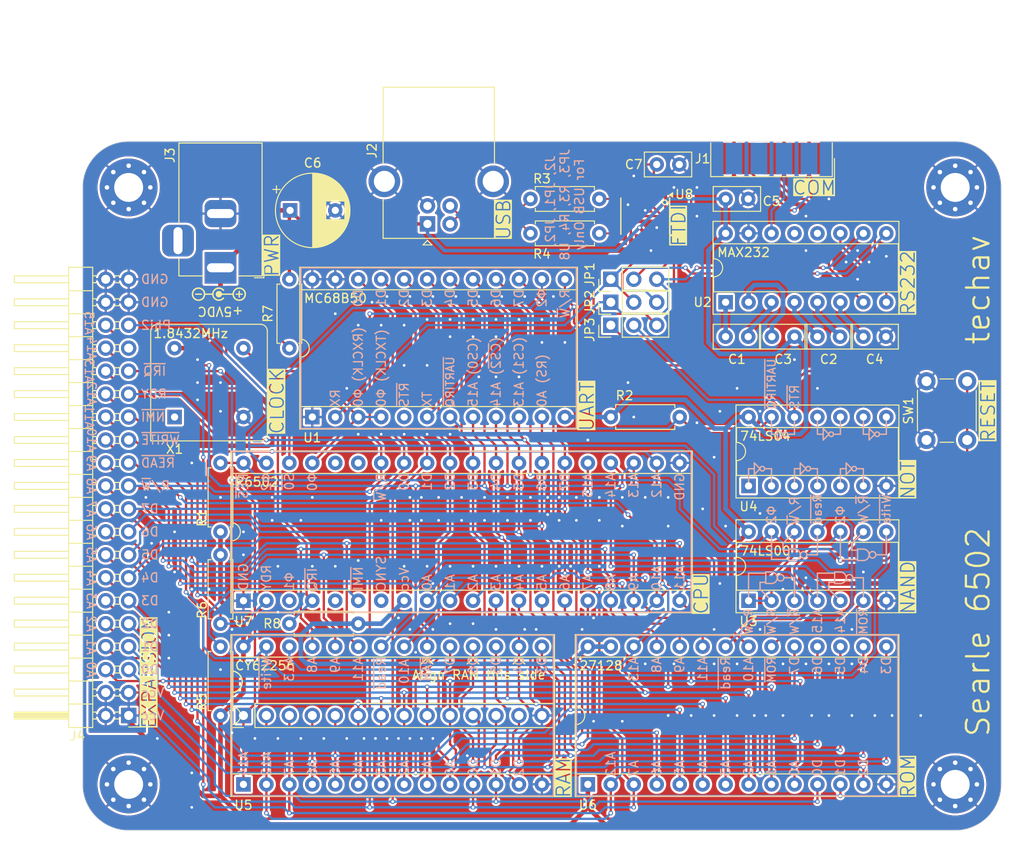
<source format=kicad_pcb>
(kicad_pcb (version 20240108) (generator "pcbnew") (generator_version "8.0")
  (layers (0 "F.Cu" signal) (31 "B.Cu" signal) (34 "B.Paste" user) (35 "F.Paste" user) (36 "B.SilkS" user "B.Silkscreen") (37 "F.SilkS" user "F.Silkscreen") (38 "B.Mask" user) (39 "F.Mask" user) (44 "Edge.Cuts" user))
  (net 0 "")
  (net 1 "Net-(U2-C1+)")
  (net 2 "Net-(U2-C1-)")
  (net 3 "Net-(U2-C2-)")
  (net 4 "Net-(U2-C2+)")
  (net 5 "Net-(U2-VS+)")
  (net 6 "VCC")
  (net 7 "Net-(U2-VS-)")
  (net 8 "GND")
  (net 11 "Net-(J1-Pad4)")
  (net 12 "/COM-RX")
  (net 13 "/COM-TX")
  (net 15 "Net-(U2-T1OUT)")
  (net 16 "Net-(U7-~{RES})")
  (net 17 "/~{ACIA-IRQ}")
  (net 18 "/D4")
  (net 19 "/D7")
  (net 20 "/D3")
  (net 21 "/A15")
  (net 22 "/A0")
  (net 23 "/D0")
  (net 24 "/ACIA-TX")
  (net 25 "/Phi2")
  (net 26 "/D5")
  (net 27 "/ACIA-RX")
  (net 28 "/A13")
  (net 30 "/D2")
  (net 31 "/D6")
  (net 32 "/R{slash}~{W}")
  (net 33 "/D1")
  (net 34 "/A14")
  (net 36 "/ACIA-IRQ")
  (net 38 "/~{R}{slash}W")
  (net 39 "/~{WRITE}")
  (net 40 "/~{ROM-CE}")
  (net 41 "/~{READ}")
  (net 52 "/A4")
  (net 53 "/A7")
  (net 54 "/A3")
  (net 55 "/A1")
  (net 56 "/A6")
  (net 57 "/A2")
  (net 58 "/A8")
  (net 59 "/A9")
  (net 60 "/A5")
  (net 61 "/A12")
  (net 62 "/A10")
  (net 63 "/A11")
  (net 70 "Net-(U8-3V3OUT)")
  (net 71 "/FTDI_TX")
  (net 72 "/FTDI_RX")
  (net 73 "Net-(JP3-B)")
  (net 74 "Net-(JP3-A)")
  (net 75 "/USB-D_P")
  (net 76 "/USB-D_N")
  (net 81 "/FTDI-D_P")
  (net 82 "/FTDI-D_N")
  (net 84 "/~{NMI}")
  (net 85 "/RDY")
  (net 87 "Net-(U7-~{S0})")
  (net 88 "/~{IRQ}")
  (net 89 "/Phi0")
  (footprint "Resistor_THT:R_Axial_DIN0207_L6.3mm_D2.5mm_P7.62mm_Horizontal" (layer "F.Cu") (at 149.86 73.66 90)
    (property "Reference" "R7")
    (property "Value" "2K2")
  )
  (footprint "Package_DIP:DIP-14_W7.62mm_Socket" (layer "F.Cu") (at 200.66 101.6 90)
    (property "Reference" "U3")
    (property "Value" "74LS00")
  )
  (footprint "Package_DIP:DIP-40_W15.24mm_Socket" (layer "F.Cu") (at 144.78 101.6 90)
    (property "Reference" "U7")
    (property "Value" "R6502")
  )
  (footprint "MountingHole:MountingHole_3.2mm_M3_Pad_Via" (layer "F.Cu") (at 132.08 121.92)
    (property "Reference" "H3" (hide yes))
    (property "Value" "MountingHole_Pad")
  )
  (footprint "Capacitor_THT:C_Disc_D5.0mm_W2.5mm_P2.50mm" (layer "F.Cu") (at 215.859999 72.39 180)
    (property "Reference" "C4")
    (property "Value" "1uF")
  )
  (footprint "Resistor_THT:R_Axial_DIN0207_L6.3mm_D2.5mm_P7.62mm_Horizontal" (layer "F.Cu") (at 184.150001 60.96 180)
    (property "Reference" "R4")
    (property "Value" "27R")
  )
  (footprint "Connector_PinHeader_2.54mm:PinHeader_1x14_P2.54mm_Vertical" (layer "F.Cu") (at 144.78 114.3 90)
    (property "Reference" "J5" (hide yes))
    (property "Value" "Conn_01x14")
  )
  (footprint "Capacitor_THT:C_Disc_D5.0mm_W2.5mm_P2.50mm" (layer "F.Cu") (at 200.619999 57.15 180)
    (property "Reference" "C5")
    (property "Value" "1uF")
  )
  (footprint "Connector_BarrelJack:BarrelJack_Horizontal" (layer "F.Cu") (at 142.24 64.77 -90)
    (property "Reference" "J3")
    (property "Value" "Barrel_Jack_Switch")
  )
  (footprint "Connector_USB:USB_B_OST_USB-B1HSxx_Horizontal" (layer "F.Cu") (at 165.140001 59.9175 90)
    (property "Reference" "J2")
    (property "Value" "USB_B")
  )
  (footprint "MountingHole:MountingHole_3.2mm_M3_Pad_Via" (layer "F.Cu") (at 132.08 55.88)
    (property "Reference" "H1" (hide yes))
    (property "Value" "MountingHole_Pad")
  )
  (footprint "Connector_Dsub:DSUB-9_Male_EdgeMount_P2.77mm" (layer "F.Cu") (at 203.199999 52.6825 180)
    (property "Reference" "J1")
    (property "Value" "DE9_Plug")
  )
  (footprint "Package_SO:SSOP-16_3.9x4.9mm_P0.635mm" (layer "F.Cu") (at 189.230001 59.055 -90)
    (property "Reference" "U8")
    (property "Value" "FT230XS")
  )
  (footprint "Package_DIP:DIP-24_W15.24mm_Socket" (layer "F.Cu") (at 152.4 81.28 90)
    (property "Reference" "U1")
    (property "Value" "MC68B50")
  )
  (footprint "Resistor_THT:R_Axial_DIN0207_L6.3mm_D2.5mm_P7.62mm_Horizontal" (layer "F.Cu") (at 149.86 104.14)
    (property "Reference" "R8")
    (property "Value" "2K2")
  )
  (footprint "Capacitor_THT:C_Disc_D5.0mm_W2.5mm_P2.50mm" (layer "F.Cu") (at 205.739999 72.39 180)
    (property "Reference" "C3")
    (property "Value" "1uF")
  )
  (footprint "Connector_PinHeader_2.54mm:PinHeader_1x03_P2.54mm_Vertical" (layer "F.Cu") (at 185.420001 68.58 90)
    (property "Reference" "JP2")
    (property "Value" "Jumper_3_Bridged12")
  )
  (footprint "Resistor_THT:R_Axial_DIN0207_L6.3mm_D2.5mm_P7.62mm_Horizontal" (layer "F.Cu") (at 142.24 104.14 90)
    (property "Reference" "R6")
    (property "Value" "2K2")
  )
  (footprint "Connector_PinHeader_2.54mm:PinHeader_1x03_P2.54mm_Vertical" (layer "F.Cu") (at 185.42 71.12 90)
    (property "Reference" "JP3")
    (property "Value" "Jumper_3_Bridged12")
  )
  (footprint "Resistor_THT:R_Axial_DIN0207_L6.3mm_D2.5mm_P7.62mm_Horizontal" (layer "F.Cu") (at 185.42 81.28)
    (property "Reference" "R2")
    (property "Value" "2K2")
  )
  (footprint "MountingHole:MountingHole_3.2mm_M3_Pad_Via" (layer "F.Cu") (at 223.52 121.92)
    (property "Reference" "H4" (hide yes))
    (property "Value" "MountingHole_Pad")
  )
  (footprint "Package_DIP:DIP-14_W7.62mm_Socket" (layer "F.Cu") (at 200.66 88.9 90)
    (property "Reference" "U4")
    (property "Value" "74LS04")
  )
  (footprint "Resistor_THT:R_Axial_DIN0207_L6.3mm_D2.5mm_P7.62mm_Horizontal" (layer "F.Cu") (at 184.150001 57.15 180)
    (property "Reference" "R3")
    (property "Value" "27R")
  )
  (footprint "Capacitor_THT:CP_Radial_D8.0mm_P5.00mm" (layer "F.Cu") (at 149.94 58.42)
    (property "Reference" "C6")
    (property "Value" "10uF")
  )
  (footprint "Capacitor_THT:C_Disc_D5.0mm_W2.5mm_P2.50mm" (layer "F.Cu") (at 200.619999 72.39 180)
    (property "Reference" "C1")
    (property "Value" "1uF")
  )
  (footprint "MountingHole:MountingHole_3.2mm_M3_Pad_Via" (layer "F.Cu") (at 223.52 55.88)
    (property "Reference" "H2" (hide yes))
    (property "Value" "MountingHole_Pad")
  )
  (footprint "Capacitor_THT:C_Disc_D5.0mm_W2.5mm_P2.50mm" (layer "F.Cu") (at 190.5 53.34)
    (property "Reference" "C7")
    (property "Value" "100nF")
  )
  (footprint "Connector_PinHeader_2.54mm:PinHeader_2x20_P2.54mm_Horizontal" (layer "F.Cu") (at 132.08 114.3 180)
    (property "Reference" "J4")
    (property "Value" "Conn_02x20_Odd_Even")
  )
  (footprint "Button_Switch_THT:SW_PUSH_6mm" (layer "F.Cu") (at 220.345 83.82 90)
    (property "Reference" "SW1")
    (property "Value" "SW_Push")
  )
  (footprint "Resistor_THT:R_Axial_DIN0207_L6.3mm_D2.5mm_P7.62mm_Horizontal" (layer "F.Cu") (at 142.24 106.68 -90)
    (property "Reference" "R5")
    (property "Value" "2K2")
  )
  (footprint "Connector_PinHeader_2.54mm:PinHeader_1x03_P2.54mm_Vertical" (layer "F.Cu") (at 185.420001 66.04 90)
    (property "Reference" "JP1")
    (property "Value" "Jumper_3_Bridged12")
  )
  (footprint "Oscillator:Oscillator_DIP-8" (layer "F.Cu") (at 137.16 81.28)
    (property "Reference" "X1")
    (property "Value" "1.8432MHz")
  )
  (footprint "Package_DIP:DIP-28_W15.24mm_Socket" (layer "F.Cu") (at 182.88 121.92 90)
    (property "Reference" "U6")
    (property "Value" "27128")
  )
  (footprint "Package_DIP:DIP-16_W7.62mm_Socket" (layer "F.Cu") (at 198.119999 68.58 90)
    (property "Reference" "U2")
    (property "Value" "MAX232")
  )
  (footprint "Resistor_THT:R_Axial_DIN0207_L6.3mm_D2.5mm_P7.62mm_Horizontal" (layer "F.Cu") (at 142.24 86.36 -90)
    (property "Reference" "R1")
    (property "Value" "2K2")
  )
  (footprint "Capacitor_THT:C_Disc_D5.0mm_W2.5mm_P2.50mm" (layer "F.Cu") (at 210.779999 72.39 180)
    (property "Reference" "C2")
    (property "Value" "1uF")
  )
  (footprint "Package_DIP:DIP-28_W15.24mm_Socket" (layer "F.Cu") (at 144.78 121.92 90)
    (property "Reference" "U5")
    (property "Value" "CY62256")
  )
  (gr_line (start 207.01 86.995) (end 206.375 87.63) (stroke (width 0.15)) (layer "B.SilkS"))
  (gr_line (start 181.61 123.19) (end 181.61 105.41) (stroke (width 0.15)) (layer "B.SilkS"))
  (gr_line (start 211.455 87.63) (end 211.455 86.36) (stroke (width 0.15)) (layer "B.SilkS"))
  (gr_line (start 204.57521 99.06) (end 205.74 99.06) (stroke (width 0.15)) (layer "B.SilkS"))
  (gr_arc (start 213.36 95.884999) (mid 213.995001 96.52) (end 213.36 97.155) (stroke (width 0.15)) (layer "B.SilkS"))
  (gr_line (start 194.31 102.87) (end 143.51 102.87) (stroke (width 0.15)) (layer "B.SilkS"))
  (gr_line (start 203.835 82.55) (end 203.835 83.82) (stroke (width 0.15)) (layer "B.SilkS"))
  (gr_line (start 210.82 98.425) (end 210.185 98.425) (stroke (width 0.15)) (layer "B.SilkS"))
  (gr_line (start 143.51 85.09) (end 194.31 85.09) (stroke (width 0.15)) (layer "B.SilkS"))
  (gr_line (start 213.36 95.884999) (end 212.725 95.885) (stroke (width 0.15)) (layer "B.SilkS"))
  (gr_line (start 143.51 123.19) (end 143.51 105.41) (stroke (width 0.15)) (layer "B.SilkS"))
  (gr_line (start 151.13 64.77) (end 181.61 64.77) (stroke (width 0.15)) (layer "B.SilkS"))
  (gr_line (start 212.09 86.995) (end 211.455 87.63) (stroke (width 0.15)) (layer "B.SilkS"))
  (gr_line (start 208.28 101.6) (end 208.28 98.552) (stroke (width 0.15)) (layer "B.SilkS"))
  (gr_line (start 208.915 82.55) (end 208.915 83.82) (stroke (width 0.15)) (layer "B.SilkS"))
  (gr_line (start 213.36 83.185) (end 213.995 83.185) (stroke (width 0.15)) (layer "B.SilkS"))
  (gr_line (start 205.74 95.884999) (end 205.105 95.885) (stroke (width 0.15)) (layer "B.SilkS"))
  (gr_circle (center 214.376 96.52) (end 214.121999 96.774001) (stroke (width 0.15)) (fill none) (layer "B.SilkS"))
  (gr_line (start 201.93 86.995) (end 201.295 87.63) (stroke (width 0.15)) (layer "B.SilkS"))
  (gr_line (start 201.295 87.63) (end 201.295 86.36) (stroke (width 0.15)) (layer "B.SilkS"))
  (gr_line (start 181.61 82.55) (end 151.13 82.55) (stroke (width 0.15)) (layer "B.SilkS"))
  (gr_line (start 204.47 83.185) (end 203.835 82.55) (stroke (width 0.15)) (layer "B.SilkS"))
  (gr_line (start 203.2 101.6) (end 201.93 100.33) (stroke (width 0.15)) (layer "B.SilkS"))
  (gr_line (start 212.09 95.250001) (end 212.09 96.012) (stroke (width 0.15)) (layer "B.SilkS"))
  (gr_line (start 203.835 83.82) (end 204.47 83.185) (stroke (width 0.15)) (layer "B.SilkS"))
  (gr_line (start 208.28 83.185) (end 208.915 83.185) (stroke (width 0.15)) (layer "B.SilkS"))
  (gr_line (start 204.978 83.185) (end 205.74 83.185) (stroke (width 0.15)) (layer "B.SilkS"))
  (gr_line (start 205.74 99.06) (end 205.74 101.6) (stroke (width 0.15)) (layer "B.SilkS"))
  (gr_line (start 201.93 100.33) (end 201.93 99.568) (stroke (width 0.15)) (layer "B.SilkS"))
  (gr_line (start 213.995 82.55) (end 213.995 83.82) (stroke (width 0.15)) (layer "B.SilkS"))
  (gr_line (start 206.375 87.63) (end 206.375 86.36) (stroke (width 0.15)) (layer "B.SilkS"))
  (gr_circle (center 209.804 83.185) (end 209.55 83.185) (stroke (width 0.15)) (fill none) (layer "B.SilkS"))
  (gr_line (start 206.375 86.36) (end 207.01 86.995) (stroke (width 0.15)) (layer "B.SilkS"))
  (gr_line (start 181.61 64.77) (end 181.61 82.55) (stroke (width 0.15)) (layer "B.SilkS"))
  (gr_line (start 179.07 105.41) (end 179.07 123.19) (stroke (width 0.15)) (layer "B.SilkS"))
  (gr_line (start 211.455 86.36) (end 212.09 86.995) (stroke (width 0.15)) (layer "B.SilkS"))
  (gr_line (start 200.66 101.6) (end 200.66 98.552) (stroke (width 0.15)) (layer "B.SilkS"))
  (gr_circle (center 207.264 86.995) (end 207.01 86.995) (stroke (width 0.15)) (fill none) (layer "B.SilkS"))
  (gr_arc (start 205.74 95.884999) (mid 206.375001 96.52) (end 205.74 97.155) (stroke (width 0.15)) (layer "B.SilkS"))
  (gr_line (start 215.9 83.185) (end 215.9 81.28) (stroke (width 0.15)) (layer "B.SilkS"))
  (gr_circle (center 214.884 83.185) (end 214.63 83.185) (stroke (width 0.15)) (fill none) (layer "B.SilkS"))
  (gr_line (start 217.17 123.19) (end 181.61 123.19) (stroke (width 0.15)) (layer "B.SilkS"))
  (gr_line (start 203.2 98.425) (end 202.565 98.425) (stroke (width 0.15)) (layer "B.SilkS"))
  (gr_line (start 213.36 93.980001) (end 212.09 95.250001) (stroke (width 0.15)) (layer "B.SilkS"))
  (gr_line (start 212.725 95.885) (end 212.725 97.155) (stroke (width 0.15)) (layer "B.SilkS"))
  (gr_line (start 194.31 85.09) (end 194.31 102.87) (stroke (width 0.15)) (layer "B.SilkS"))
  (gr_line (start 205.105 97.155) (end 205.74 97.155) (stroke (width 0.15)) (layer "B.SilkS"))
  (gr_line (start 214.63 83.185) (end 213.995 82.55) (stroke (width 0.15)) (layer "B.SilkS"))
  (gr_line (start 205.74 83.185) (end 205.74 81.28) (stroke (width 0.15)) (layer "B.SilkS"))
  (gr_line (start 212.598 86.995) (end 213.36 86.995) (stroke (width 0.15)) (layer "B.SilkS"))
  (gr_line (start 202.565 99.695) (end 203.2 99.695) (stroke (width 0.15)) (layer "B.SilkS"))
  (gr_line (start 200.66 86.995) (end 201.295 86.995) (stroke (width 0.15)) (layer "B.SilkS"))
  (gr_line (start 205.105 95.885) (end 205.105 97.155) (stroke (width 0.15)) (layer "B.SilkS"))
  (gr_line (start 201.295 86.36) (end 201.93 86.995) (stroke (width 0.15)) (layer "B.SilkS"))
  (gr_line (start 151.13 82.55) (end 151.13 64.77) (stroke (width 0.15)) (layer "B.SilkS"))
  (gr_line (start 208.28 86.995) (end 208.28 88.9) (stroke (width 0.15)) (layer "B.SilkS"))
  (gr_line (start 210.82 97.027999) (end 212.725 97.027999) (stroke (width 0.15)) (layer "B.SilkS"))
  (gr_circle (center 204.216 99.06) (end 203.962 99.314001) (stroke (width 0.15)) (fill none) (layer "B.SilkS"))
  (gr_circle (center 202.184 86.995) (end 201.93 86.995) (stroke (width 0.15)) (fill none) (layer "B.SilkS"))
  (gr_line (start 203.2 83.185) (end 203.835 83.185) (stroke (width 0.15)) (layer "B.SilkS"))
  (gr_line (start 210.82 101.6) (end 209.55 100.33) (stroke (width 0.15)) (layer "B.SilkS"))
  (gr_line (start 217.17 105.41) (end 217.17 123.19) (stroke (width 0.15)) (layer "B.SilkS"))
  (gr_line (start 204.47 95.250001) (end 204.47 96.012) (stroke (width 0.15)) (layer "B.SilkS"))
  (gr_circle (center 211.836 99.06) (end 211.582 99.314001) (stroke (width 0.15)) (fill none) (layer "B.SilkS"))
  (gr_line (start 205.74 93.980001) (end 204.47 95.250001) (stroke (width 0.15)) (layer "B.SilkS"))
  (gr_line (start 143.51 105.41) (end 179.07 105.41) (stroke (width 0.15)) (layer "B.SilkS"))
  (gr_line (start 213.36 86.995) (end 213.36 88.9) (stroke (width 0.15)) (layer "B.SilkS"))
  (gr_line (start 212.725 97.155) (end 213.36 97.155) (stroke (width 0.15)) (layer "B.SilkS"))
  (gr_line (start 212.09 96.012) (end 212.725 96.012) (stroke (width 0.15)) (layer "B.SilkS"))
  (gr_line (start 203.2 93.979999) (end 203.2 97.027999) (stroke (width 0.15)) (layer "B.SilkS"))
  (gr_line (start 205.74 86.995) (end 206.375 86.995) (stroke (width 0.15)) (layer "B.SilkS"))
  (gr_line (start 210.82 93.979999) (end 210.82 97.027999) (stroke (width 0.15)) (layer "B.SilkS"))
  (gr_line (start 208.28 81.28) (end 208.28 83.185) (stroke (width 0.15)) (layer "B.SilkS"))
  (gr_line (start 210.82 88.9) (end 210.82 86.995) (stroke (width 0.15)) (layer "B.SilkS"))
  (gr_line (start 208.28 98.552) (end 210.185 98.552) (stroke (width 0.15)) (layer "B.SilkS"))
  (gr_line (start 203.2 97.027999) (end 205.105 97.027999) (stroke (width 0.15)) (layer "B.SilkS"))
  (gr_line (start 210.82 83.185) (end 210.82 81.28) (stroke (width 0.15)) (layer "B.SilkS"))
  (gr_line (start 208.28 96.52) (end 208.28 93.98) (stroke (width 0.15)) (layer "B.SilkS"))
  (gr_line (start 202.565 98.425) (end 202.565 99.695) (stroke (width 0.15)) (layer "B.SilkS"))
  (gr_line (start 209.55 83.185) (end 208.915 82.55) (stroke (width 0.15)) (layer "B.SilkS"))
  (gr_line (start 213.36 81.28) (end 213.36 83.185) (stroke (width 0.15)) (layer "B.SilkS"))
  (gr_line (start 143.51 102.87) (end 143.51 85.09) (stroke (width 0.15)) (layer "B.SilkS"))
  (gr_line (start 215.138 83.185) (end 215.9 83.185) (stroke (width 0.15)) (layer "B.SilkS"))
  (gr_line (start 204.47 96.012) (end 205.105 96.012) (stroke (width 0.15)) (layer "B.SilkS"))
  (gr_line (start 210.82 86.995) (end 211.455 86.995) (stroke (width 0.15)) (layer "B.SilkS"))
  (gr_circle (center 204.724 83.185) (end 204.47 83.185) (stroke (width 0.15)) (fill none) (layer "B.SilkS"))
  (gr_line (start 210.185 98.425) (end 210.185 99.695) (stroke (width 0.15)) (layer "B.SilkS"))
  (gr_line (start 207.11521 96.52) (end 208.28 96.52) (stroke (width 0.15)) (layer "B.SilkS"))
  (gr_line (start 207.518 86.995) (end 208.28 86.995) (stroke (width 0.15)) (layer "B.SilkS"))
  (gr_line (start 210.185 99.695) (end 210.82 99.695) (stroke (width 0.15)) (layer "B.SilkS"))
  (gr_line (start 213.36 99.06) (end 213.36 101.6) (stroke (width 0.15)) (layer "B.SilkS"))
  (gr_line (start 208.915 83.82) (end 209.55 83.185) (stroke (width 0.15)) (layer "B.SilkS"))
  (gr_line (start 213.995 83.82) (end 214.63 83.185) (stroke (width 0.15)) (layer "B.SilkS"))
  (gr_arc (start 203.2 98.425) (mid 203.835 99.06) (end 203.2 99.695) (stroke (width 0.15)) (layer "B.SilkS"))
  (gr_line (start 212.19521 99.06) (end 213.36 99.06) (stroke (width 0.15)) (layer "B.SilkS"))
  (gr_circle (center 212.344 86.995) (end 212.09 86.995) (stroke (width 0.15)) (fill none) (layer "B.SilkS"))
  (gr_line (start 209.55 99.568) (end 210.185 99.568) (stroke (width 0.15)) (layer "B.SilkS"))
  (gr_line (start 215.9 96.52) (end 215.9 93.98) (stroke (width 0.15)) (layer "B.SilkS"))
  (gr_line (start 200.66 98.552) (end 202.565 98.552) (stroke (width 0.15)) (layer "B.SilkS"))
  (gr_line (start 205.74 88.9) (end 205.74 86.995) (stroke (width 0.15)) (layer "B.SilkS"))
  (gr_line (start 210.058 83.185) (end 210.82 83.185) (stroke (width 0.15)) (layer "B.SilkS"))
  (gr_line (start 200.66 88.9) (end 200.66 86.995) (stroke (width 0.15)) (layer "B.SilkS"))
  (gr_line (start 209.55 100.33) (end 209.55 99.568) (stroke (width 0.15)) (layer "B.SilkS"))
  (gr_line (start 201.93 99.568) (end 202.565 99.568) (stroke (width 0.15)) (layer "B.SilkS"))
  (gr_line (start 203.2 81.28) (end 203.2 83.185) (stroke (width 0.15)) (layer "B.SilkS"))
  (gr_line (start 214.73521 96.52) (end 215.9 96.52) (stroke (width 0.15)) (layer "B.SilkS"))
  (gr_line (start 203.2 86.995) (end 203.2 88.9) (stroke (width 0.15)) (layer "B.SilkS"))
  (gr_circle (center 206.756 96.52) (end 206.501999 96.774001) (stroke (width 0.15)) (fill none) (layer "B.SilkS"))
  (gr_arc (start 210.82 98.425) (mid 211.455 99.06) (end 210.82 99.695) (stroke (width 0.15)) (layer "B.SilkS"))
  (gr_line (start 202.438 86.995) (end 203.2 86.995) (stroke (width 0.15)) (layer "B.SilkS"))
  (gr_line (start 181.61 105.41) (end 217.17 105.41) (stroke (width 0.15)) (layer "B.SilkS"))
  (gr_line (start 179.07 123.19) (end 143.51 123.19) (stroke (width 0.15)) (layer "B.SilkS"))
  (gr_poly (pts (xy 144.386351 68.061663) (xy 144.236351 68.061663) (xy 144.236351 67.311663) (xy 144.386351 67.311663)) (stroke (width -0.000001)) (fill solid) (layer "F.SilkS"))
  (gr_poly (pts (xy 141.361351 67.761663) (xy 140.511351 67.761663) (xy 140.511351 67.611663) (xy 141.361351 67.611663)) (stroke (width -0.000001)) (fill solid) (layer "F.SilkS"))
  (gr_poly (pts (xy 143.586351 67.761663) (xy 142.286351 67.761663) (xy 142.286351 67.611663) (xy 143.586351 67.611663)) (stroke (width -0.000001)) (fill solid) (layer "F.SilkS"))
  (gr_poly (pts (xy 139.850895 66.937608) (xy 139.889811 66.940417) (xy 139.92806 66.945047) (xy 139.965599 66.951458) (xy 140.002387 66.959608) (xy 140.038383 66.969457) (xy 140.073546 66.980963) (xy 140.107835 66.994085) (xy 140.141208 67.008781) (xy 140.173625 67.025011) (xy 140.205044 67.042734) (xy 140.235423 67.061907) (xy 140.264722 67.08249) (xy 140.2929 67.104443) (xy 140.319915 67.127722) (xy 140.345726 67.152288) (xy 140.370292 67.178099) (xy 140.393571 67.205114) (xy 140.415523 67.233292) (xy 140.436107 67.262591) (xy 140.45528 67.29297) (xy 140.473002 67.324389) (xy 140.489232 67.356805) (xy 140.503929 67.390179) (xy 140.517051 67.424467) (xy 140.528557 67.459631) (xy 140.538405 67.495627) (xy 140.546556 67.532415) (xy 140.552967 67.569954) (xy 140.557597 67.608202) (xy 140.560405 67.647119) (xy 140.561351 67.686663) (xy 140.560405 67.726207) (xy 140.557597 67.765124) (xy 140.552967 67.803372) (xy 140.546556 67.840911) (xy 140.538405 67.877699) (xy 140.528557 67.913695) (xy 140.517051 67.948859) (xy 140.503929 67.983147) (xy 140.489232 68.016521) (xy 140.473002 68.048937) (xy 140.45528 68.080356) (xy 140.436107 68.110735) (xy 140.415523 68.140034) (xy 140.393571 68.168212) (xy 140.370292 68.195227) (xy 140.345726 68.221038) (xy 140.319915 68.245604) (xy 140.2929 68.268883) (xy 140.264722 68.290836) (xy 140.235423 68.311419) (xy 140.205044 68.330592) (xy 140.173625 68.348315) (xy 140.141208 68.364545) (xy 140.107835 68.379241) (xy 140.073546 68.392363) (xy 140.038383 68.403869) (xy 140.002387 68.413718) (xy 139.965599 68.421868) (xy 139.92806 68.428279) (xy 139.889811 68.432909) (xy 139.850895 68.435718) (xy 139.811351 68.436663) (xy 139.771807 68.435718) (xy 139.73289 68.432909) (xy 139.694642 68.428279) (xy 139.657103 68.421868) (xy 139.620315 68.413718) (xy 139.584318 68.403869) (xy 139.549155 68.392363) (xy 139.514866 68.379241) (xy 139.481493 68.364545) (xy 139.449077 68.348315) (xy 139.417658 68.330592) (xy 139.387279 68.311419) (xy 139.357979 68.290836) (xy 139.329802 68.268883) (xy 139.302787 68.245604) (xy 139.276976 68.221038) (xy 139.25241 68.195227) (xy 139.22913 68.168212) (xy 139.207178 68.140034) (xy 139.186595 68.110735) (xy 139.167422 68.080356) (xy 139.149699 68.048937) (xy 139.133469 68.016521) (xy 139.118773 67.983147) (xy 139.105651 67.948859) (xy 139.094145 67.913695) (xy 139.084296 67.877699) (xy 139.076146 67.840911) (xy 139.069735 67.803372) (xy 139.065104 67.765124) (xy 139.062296 67.726207) (xy 139.061351 67.686663) (xy 139.061363 67.686163) (xy 139.225851 67.686163) (xy 139.226588 67.717007) (xy 139.228779 67.747362) (xy 139.23239 67.777196) (xy 139.237391 67.806476) (xy 139.243748 67.835171) (xy 139.25143 67.863248) (xy 139.260405 67.890676) (xy 139.27064 67.917421) (xy 139.282103 67.943452) (xy 139.294763 67.968737) (xy 139.308586 67.993243) (xy 139.323541 68.016939) (xy 139.339596 68.039793) (xy 139.356719 68.061771) (xy 139.374877 68.082843) (xy 139.394038 68.102975) (xy 139.414171 68.122137) (xy 139.435243 68.140295) (xy 139.457221 68.157418) (xy 139.480074 68.173473) (xy 139.50377 68.188428) (xy 139.528277 68.202251) (xy 139.553562 68.214911) (xy 139.579593 68.226374) (xy 139.606338 68.236609) (xy 139.633765 68.245583) (xy 139.661843 68.253266) (xy 139.690537 68.259623) (xy 139.719818 68.264623) (xy 139.749651 68.268235) (xy 139.780007 68.270426) (xy 139.810851 68.271163) (xy 139.841695 68.270426) (xy 139.87205 68.268235) (xy 139.901884 68.264623) (xy 139.931164 68.259623) (xy 139.959859 68.253266) (xy 139.987936 68.245583) (xy 140.015363 68.236609) (xy 140.042109 68.226374) (xy 140.06814 68.214911) (xy 140.093425 68.202251) (xy 140.117931 68.188428) (xy 140.141627 68.173473) (xy 140.16448 68.157418) (xy 140.186459 68.140295) (xy 140.207531 68.122137) (xy 140.227663 68.102975) (xy 140.246825 68.082843) (xy 140.264983 68.061771) (xy 140.282105 68.039793) (xy 140.29816 68.016939) (xy 140.313116 67.993243) (xy 140.326939 67.968737) (xy 140.339598 67.943452) (xy 140.351062 67.917421) (xy 140.361297 67.890676) (xy 140.370271 67.863248) (xy 140.377953 67.835171) (xy 140.384311 67.806476) (xy 140.389311 67.777196) (xy 140.392923 67.747362) (xy 140.395113 67.717007) (xy 140.395851 67.686163) (xy 140.395113 67.655319) (xy 140.392923 67.624964) (xy 140.389311 67.59513) (xy 140.384311 67.56585) (xy 140.377953 67.537155) (xy 140.370271 67.509078) (xy 140.361297 67.48165) (xy 140.351062 67.454905) (xy 140.339598 67.428874) (xy 140.326939 67.403589) (xy 140.313116 67.379083) (xy 140.29816 67.355387) (xy 140.282105 67.332533) (xy 140.264983 67.310555) (xy 140.246825 67.289483) (xy 140.227663 67.26935) (xy 140.207531 67.250189) (xy 140.186459 67.232031) (xy 140.16448 67.214908) (xy 140.141627 67.198853) (xy 140.117931 67.183898) (xy 140.093425 67.170075) (xy 140.06814 67.157415) (xy 140.042109 67.145952) (xy 140.015363 67.135717) (xy 139.987936 67.126742) (xy 139.959859 67.11906) (xy 139.931164 67.112703) (xy 139.901884 67.107702) (xy 139.87205 67.104091) (xy 139.841695 67.1019) (xy 139.810851 67.101163) (xy 139.780007 67.1019) (xy 139.749651 67.104091) (xy 139.719818 67.107702) (xy 139.690537 67.112703) (xy 139.661843 67.11906) (xy 139.633765 67.126742) (xy 139.606338 67.135717) (xy 139.579593 67.145952) (xy 139.553562 67.157415) (xy 139.528277 67.170075) (xy 139.50377 67.183898) (xy 139.480074 67.198853) (xy 139.457221 67.214908) (xy 139.435243 67.232031) (xy 139.414171 67.250189) (xy 139.394038 67.26935) (xy 139.374877 67.289483) (xy 139.356719 67.310555) (xy 139.339596 67.332533) (xy 139.323541 67.355387) (xy 139.308586 67.379083) (xy 139.294763 67.403589) (xy 139.282103 67.428874) (xy 139.27064 67.454905) (xy 139.260405 67.48165) (xy 139.25143 67.509078) (xy 139.243748 67.537155) (xy 139.237391 67.56585) (xy 139.23239 67.59513) (xy 139.228779 67.624964) (xy 139.226588 67.655319) (xy 139.225851 67.686163) (xy 139.061363 67.686163) (xy 139.062296 67.647119) (xy 139.065104 67.608202) (xy 139.069735 67.569954) (xy 139.076146 67.532415) (xy 139.084296 67.495627) (xy 139.094145 67.459631) (xy 139.105651 67.424467) (xy 139.118773 67.390179) (xy 139.133469 67.356805) (xy 139.149699 67.324389) (xy 139.167422 67.29297) (xy 139.186595 67.262591) (xy 139.207178 67.233292) (xy 139.22913 67.205114) (xy 139.25241 67.178099) (xy 139.276976 67.152288) (xy 139.302787 67.127722) (xy 139.329802 67.104443) (xy 139.357979 67.08249) (xy 139.387279 67.061907) (xy 139.417658 67.042734) (xy 139.449077 67.025011) (xy 139.481493 67.008781) (xy 139.514866 66.994085) (xy 139.549155 66.980963) (xy 139.584318 66.969457) (xy 139.620315 66.959608) (xy 139.657103 66.951458) (xy 139.694642 66.945047) (xy 139.73289 66.940417) (xy 139.771807 66.937608) (xy 139.811351 66.936663)) (stroke (width -0.000001)) (fill solid) (layer "F.SilkS"))
  (gr_line (start 170.18 107.95) (end 170.815 108.585) (stroke (width 0.15)) (layer "F.SilkS"))
  (gr_poly (pts (xy 144.686351 67.761663) (xy 143.936351 67.761663) (xy 143.936351 67.611663) (xy 144.686351 67.611663)) (stroke (width -0.000001)) (fill solid) (layer "F.SilkS"))
  (gr_line (start 175.26 107.95) (end 175.895 108.585) (stroke (width 0.15)) (layer "F.SilkS"))
  (gr_line (start 169.545 108.585) (end 170.18 107.95) (stroke (width 0.15)) (layer "F.SilkS"))
  (gr_line (start 174.625 108.585) (end 175.26 107.95) (stroke (width 0.15)) (layer "F.SilkS"))
  (gr_circle (center 191.389 57.531) (end 191.643 57.531) (stroke (width 0.15)) (fill none) (layer "F.SilkS"))
  (gr_arc (start 143.45 109.378491) (mid 144.64151 110.570001) (end 143.45 111.761511) (stroke (width 0.15)) (layer "F.SilkS"))
  (gr_poly (pts (xy 142.111851 66.939163) (xy 142.148851 66.942663) (xy 142.185851 66.948163) (xy 142.222351 66.955163) (xy 142.258351 66.963663) (xy 142.293851 66.974663) (xy 142.328851 66.987663) (xy 142.363351 67.001663) (xy 142.397351 67.017163) (xy 142.429851 67.034663) (xy 142.461851 67.053663) (xy 142.492851 67.074663) (xy 142.522851 67.096663) (xy 142.551351 67.120163) (xy 142.578851 67.145163) (xy 142.605351 67.171663) (xy 142.630351 67.199163) (xy 142.653851 67.227663) (xy 142.675851 67.257663) (xy 142.541851 67.351163) (xy 142.525351 67.327663) (xy 142.506851 67.305163) (xy 142.487351 67.283663) (xy 142.466851 67.262663) (xy 142.444851 67.243163) (xy 142.422351 67.224663) (xy 142.398851 67.207663) (xy 142.374851 67.191163) (xy 142.349851 67.176163) (xy 142.323851 67.162663) (xy 142.297851 67.149663) (xy 142.270851 67.138663) (xy 142.243351 67.129163) (xy 142.215351 67.120663) (xy 142.186851 67.113663) (xy 142.158351 67.108163) (xy 142.129351 67.104163) (xy 142.100351 67.101663) (xy 142.071351 67.100163) (xy 142.042351 67.100663) (xy 142.012851 67.102163) (xy 141.983851 67.105163) (xy 141.955351 67.109663) (xy 141.926851 67.115663) (xy 141.898351 67.123163) (xy 141.870851 67.132163) (xy 141.843351 67.142163) (xy 141.816851 67.153163) (xy 141.790351 67.165663) (xy 141.764851 67.180163) (xy 141.739851 67.195163) (xy 141.715851 67.211663) (xy 141.692851 67.229663) (xy 141.670851 67.248163) (xy 141.649351 67.268163) (xy 141.629351 67.289163) (xy 141.609851 67.311163) (xy 141.591351 67.334163) (xy 141.574351 67.357663) (xy 141.558851 67.382163) (xy 141.544351 67.407663) (xy 141.530851 67.433663) (xy 141.518851 67.460163) (xy 141.508351 67.487163) (xy 141.499351 67.515163) (xy 141.491351 67.543163) (xy 141.484851 67.571663) (xy 141.479851 67.600163) (xy 141.476351 67.629163) (xy 141.473851 67.658163) (xy 141.473351 67.687163) (xy 141.473851 67.716663) (xy 141.476351 67.745663) (xy 141.479851 67.774663) (xy 141.484851 67.803163) (xy 141.491351 67.831663) (xy 141.499351 67.859663) (xy 141.508351 67.887163) (xy 141.519351 67.914663) (xy 141.530851 67.941163) (xy 141.544351 67.967163) (xy 141.558851 67.992163) (xy 141.574351 68.016663) (xy 141.591351 68.040663) (xy 141.609351 68.063163) (xy 141.628351 68.085163) (xy 141.648851 68.106163) (xy 141.669851 68.126163) (xy 141.692351 68.145163) (xy 141.715351 68.162663) (xy 141.739351 68.179163) (xy 141.764351 68.194663) (xy 141.789851 68.208663) (xy 141.815851 68.221163) (xy 141.842851 68.233163) (xy 141.869851 68.243663) (xy 141.897851 68.252163) (xy 141.925851 68.259663) (xy 141.954351 68.265663) (xy 141.983351 68.270163) (xy 142.012351 68.273163) (xy 142.041351 68.274663) (xy 142.070851 68.275163) (xy 142.099851 68.273663) (xy 142.128851 68.271163) (xy 142.157851 68.267163) (xy 142.186351 68.261663) (xy 142.214351 68.254663) (xy 142.242351 68.246163) (xy 142.269851 68.236663) (xy 142.296851 68.225163) (xy 142.323351 68.213663) (xy 142.348851 68.199663) (xy 142.374351 68.184663) (xy 142.398351 68.168663) (xy 142.421851 68.151163) (xy 142.444351 68.132663) (xy 142.465851 68.113163) (xy 142.486351 68.092663) (xy 142.505851 68.071163) (xy 142.524351 68.048163) (xy 142.542351 68.025163) (xy 142.674851 68.117663) (xy 142.652351 68.147663) (xy 142.628851 68.176663) (xy 142.603851 68.204163) (xy 142.577851 68.230663) (xy 142.550351 68.255163) (xy 142.521351 68.279163) (xy 142.491351 68.301163) (xy 142.460351 68.321663) (xy 142.428851 68.340663) (xy 142.395851 68.358163) (xy 142.362351 68.374163) (xy 142.327851 68.388163) (xy 142.292851 68.400163) (xy 142.256851 68.410663) (xy 142.220851 68.419163) (xy 142.184351 68.426163) (xy 142.147351 68.431663) (xy 142.110351 68.435163) (xy 142.073351 68.436663) (xy 142.036351 68.436163) (xy 141.998851 68.434163) (xy 141.962351 68.430163) (xy 141.925351 68.424163) (xy 141.888851 68.416663) (xy 141.852851 68.407163) (xy 141.817351 68.395663) (xy 141.782851 68.382663) (xy 141.748351 68.368163) (xy 141.715351 68.351663) (xy 141.682351 68.333663) (xy 141.650851 68.314163) (xy 141.620351 68.293163) (xy 141.590851 68.270663) (xy 141.562351 68.246163) (xy 141.535351 68.221163) (xy 141.509351 68.194163) (xy 141.484851 68.166163) (xy 141.461851 68.137163) (xy 141.440351 68.106663) (xy 141.420351 68.075663) (xy 141.402351 68.043163) (xy 141.385351 68.010163) (xy 141.369851 67.976163) (xy 141.356351 67.941663) (xy 141.344851 67.905663) (xy 141.334851 67.870163) (xy 141.326351 67.833663) (xy 141.320351 67.797163) (xy 141.315351 67.760163) (xy 141.312851 67.723163) (xy 141.311851 67.686163) (xy 141.312851 67.648663) (xy 141.315351 67.611663) (xy 141.320351 67.574663) (xy 141.326851 67.538163) (xy 141.334851 67.502163) (xy 141.344851 67.466163) (xy 141.356851 67.431163) (xy 141.370351 67.396663) (xy 141.385351 67.362663) (xy 141.402351 67.329663) (xy 141.421351 67.297663) (xy 141.441351 67.266163) (xy 141.462851 67.235663) (xy 141.486351 67.206663) (xy 141.510851 67.178663) (xy 141.536351 67.152163) (xy 141.563851 67.126663) (xy 141.591851 67.102663) (xy 141.621851 67.080163) (xy 141.652351 67.059163) (xy 141.683851 67.039663) (xy 141.716351 67.021663) (xy 141.749851 67.005163) (xy 141.783851 66.990663) (xy 141.818851 66.977663) (xy 141.854351 66.967163) (xy 141.890351 66.957663) (xy 141.926851 66.950163) (xy 141.963351 66.944163) (xy 142.000351 66.940163) (xy 142.037851 66.938163) (xy 142.074851 66.937663)) (stroke (width -0.000001)) (fill solid) (layer "F.SilkS"))
  (gr_poly (pts (xy 140.186351 67.761663) (xy 139.436351 67.761663) (xy 139.436351 67.611663) (xy 140.186351 67.611663)) (stroke (width -0.000001)) (fill solid) (layer "F.SilkS"))
  (gr_poly (pts (xy 142.079275 67.337104) (xy 142.097411 67.338413) (xy 142.115238 67.340571) (xy 142.132737 67.343559) (xy 142.14989 67.347359) (xy 142.166675 67.351949) (xy 142.183075 67.357312) (xy 142.199069 67.363429) (xy 142.214639 67.370279) (xy 142.229764 67.377843) (xy 142.244426 67.386104) (xy 142.258605 67.39504) (xy 142.272281 67.404633) (xy 142.285435 67.414864) (xy 142.298048 67.425714) (xy 142.310101 67.437163) (xy 142.321573 67.449192) (xy 142.332446 67.461782) (xy 142.3427 67.474913) (xy 142.352315 67.488567) (xy 142.361273 67.502724) (xy 142.369554 67.517365) (xy 142.377138 67.532471) (xy 142.384007 67.548022) (xy 142.39014 67.564) (xy 142.395518 67.580384) (xy 142.400122 67.597157) (xy 142.403933 67.614298) (xy 142.40693 67.631788) (xy 142.409095 67.649609) (xy 142.410408 67.66774) (xy 142.410851 67.686163) (xy 142.410408 67.704587) (xy 142.409095 67.722723) (xy 142.40693 67.74055) (xy 142.403933 67.75805) (xy 142.400122 67.775202) (xy 142.395518 67.791988) (xy 142.39014 67.808387) (xy 142.384007 67.824382) (xy 142.377138 67.839951) (xy 142.369554 67.855077) (xy 142.361273 67.869738) (xy 142.352315 67.883917) (xy 142.3427 67.897593) (xy 142.332446 67.910747) (xy 142.321573 67.923361) (xy 142.310101 67.935413) (xy 142.298048 67.946885) (xy 142.285435 67.957758) (xy 142.272281 67.968012) (xy 142.258605 67.977628) (xy 142.244426 67.986586) (xy 142.229764 67.994867) (xy 142.214639 68.002451) (xy 142.199069 68.009319) (xy 142.183075 68.015452) (xy 142.166675 68.02083) (xy 142.14989 68.025435) (xy 142.132737 68.029245) (xy 142.115238 68.032243) (xy 142.097411 68.034408) (xy 142.079275 68.035721) (xy 142.060851 68.036163) (xy 142.042428 68.035721) (xy 142.024296 68.034408) (xy 142.006476 68.032243) (xy 141.988985 68.029245) (xy 141.971845 68.025435) (xy 141.955072 68.02083) (xy 141.938688 68.015452) (xy 141.92271 68.009319) (xy 141.907159 68.002451) (xy 141.892053 67.994867) (xy 141.877412 67.986586) (xy 141.863255 67.977628) (xy 141.849601 67.968012) (xy 141.83647 67.957758) (xy 141.82388 67.946885) (xy 141.811851 67.935413) (xy 141.800402 67.923361) (xy 141.789552 67.910747) (xy 141.779321 67.897593) (xy 141.769728 67.883917) (xy 141.760791 67.869738) (xy 141.752531 67.855077) (xy 141.744966 67.839951) (xy 141.738116 67.824382) (xy 141.732 67.808387) (xy 141.726637 67.791988) (xy 141.722046 67.775202) (xy 141.718247 67.75805) (xy 141.715259 67.74055) (xy 141.7131 67.722723) (xy 141.711791 67.704587) (xy 141.711351 67.686163) (xy 141.711791 67.66774) (xy 141.7131 67.649609) (xy 141.715259 67.631788) (xy 141.718247 67.614298) (xy 141.722046 67.597157) (xy 141.726637 67.580384) (xy 141.732 67.564) (xy 141.738116 67.548022) (xy 141.744966 67.532471) (xy 141.752531 67.517365) (xy 141.760791 67.502724) (xy 141.769728 67.488567) (xy 141.779321 67.474913) (xy 141.789552 67.461782) (xy 141.800402 67.449192) (xy 141.811851 67.437163) (xy 141.82388 67.425714) (xy 141.83647 67.414864) (xy 141.849601 67.404633) (xy 141.863255 67.39504) (xy 141.877412 67.386104) (xy 141.892053 67.377843) (xy 141.907159 67.370279) (xy 141.92271 67.363429) (xy 141.938688 67.357312) (xy 141.955072 67.351949) (xy 141.971845 67.347359) (xy 141.988985 67.343559) (xy 142.006476 67.340571) (xy 142.024296 67.338413) (xy 142.042428 67.337104) (xy 142.060851 67.336663)) (stroke (width -0.000001)) (fill solid) (layer "F.SilkS"))
  (gr_line (start 165.1 107.95) (end 165.735 108.585) (stroke (width 0.15)) (layer "F.SilkS"))
  (gr_poly (pts (xy 144.350895 66.937608) (xy 144.389812 66.940417) (xy 144.42806 66.945047) (xy 144.465599 66.951458) (xy 144.502387 66.959608) (xy 144.538383 66.969457) (xy 144.573547 66.980963) (xy 144.607835 66.994085) (xy 144.641209 67.008781) (xy 144.673625 67.025011) (xy 144.705044 67.042734) (xy 144.735423 67.061907) (xy 144.764722 67.08249) (xy 144.7929 67.104443) (xy 144.819915 67.127722) (xy 144.845726 67.152288) (xy 144.870292 67.178099) (xy 144.893571 67.205114) (xy 144.915524 67.233292) (xy 144.936107 67.262591) (xy 144.95528 67.29297) (xy 144.973003 67.324389) (xy 144.989233 67.356805) (xy 145.003929 67.390179) (xy 145.017051 67.424467) (xy 145.028557 67.459631) (xy 145.038406 67.495627) (xy 145.046556 67.532415) (xy 145.052967 67.569954) (xy 145.057597 67.608202) (xy 145.060406 67.647119) (xy 145.061351 67.686663) (xy 145.060406 67.726207) (xy 145.057597 67.765124) (xy 145.052967 67.803372) (xy 145.046556 67.840911) (xy 145.038406 67.877699) (xy 145.028557 67.913695) (xy 145.017051 67.948859) (xy 145.003929 67.983147) (xy 144.989233 68.016521) (xy 144.973003 68.048937) (xy 144.95528 68.080356) (xy 144.936107 68.110735) (xy 144.915524 68.140034) (xy 144.893571 68.168212) (xy 144.870292 68.195227) (xy 144.845726 68.221038) (xy 144.819915 68.245604) (xy 144.7929 68.268883) (xy 144.764722 68.290836) (xy 144.735423 68.311419) (xy 144.705044 68.330592) (xy 144.673625 68.348315) (xy 144.641209 68.364545) (xy 144.607835 68.379241) (xy 144.573547 68.392363) (xy 144.538383 68.403869) (xy 144.502387 68.413718) (xy 144.465599 68.421868) (xy 144.42806 68.428279) (xy 144.389812 68.432909) (xy 144.350895 68.435718) (xy 144.311351 68.436663) (xy 144.271807 68.435718) (xy 144.23289 68.432909) (xy 144.194642 68.428279) (xy 144.157103 68.421868) (xy 144.120315 68.413718) (xy 144.084319 68.403869) (xy 144.049155 68.392363) (xy 144.014867 68.379241) (xy 143.981493 68.364545) (xy 143.949077 68.348315) (xy 143.917658 68.330592) (xy 143.887279 68.311419) (xy 143.85798 68.290836) (xy 143.829802 68.268883) (xy 143.802787 68.245604) (xy 143.776976 68.221038) (xy 143.75241 68.195227) (xy 143.729131 68.168212) (xy 143.707178 68.140034) (xy 143.686595 68.110735) (xy 143.667422 68.080356) (xy 143.649699 68.048937) (xy 143.633469 68.016521) (xy 143.618773 67.983147) (xy 143.605651 67.948859) (xy 143.594145 67.913695) (xy 143.584296 67.877699) (xy 143.576146 67.840911) (xy 143.569735 67.803372) (xy 143.565105 67.765124) (xy 143.562296 67.726207) (xy 143.561351 67.686663) (xy 143.561363 67.686163) (xy 143.725851 67.686163) (xy 143.726588 67.717007) (xy 143.728779 67.747362) (xy 143.732391 67.777196) (xy 143.737391 67.806476) (xy 143.743748 67.835171) (xy 143.751431 67.863248) (xy 143.760405 67.890676) (xy 143.77064 67.917421) (xy 143.782103 67.943452) (xy 143.794763 67.968737) (xy 143.808586 67.993243) (xy 143.823541 68.016939) (xy 143.839596 68.039793) (xy 143.856719 68.061771) (xy 143.874877 68.082843) (xy 143.894039 68.102975) (xy 143.914171 68.122137) (xy 143.935243 68.140295) (xy 143.957221 68.157418) (xy 143.980075 68.173473) (xy 144.003771 68.188428) (xy 144.028277 68.202251) (xy 144.053562 68.214911) (xy 144.079593 68.226374) (xy 144.106338 68.236609) (xy 144.133766 68.245583) (xy 144.161843 68.253266) (xy 144.190537 68.259623) (xy 144.219818 68.264623) (xy 144.249652 68.268235) (xy 144.280007 68.270426) (xy 144.310851 68.271163) (xy 144.341695 68.270426) (xy 144.37205 68.268235) (xy 144.401884 68.264623) (xy 144.431164 68.259623) (xy 144.459859 68.253266) (xy 144.487936 68.245583) (xy 144.515363 68.236609) (xy 144.542109 68.226374) (xy 144.56814 68.214911) (xy 144.593425 68.202251) (xy 144.617931 68.188428) (xy 144.641627 68.173473) (xy 144.66448 68.157418) (xy 144.686459 68.140295) (xy 144.707531 68.122137) (xy 144.727663 68.102975) (xy 144.746825 68.082843) (xy 144.764983 68.061771) (xy 144.782105 68.039793) (xy 144.79816 68.016939) (xy 144.813116 67.993243) (xy 144.826939 67.968737) (xy 144.839598 67.943452) (xy 144.851062 67.917421) (xy 144.861297 67.890676) (xy 144.870271 67.863248) (xy 144.877953 67.835171) (xy 144.884311 67.806476) (xy 144.889311 67.777196) (xy 144.892923 67.747362) (xy 144.895113 67.717007) (xy 144.895851 67.686163) (xy 144.895113 67.655319) (xy 144.892923 67.624964) (xy 144.889311 67.59513) (xy 144.884311 67.56585) (xy 144.877953 67.537155) (xy 144.870271 67.509078) (xy 144.861297 67.48165) (xy 144.851062 67.454905) (xy 144.839598 67.428874) (xy 144.826939 67.403589) (xy 144.813116 67.379083) (xy 144.79816 67.355387) (xy 144.782105 67.332533) (xy 144.764983 67.310555) (xy 144.746825 67.289483) (xy 144.727663 67.26935) (xy 144.707531 67.250189) (xy 144.686459 67.232031) (xy 144.66448 67.214908) (xy 144.641627 67.198853) (xy 144.617931 67.183898) (xy 144.593425 67.170075) (xy 144.56814 67.157415) (xy 144.542109 67.145952) (xy 144.515363 67.135717) (xy 144.487936 67.126742) (xy 144.459859 67.11906) (xy 144.431164 67.112703) (xy 144.401884 67.107702) (xy 144.37205 67.104091) (xy 144.341695 67.1019) (xy 144.310851 67.101163) (xy 144.280007 67.1019) (xy 144.249652 67.104091) (xy 144.219818 67.107702) (xy 144.190537 67.112703) (xy 144.161843 67.11906) (xy 144.133766 67.126742) (xy 144.106338 67.135717) (xy 144.079593 67.145952) (xy 144.053562 67.157415) (xy 144.028277 67.170075) (xy 144.003771 67.183898) (xy 143.980075 67.198853) (xy 143.957221 67.214908) (xy 143.935243 67.232031) (xy 143.914171 67.250189) (xy 143.894039 67.26935) (xy 143.874877 67.289483) (xy 143.856719 67.310555) (xy 143.839596 67.332533) (xy 143.823541 67.355387) (xy 143.808586 67.379083) (xy 143.794763 67.403589) (xy 143.782103 67.428874) (xy 143.77064 67.454905) (xy 143.760405 67.48165) (xy 143.751431 67.509078) (xy 143.743748 67.537155) (xy 143.737391 67.56585) (xy 143.732391 67.59513) (xy 143.728779 67.624964) (xy 143.726588 67.655319) (xy 143.725851 67.686163) (xy 143.561363 67.686163) (xy 143.562296 67.647119) (xy 143.565105 67.608202) (xy 143.569735 67.569954) (xy 143.576146 67.532415) (xy 143.584296 67.495627) (xy 143.594145 67.459631) (xy 143.605651 67.424467) (xy 143.618773 67.390179) (xy 143.633469 67.356805) (xy 143.649699 67.324389) (xy 143.667422 67.29297) (xy 143.686595 67.262591) (xy 143.707178 67.233292) (xy 143.729131 67.205114) (xy 143.75241 67.178099) (xy 143.776976 67.152288) (xy 143.802787 67.127722) (xy 143.829802 67.104443) (xy 143.85798 67.08249) (xy 143.887279 67.061907) (xy 143.917658 67.042734) (xy 143.949077 67.025011) (xy 143.981493 67.008781) (xy 144.014867 66.994085) (xy 144.049155 66.980963) (xy 144.084319 66.969457) (xy 144.120315 66.959608) (xy 144.157103 66.951458) (xy 144.194642 66.945047) (xy 144.23289 66.940417) (xy 144.271807 66.937608) (xy 144.311351 66.936663)) (stroke (width -0.000001)) (fill solid) (layer "F.SilkS"))
  (gr_line (start 164.465 108.585) (end 165.1 107.95) (stroke (width 0.15)) (layer "F.SilkS"))
  (gr_arc (start 127 55.88) (mid 128.487898 52.287898) (end 132.08 50.8) (stroke (width 0.05)) (layer "Edge.Cuts"))
  (gr_line (start 132.08 127) (end 223.52 127) (stroke (width 0.05)) (layer "Edge.Cuts"))
  (gr_line (start 223.52 50.8) (end 132.08 50.8) (stroke (width 0.05)) (layer "Edge.Cuts"))
  (gr_arc (start 228.6 121.92) (mid 227.112102 125.512102) (end 223.52 127) (stroke (width 0.05)) (layer "Edge.Cuts"))
  (gr_line (start 127 55.88) (end 127 121.92) (stroke (width 0.05)) (layer "Edge.Cuts"))
  (gr_line (start 228.6 121.92) (end 228.6 55.88) (stroke (width 0.05)) (layer "Edge.Cuts"))
  (gr_arc (start 132.08 127) (mid 128.487898 125.512102) (end 127 121.92) (stroke (width 0.05)) (layer "Edge.Cuts"))
  (gr_arc (start 223.52 50.8) (mid 227.112102 52.287898) (end 228.6 55.88) (stroke (width 0.05)) (layer "Edge.Cuts"))
  (gr_text "A15" (at 128.27 70.866 270) (layer "B.SilkS") (effects (font (size 0.95 0.95)) (justify top mirror)))
  (gr_text "R/~{W}" (at 200.66 102.362 90) (layer "B.SilkS") (effects (font (size 0.9 0.9)) (justify left mirror)))
  (gr_text "A0" (at 205.74 121.158 90) (layer "B.SilkS") (effects (font (size 1 1)) (justify right mirror)))
  (gr_text "A14" (at 128.524 73.66 270) (layer "B.SilkS") (effects (font (size 0.95 0.95)) (justify top mirror)))
  (gr_text "Φ0" (at 152.4 87.376 90) (layer "B.SilkS") (effects (font (size 1 1)) (justify left mirror)))
  (gr_text "A5" (at 154.94 121.158 90) (layer "B.SilkS") (effects (font (size 1 1)) (justify right mirror)))
  (gr_text "A0" (at 128.524 109.22 -90) (layer "B.SilkS") (effects (font (size 1 1)) (justify top mirror)))
  (gr_text "D6" (at 133.35 93.98 0) (layer "B.SilkS") (effects (font (size 1 1)) (justify right mirror)))
  (gr_text "A9" (at 193.04 107.696 90) (layer "B.SilkS") (effects (font (size 1 1)) (justify left mirror)))
  (gr_text "A8" (at 152.4 107.696 90) (layer "B.SilkS") (effects (font (size 1 1)) (justify left mirror)))
  (gr_text "Φ2" (at 177.8 67.056 90) (layer "B.SilkS") (effects (font (size 1 1)) (justify left mirror)))
  (gr_text "~{R}/W" (at 213.36 93.218 90) (layer "B.SilkS") (effects (font (size 1 1)) (justify right mirror)))
  (gr_text "RX" (at 154.94 80.264 90) (layer "B.SilkS") (effects (font (size 1 1)) (justify right mirror)))
  (gr_text "A14" (at 210.82 102.362 90) (layer "B.SilkS") (effects (font (size 1 1)) (justify left mirror)))
  (gr_text "A5" (at 193.04 121.158 90) (layer "B.SilkS") (effects (font (size 1 1)) (justify right mirror)))
  (gr_text "D1" (at 165.1 87.376 90) (layer "B.SilkS") (effects (font (size 1 1)) (justify left mirror)))
  (gr_text "D7" (at 205.74 107.696 90) (layer "B.SilkS") (effects (font (size 1 1)) (justify left mirror)))
  (gr_text "~{IRQ}" (at 152.4 100.584 90) (layer "B.SilkS") (effects (font (size 1 1)) (justify right mirror)))
  (gr_text "(TXCLK) Φ0" (at 160.02 80.264 90) (layer "B.SilkS") (effects (font (size 1 1)) (justify right mirror)))
  (gr_text "~{NMI}" (at 157.48 100.584 90) (layer "B.SilkS") (effects (font (size 1 1)) (justify right mirror)))
  (gr_text "A5" (at 177.8 100.584 90) (layer "B.SilkS") (effects (font (size 1 1)) (justify right mirror)))
  (gr_text "A10" (at 200.66 107.696 90) (layer "B.SilkS") (effects (font (size 1 1)) (justify left mirror)))
  (gr_text "A15" (at 182.88 87.376 90) (layer "B.SilkS") (effects (font (size 1 1)) (justify left mirror)))
  (gr_text "(~{CS2}) A14" (at 172.72 80.264 90) (layer "B.SilkS") (effects (font (size 1 1)) (justify right mirror)))
  (gr_text "R/~{W}" (at 133.35 88.9 0) (layer "B.SilkS") (effects (font (size 1 1)) (justify right mirror)))
  (gr_text "Phi2" (at 133.35 71.12 0) (layer "B.SilkS") (effects (font (size 1 1)) (justify right mirror)))
  (gr_text "D5" (at 175.26 87.376 90) (layer "B.SilkS") (effects (font (size 1 1)) (justify left mirror)))
  (gr_text "A11" (at 157.48 107.696 90) (layer "B.SilkS") (effects (font (size 1 1)) (justify left mirror)))
  (gr_text "A7" (at 128.524 91.44 270) (layer "B.SilkS") (effects (font (size 1 1)) (justify top mirror)))
  (gr_text "D0" (at 133.35 109.22 0) (layer "B.SilkS") (effects (font (size 1 1)) (justify right mirror)))
  (gr_text "~{NMI}" (at 133.35 81.28 0) (layer "B.SilkS") (effects (font (size 1 1)) (justify right mirror)))
  (gr_text "Φ2" (at 210.82 93.218 90) (layer "B.SilkS") (effects (font (size 1 1)) (justify right mirror)))
  (gr_text "SYNC" (at 160.02 100.584 90) (layer "B.SilkS") (effects (font (size 1 1)) (justify right mirror)))
  (gr_text "A12" (at 190.5 87.376 90) (layer "B.SilkS") (effects (font (size 1 1)) (justify left mirror)))
  (gr_text "D2" (at 167.64 87.376 90) (layer "B.SilkS") (effects (font (size 1 1)) (justify left mirror)))
  (gr_text "A12" (at 128.540548 78.689042 270) (layer "B.SilkS") (effects (font (size 0.95 0.95)) (justify top mirror)))
  (gr_text "A1" (at 128.524 106.68 270) (layer "B.SilkS") (effects (font (size 1 1)) (justify top mirror)))
  (gr_text "~{ROM}" (at 213.36 102.362 90) (layer "B.SilkS") (effects (font (size 0.9 0.9)) (justify left mirror)))
  (gr_text "A8" (at 190.5 107.696 90) (layer "B.SilkS") (effects (font (size 1 1)) (justify left mirror)))
  (gr_text "A7" (at 182.88 100.584 90) (layer "B.SilkS") (effects (font (size 1 1)) (justify right mirror)))
  (gr_text "D5" (at 210.82 107.696 90) (layer "B.SilkS") (effects (font (size 1 1)) (justify left mirror)))
  (gr_text "A0" (at 167.64 121.158 90) (layer "B.SilkS") (effects (font (size 1 1)) (justify right mirror)))
  (gr_text "D3" (at 170.18 87.376 90) (layer "B.SilkS") (effects (font (size 1 1)) (justify left mirror)))
  (gr_text "~{Read}" (at 208.28 93.218 90) (layer "B.SilkS") (effects (font (size 0.9 0.9)) (justify right mirror)))
  (gr_text "A2" (at 162.56 121.158 90) (layer "B.SilkS") (effects (font (size 1 1)) (justify right mirror)))
  (gr_text "~{RTS}" (at 205.74 80.518 90) (layer "B.SilkS") (effects (font (size 1 1)) (justify right mirror)))
  (gr_text "J2, JP1, JP2, \nJP3, R3, R4, U8\nFor USB Only" (at 180.34 57.785 90) (layer "B.SilkS") (effects (font (size 1 1)) (justify mirror)))
  (gr_text "D5" (at 172.72 107.696 90) (layer "B.SilkS") (effects (font (size 1 1)) (justify left mirror)))
  (gr_text "GND" (at 133.35 68.58 0) (layer "B.SilkS") (effects (font (size 1 1)) (justify right mirror)))
  (gr_text "D2" (at 175.26 121.158 90) (layer "B.SilkS") (effects (font (size 1 1)) (justify right mirror)))
  (gr_text "D6" (at 172.72 67.056 90) (layer "B.SilkS") (effects (font (size 1 1)) (justify left mirror)))
  (gr_text "A1" (at 203.2 121.158 90) (layer "B.SilkS") (effects (font (size 1 1)) (justify right mirror)))
  (gr_text "(CS1) A13" (at 175.26 80.264 90) (layer "B.SilkS") (effects (font (size 1 1)) (justify right mirror)))
  (gr_text "(RXCLK) Φ0" (at 157.48 80.264 90) (layer "B.SilkS") (effects (font (size 1 1)) (justify right mirror)))
  (gr_text "Φ1" (at 149.86 100.584 90) (layer "B.SilkS") (effects (font (size 1 1)) (justify right mirror)))
  (gr_text "D0" (at 157.48 67.056 90) (layer "B.SilkS") (effects (font (size 1 1)) (justify left mirror)))
  (gr_text "A3" (at 160.02 121.158 90) (layer "B.SilkS") (effects (font (size 1 1)) (justify right mirror)))
  (gr_text "D1" (at 172.72 121.158 90) (layer "B.SilkS") (effects (font (size 1 1)) (justify right mirror)))
  (gr_text "D4" (at 172.72 87.376 90) (layer "B.SilkS") (effects (font (size 1 1)) (justify left mirror)))
  (gr_text "(CS0) A15" (at 170.18 80.264 90) (layer "B.SilkS") (effects (font (size 1 1)) (justify right mirror)))
  (gr_text "D4" (at 175.26 107.696 90) (layer "B.SilkS") (effects (font (size 1 1)) (justify left mirror)))
  (gr_text "R/~{W}" (at 160.02 87.376 90) (layer "B.SilkS") (effects (font (size 1 1)) (justify left mirror)))
  (gr_text "D2" (at 162.56 67.056 90) (layer "B.SilkS") (effects (font (size 1 1)) (justify left mirror)))
  (gr_text "D7" (at 175.26 67.056 90) (layer "B.SilkS") (effects (font (size 1 1)) (justify left mirror)))
  (gr_text "A6" (at 180.34 100.584 90) (layer "B.SilkS") (effects (font (size 1 1)) (justify right mirror)))
  (gr_text "D6" (at 208.28 107.696 90) (layer "B.SilkS") (effects (font (size 1 1)) (justify left mirror)))
  (gr_text "D2" (at 133.35 104.14 0) (layer "B.SilkS") (effects (font (size 1 1)) (justify right mirror)))
  (gr_text "Φ2" (at 203.2 93.218 90) (layer "B.SilkS") (effects (font (size 1 1)) (justify right mirror)))
  (gr_text "D3" (at 165.1 67.056 90) (layer "B.SilkS") (effects (font (size 1 1)) (justify left mirror)))
  (gr_text "A10" (at 162.56 107.95 90) (layer "B.SilkS") (effects (font (size 1 1)) (justify left mirror)))
  (gr_text "Vcc" (at 162.56 100.584 90) (layer "B.SilkS") (effects (font (size 1 1)) (justify right mirror)))
  (gr_text "A14" (at 185.42 87.376 90) (layer "B.SilkS") (effects (font (size 1 1)) (justify left mirror)))
  (gr_text "~{ROM}" (at 203.2 107.696 90) (layer "B.SilkS") (effects (font (size 0.9 0.9)) (justify left mirror)))
  (gr_text "D6" (at 177.8 87.376 90) (layer "B.SilkS") (effects (font (size 1 1)) (justify left mirror)))
  (gr_text "A6" (at 128.524 93.98 270) (layer "B.SilkS") (effects (font (size 1 1)) (justify top mirror)))
  (gr_text "A4" (at 128.524 99.06 270) (layer "B.SilkS") (effects (font (size 1 1)) (justify top mirror)))
  (gr_text "~{R}/W" (at 205.74 102.362 90) (layer "B.SilkS") (effects (font (size 0.9 0.9)) (justify left mirror)))
  (gr_text "A7" (at 149.86 121.158 90) (layer "B.SilkS") (effects (font (size 1 1)) (justify right mirror)))
  (gr_text "D5" (at 133.35 96.52 0) (layer "B.SilkS") (effects (font (size 1 1)) (justify right mirror)))
  (gr_text "~{UARTIRQ}" (at 167.64 80.264 90) (layer "B.SilkS") (effects (font (size 0.9 0.9)) (justify right mirror)))
  (gr_text "~{WRITE}" (at 133.35 83.82 0) (layer "B.SilkS") (effects (font (size 1 1)) (justify right mirror)))
  (gr_text "A2" (at 128.524 104.14 270) (layer "B.SilkS") (effects (font (size 1 1)) (justify top mirror)))
  (gr_text "A15" (at 208.28 102.362 90) (layer "B.SilkS") (effects (font (size 1 1)) (justify left mirror)))
  (gr_text "A13" (at 149.86 107.696 90) (layer "B.SilkS") (effects (font (size 1 1)) (justify left mirror)))
  (gr_text "GND" (at 144.78 100.584 90) (layer "B.SilkS") (effects (font (size 1 1)) (justify right mirror)))
  (gr_text "GND" (at 133.35 66.04 0) (layer "B.SilkS") (effects (font (size 1 1)) (justify right mirror)))
  (gr_text "A3" (at 198.12 121.158 90) (layer "B.SilkS") (effects (font (size 1 1)) (justify right mirror)))
  (gr_text "~{Write}" (at 215.9 93.218 90) (layer "B.SilkS") (effects (font (size 0.9 0.9)) (justify right mirror)))
  (gr_text "GND" (at 193.04 87.376 90) (layer "B.SilkS") (effects (font (size 1 1)) (justify left mirror)))
  (gr_text "A13" (at 187.96 107.696 90) (layer "B.SilkS") (effects (font (size 1 1)) (justify left mirror)))
  (gr_text "~{IRQ}" (at 133.604 76.2 0) (layer "B.SilkS") (effects (font (size 1 1)) (justify right mirror)))
  (gr_text "A2" (at 200.66 121.158 90) (layer "B.SilkS") (effects (font (size 1 1)) (justify right mirror)))
  (gr_text "RDY" (at 133.35 78.74 0) (layer "B.SilkS") (effects (font (size 1 1)) (justify right mirror)))
  (gr_text "A3" (at 172.72 100.584 90) (layer "B.SilkS") (effects (font (size 1 1)) (justify right mirror)))
  (gr_text "D0" (at 162.56 87.376 90) (layer "B.SilkS") (effects (font (size 1 1)) (justify left mirror)))
  (gr_text "~{UARTIRQ}" (at 203.2 80.518 90) (layer "B.SilkS") (effects (font (size 0.9 0.9)) (justify right mirror)))
  (gr_text "RDY" (at 147.32 100.584 90) (layer "B.SilkS") (effects (font (size 1 1)) (justify right mirror)))
  (gr_text "A8" (at 185.42 100.584 90) (layer "B.SilkS") (effects (font (size 1 1)) (justify right mirror)))
  (gr_text "A8" (at 128.524 88.9 270) (layer "B.SilkS") (effects (font (size 1 1)) (justify top mirror)))
  (gr_text "A3" (at 128.524 101.6 270) (layer "B.SilkS") (effects (font (size 1 1)) (justify top mirror)))
  (gr_text "A2" (at 170.18 100.584 90) (layer "B.SilkS") (effects (font (size 1 1)) (justify right mirror)))
  (gr_text "A14" (at 144.78 121.158 90) (layer "B.SilkS") (effects (font (size 1 1)) (justify right mirror)))
  (gr_text "A6" (at 152.4 121.158 90) (layer "B.SilkS") (effects (font (size 1 1)) (justify right mirror)))
  (gr_text "D1" (at 133.35 106.68 0) (layer "B.SilkS") (effects (font (size 1 1)) (justify right mirror)))
  (gr_text "A13" (at 128.27 76.2 270) (layer "B.SilkS") (effects (font (size 0.95 0.95)) (justify top mirror)))
  (gr_text "~{READ}" (at 133.35 86.36 0) (layer "B.SilkS") (effects (font (size 1 1)) (justify right mirror)))
  (gr_text "A7" (at 187.96 121.158 90) (layer "B.SilkS") (effects (font (size 1 1)) (justify right mirror)))
  (gr_text "A9" (at 128.524 86.36 270) (layer "B.SilkS") (effects (font (size 1 1)) (justify top mirror)))
  (gr_text "A12" (at 147.32 121.158 90) (layer "B.SilkS") (effects (font (size 1 1)) (justify right mirror)))
  (gr_text "D3" (at 133.35 101.6 0) (layer "B.SilkS") (effects (font (size 1 1)) (justify right mirror)))
  (gr_text "D4" (at 133.35 99.06 0) (layer "B.SilkS") (effects (font (size 1 1)) (justify right mirror)))
  (gr_text "~{RES}" (at 144.78 87.376 90) (layer "B.SilkS") (effects (font (size 1 1)) (justify left mirror)))
  (gr_text "A9" (at 154.94 107.696 90) (layer "B.SilkS") (effects (font (size 1 1)) (justify left mirror)))
  (gr_text "A4" (at 157.48 121.158 90) (layer "B.SilkS") (effects (font (size 1 1)) (justify right mirror)))
  (gr_text "A13" (at 187.96 87.376 90) (layer "B.SilkS") (effects (font (size 1 1)) (justify left mirror)))
  (gr_text "~{Write}" (at 147.32 107.696 90) (layer "B.SilkS") (effects (font (size 1 1)) (justify left mirror)))
  (gr_text "A5" (at 128.524 96.52 270) (layer "B.SilkS") (effects (font (size 1 1)) (justify top mirror)))
  (gr_text "D7" (at 133.35 91.44 0) (layer "B.SilkS") (effects (font (size 1 1)) (justify right mirror)))
  (gr_text "A11" (at 193.04 100.584 90) (layer "B.SilkS") (effects (font (size 1 1)) (justify right mirror)))
  (gr_text "D5" (at 170.18 67.056 90) (layer "B.SilkS") (effects (font (size 1 1)) (justify left mirror)))
  (gr_text "~{S0}" (at 149.86 87.376 90) (layer "B.SilkS") (effects (font (size 1 1)) (justify left mirror)))
  (gr_text "D4" (at 213.36 107.696 90) (layer "B.SilkS") (effects (font (size 1 1)) (justify left mirror)))
  (gr_text "~{RTS}" (at 162.56 80.264 90) (layer "B.SilkS") (effects (font (size 1 1)) (justify right mirror)))
  (gr_text "A0" (at 165.1 100.584 90) (layer "B.SilkS") (effects (font (size 1 1)) (justify right mirror)))
  (gr_text "A10" (at 128.524 83.82 270) (layer "B.SilkS") (effects (font (size 0.95 0.95)) (justify top mirror)))
  (gr_text "A11" (at 128.27 81.28 270) (layer "B.SilkS") (effects (font (size 0.95 0.95)) (justify top mirror)))
  (gr_text "A1" (at 165.1 121.158 90) (layer "B.SilkS") (effects (font (size 1 1)) (justify right mirror)))
  (gr_text "D1" (at 210.82 121.158 90) (layer "B.SilkS") (effects (font (size 1 1)) (justify right mirror)))
  (gr_text "A6" (at 190.5 121.158 90) (layer "B.SilkS") (effects (font (size 1 1)) (justify right mirror)))
  (gr_text "A12" (at 185.42 121.158 90) (layer "B.SilkS") (effects (font (size 1 1)) (justify right mirror)))
  (gr_text "R/~{W}" (at 203.2 102.362 90) (layer "B.SilkS") (effects (font (size 0.9 0.9)) (justify left mirror)))
  (gr_text "TX" (at 165.1 80.264 90) (layer "B.SilkS") (effects (font (size 1 1)) (justify right mirror)))
  (gr_text "D2" (at 213.36 121.158 90) (layer "B.SilkS") (effects (font (size 1 1)) (justify right mirror)))
  (gr_text "Φ2" (at 147.32 87.376 90) (layer "B.SilkS") (effects (font (size 1 1)) (justify left mirror)))
  (gr_text "Vcc" (at 133.35 111.76 0) (layer "B.SilkS") (effects (font (size 1 1)) (justify right mirror)))
  (gr_text "D6" (at 170.18 107.696 90) (layer "B.SilkS") (effects (font (size 1 1)) (justify left mirror)))
  (gr_text "A11" (at 195.58 107.696 90) (layer "B.SilkS") (effects (font (size 1 1)) (justify left mirror)))
  (gr_text "~{Read}" (at 160.02 107.696 90) (layer "B.SilkS") (effects (font (size 1 1)) (justify left mirror)))
  (gr_text "D7" (at 167.64 107.696 90) (layer "B.SilkS") (effects (font (size 1 1)) (justify left mirror)))
  (gr_text "A1" (at 167.64 100.584 90) (layer "B.SilkS") (effects (font (size 1 1)) (justify right mirror)))
  (gr_text "D1" (at 160.02 67.056 90) (layer "B.SilkS") (effects (font (size 1 1)) (justify left mirror)))
  (gr_text "R/~{W}" (at 205.74 93.345 90) (layer "B.SilkS") (effects (font (size 1 1)) (justify right mirror)))
  (gr_text "D3" (at 215.9 107.696 90) (layer "B.SilkS") (effects (font (size 1 1)) (justify left mirror)))
  (gr_text "Vcc" (at 133.35 114.3 0) (layer "B.SilkS") (effects (font (size 1 1)) (justify right mirror)))
  (gr_text "D3" (at 177.8 107.696 90) (layer "B.SilkS") (effects (font (size 1 1)) (justify left mirror)))
  (gr_text "~{RAM}" (at 165.1 107.696 90) (layer "B.SilkS") (effects (font (size 0.9 0.9)) (justify left mirror)))
  (gr_text "(RS) A0" (at 177.8 80.264 90) (layer "B.SilkS") (effects (font (size 1 1)) (justify right mirror)))
  (gr_text "A4" (at 175.26 100.584 90) (layer "B.SilkS") (effects (font (size 1 1)) (justify right mirror)))
  (gr_text "A10" (at 190.5 100.584 90) (layer "B.SilkS") (effects (font (size 1 1)) (justify right mirror)))
  (gr_text "A4" (at 195.58 121.158 90) (layer "B.SilkS") (effects (font (size 1 1)) (justify right mirror)))
  (gr_text "~{Read}" (at 198.12 107.696 90) (layer "B.SilkS") (effects (font (size 1 1)) (justify left mirror)))
  (gr_text "A9" (at 187.96 100.584 90) (layer "B.SilkS") (effects (font (size 1 1)) (justify right mirror)))
  (gr_text "D7" (at 180.34 87.376 90) (layer "B.SilkS") (effects (font (size 1 1)) (justify left mirror)))
  (gr_text "D4" (at 167.64 67.056 90) (layer "B.SilkS") (effects (font (size 1 1)) (justify left mirror)))
  (gr_text "D0" (at 208.28 121.158 90) (layer "B.SilkS") (effects (font (size 1 1)) (justify right mirror)))
  (gr_text "R/~{W}" (at 180.34 67.056 90) (layer "B.SilkS") (effects (font (size 1 1)) (justify left mirror)))
  (gr_text "D0" (at 170.18 121.158 90) (layer "B.SilkS") (effects (font (size 1 1)) (justify right mirror)))
  (gr_text "EXPANSION" (at 133.477363 115.840374 90) (layer "F.SilkS" knockout) (effects (font (size 1.5 1.5)) (justify left top)))
  (gr_text "FTDI" (at 192.050578 62.517166 90) (layer "F.SilkS" knockout) (effects (font (size 1.5 1.5)) (justify left top)))
  (gr_text "RS232" (at 217.407758 70.181116 90) (layer "F.SilkS" knockout) (effects (font (size 1.5 1.5)) (justify left top)))
  (gr_text "NOT" (at 217.409751 90.507896 90) (layer "F.SilkS" knockout) (effects (font (size 1.5 1.5)) (justify left top)))
  (gr_text "CLOCK" (at 147.609513 83.278426 90) (layer "F.SilkS" knockout) (effects (font (size 1.5 1.5)) (justify left top)))
  (gr_text "Align RAM this side" (at 170.815 109.22 0) (layer "F.SilkS") (effects (font (size 1 1)) (justify top)))
  (gr_text "+5VDC" (at 142.24 69.596 180) (layer "F.SilkS") (effects (font (size 1 1))))
  (gr_text "NAND" (at 217.413378 103.202245 90) (layer "F.SilkS" knockout) (effects (font (size 1.5 1.5)) (justify left top)))
  (gr_text "ROM" (at 217.408268 123.524117 90) (layer "F.SilkS" knockout) (effects (font (size 1.5 1.5)) (justify left top)))
  (gr_text "Searle 6502" (at 226.06 116.84 90) (layer "F.SilkS") (effects (font (size 2.5 2.5) (thickness 0.25)) (justify left)))
  (gr_text "USB" (at 172.676129 61.790668 90) (layer "F.SilkS" knockout) (effects (font (size 1.5 1.5)) (justify left top)))
  (gr_text "techav" (at 226.06 60.96 90) (layer "F.SilkS") (effects (font (size 2.5 2.5) (thickness 0.25)) (justify right)))
  (gr_text "CPU" (at 194.549382 103.202617 90) (layer "F.SilkS" knockout) (effects (font (size 1.5 1.5)) (justify left top)))
  (gr_text "UART" (at 181.90837 82.954727 90) (layer "F.SilkS" knockout) (effects (font (size 1.5 1.5)) (justify left top)))
  (gr_text "RAM" (at 179.308235 123.524467 90) (layer "F.SilkS" knockout) (effects (font (size 1.5 1.5)) (justify left top)))
  (gr_text "PWR" (at 147.04 65.87 90) (layer "F.SilkS" knockout) (effects (font (size 1.5 1.5)) (justify left top)))
  (gr_text "RESET" (at 226.286364 80.687869 90) (layer "F.SilkS" knockout) (effects (font (size 1.5 1.5)) (justify top)))
  (gr_text "COM" (at 210.43791 55.04165 0) (layer "F.SilkS" knockout) (effects (font (size 1.5 1.5)) (justify right top)))
  (segment (start 198.119999 68.58) (end 198.119999 72.39) (width 0.508) (layer "B.Cu") (net 1))
  (segment (start 200.619999 71.795001) (end 200.619999 72.39) (width 0.508) (layer "B.Cu") (net 2))
  (segment (start 203.199998 68.58) (end 203.199998 69.215002) (width 0.508) (layer "B.Cu") (net 2))
  (segment (start 203.199998 69.215002) (end 200.619999 71.795001) (width 0.508) (layer "B.Cu") (net 2))
  (segment (start 208.279999 69.89) (end 210.779999 72.39) (width 0.508) (layer "B.Cu") (net 3))
  (segment (start 208.279999 68.58) (end 208.279999 69.89) (width 0.508) (layer "B.Cu") (net 3))
  (segment (start 208.279999 72.39) (end 205.739999 69.85) (width 0.508) (layer "B.Cu") (net 4))
  (segment (start 205.739999 69.85) (end 205.739999 68.58) (width 0.508) (layer "B.Cu") (net 4))
  (segment (start 200.659999 67.31) (end 200.659999 68.58) (width 0.508) (layer "B.Cu") (net 5))
  (segment (start 204.469999 67.31) (end 203.834999 66.675) (width 0.508) (layer "B.Cu") (net 5))
  (segment (start 203.834999 66.675) (end 201.294999 66.675) (width 0.508) (layer "B.Cu") (net 5))
  (segment (start 204.469999 69.85) (end 204.469999 67.31) (width 0.508) (layer "B.Cu") (net 5))
  (segment (start 203.239999 72.39) (end 203.239999 71.08) (width 0.508) (layer "B.Cu") (net 5))
  (segment (start 201.294999 66.675) (end 200.659999 67.31) (width 0.508) (layer "B.Cu") (net 5))
  (segment (start 203.239999 71.08) (end 204.469999 69.85) (width 0.508) (layer "B.Cu") (net 5))
  (segment (start 144.78 111.76) (end 144.78 106.68) (width 0.508) (layer "F.Cu") (net 6))
  (segment (start 198.755 102.235) (end 198.755 95.885) (width 0.508) (layer "F.Cu") (net 6))
  (segment (start 142.24 114.3) (end 144.78 111.76) (width 0.508) (layer "F.Cu") (net 6))
  (segment (start 214.63 126.365) (end 218.44 122.555) (width 0.508) (layer "F.Cu") (net 6))
  (segment (start 218.44 100.965) (end 217.17 99.695) (width 0.508) (layer "F.Cu") (net 6))
  (segment (start 180.975 126.365) (end 145.415 126.365) (width 0.508) (layer "F.Cu") (net 6))
  (segment (start 218.44 122.555) (end 218.44 100.965) (width 0.508) (layer "F.Cu") (net 6))
  (segment (start 144.78 106.68) (end 144.78 104.14) (width 0.508) (layer "F.Cu") (net 6))
  (segment (start 142.24 71.12) (end 139.7 73.66) (width 0.508) (layer "F.Cu") (net 6))
  (segment (start 165.140001 59.9175) (end 151.4375 59.9175) (width 0.381) (layer "F.Cu") (net 6))
  (segment (start 217.17 99.695) (end 207.645 99.695) (width 0.508) (layer "F.Cu") (net 6))
  (segment (start 149.94 58.42) (end 149.86 58.5) (width 0.381) (layer "F.Cu") (net 6))
  (segment (start 200.025 103.505) (end 198.755 102.235) (width 0.508) (layer "F.Cu") (net 6))
  (segment (start 207.01 100.33) (end 207.01 102.87) (width 0.508) (layer "F.Cu") (net 6))
  (segment (start 151.4375 59.9175) (end 149.94 58.42) (width 0.381) (layer "F.Cu") (net 6))
  (segment (start 188.912501 60.642501) (end 188.595 60.325) (width 0.381) (layer "F.Cu") (net 6))
  (segment (start 145.415 126.365) (end 142.24 123.19) (width 0.508) (layer "F.Cu") (net 6))
  (segment (start 182.88 124.46) (end 180.975 126.365) (width 0.508) (layer "F.Cu") (net 6))
  (segment (start 207.01 102.87) (end 206.375 103.505) (width 0.508) (layer "F.Cu") (net 6))
  (segment (start 142.24 101.6) (end 142.24 96.52) (width 0.508) (layer "F.Cu") (net 6))
  (segment (start 182.88 121.92) (end 182.88 124.46) (width 0.508) (layer "F.Cu") (net 6))
  (segment (start 139.7 73.66) (end 137.16 73.66) (width 0.508) (layer "F.Cu") (net 6))
  (segment (start 198.755 95.885) (end 200.66 93.98) (width 0.508) (layer "F.Cu") (net 6))
  (segment (start 132.08 114.3) (end 132.08 114.935) (width 0.508) (layer "F.Cu") (net 6))
  (segment (start 140.335 123.19) (end 142.24 123.19) (width 0.508) (layer "F.Cu") (net 6))
  (segment (start 188.912501 61.655) (end 188.912501 60.642501) (width 0.381) (layer "F.Cu") (net 6))
  (segment (start 182.88 124.46) (end 184.785 126.365) (width 0.508) (layer "F.Cu") (net 6))
  (segment (start 132.08 114.935) (end 140.335 123.19) (width 0.508) (layer "F.Cu") (net 6))
  (segment (start 148.59 58.42) (end 149.94 58.42) (width 0.508) (layer "F.Cu") (net 6))
  (segment (start 206.375 103.505) (end 200.025 103.505) (width 0.508) (layer "F.Cu") (net 6))
  (segment (start 184.785 126.365) (end 214.63 126.365) (width 0.508) (layer "F.Cu") (net 6))
  (segment (start 142.24 64.77) (end 148.59 58.42) (width 0.508) (layer "F.Cu") (net 6))
  (segment (start 142.24 96.52) (end 142.24 93.98) (width 0.508) (layer "F.Cu") (net 6))
  (segment (start 149.86 58.5) (end 149.86 66.04) (width 0.381) (layer "F.Cu") (net 6))
  (segment (start 142.24 64.77) (end 142.24 71.12) (width 0.508) (layer "F.Cu") (net 6))
  (segment (start 207.645 99.695) (end 207.01 100.33) (width 0.508) (layer "F.Cu") (net 6))
  (segment (start 144.78 104.14) (end 142.24 101.6) (width 0.508) (layer "F.Cu") (net 6))
  (segment (start 142.24 123.19) (end 142.24 114.3) (width 0.508) (layer "F.Cu") (net 6))
  (via (at 188.595 60.325) (size 0.5) (drill 0.3) (layers "F.Cu" "B.Cu") (net 6))
  (segment (start 193.675 79.375) (end 187.325 79.375) (width 0.508) (layer "B.Cu") (net 6))
  (segment (start 207.01 82.55) (end 207.01 73.660001) (width 0.508) (layer "B.Cu") (net 6))
  (segment (start 207.01 73.660001) (end 205.739999 72.39) (width 0.508) (layer "B.Cu") (net 6))
  (segment (start 205.739999 72.39) (end 203.834999 74.295) (width 0.508) (layer "B.Cu") (net 6))
  (segment (start 200.66 81.28) (end 199.39 81.28) (width 0.508) (layer "B.Cu") (net 6))
  (segment (start 198.119999 60.96) (end 198.119999 57.15) (width 0.508) (layer "B.Cu") (net 6))
  (segment (start 151.13 105.41) (end 152.4 104.14) (width 0.508) (layer "B.Cu") (net 6))
  (segment (start 188.595 60.325) (end 191.77 57.15) (width 0.381) (layer "B.Cu") (net 6))
  (segment (start 200.66 93.98) (end 198.12 91.44) (width 0.508) (layer "B.Cu") (net 6))
  (segment (start 202.565 83.185) (end 200.66 81.28) (width 0.508) (layer "B.Cu") (net 6))
  (segment (start 185.42 106.68) (end 182.88 106.68) (width 0.508) (layer "B.Cu") (net 6))
  (segment (start 187.325 79.375) (end 185.42 81.28) (width 0.508) (layer "B.Cu") (net 6))
  (segment (start 180.339999 81.28) (end 185.42 81.28) (width 0.508) (layer "B.Cu") (net 6))
  (segment (start 198.12 84.455) (end 198.12 82.55) (width 0.508) (layer "B.Cu") (net 6))
  (segment (start 203.834999 74.295) (end 200.66 74.295) (width 0.508) (layer "B.Cu") (net 6))
  (segment (start 146.05 105.41) (end 144.78 106.68) (width 0.508) (layer "B.Cu") (net 6))
  (segment (start 200.66 74.295) (end 197.485 74.295) (width 0.508) (layer "B.Cu") (net 6))
  (segment (start 199.39 81.28) (end 198.12 82.55) (width 0.508) (layer "B.Cu") (net 6))
  (segment (start 196.215 73.025) (end 196.215 62.864999) (width 0.508) (layer "B.Cu") (net 6))
  (segment (start 186.055 62.865) (end 167.005 62.865) (width 0.381) (layer "B.Cu") (net 6))
  (segment (start 191.77 57.15) (end 198.119999 57.15) (width 0.381) (layer "B.Cu") (net 6))
  (segment (start 160.020001 104.14) (end 162.560001 101.6) (width 0.508) (layer "B.Cu") (net 6))
  (segment (start 157.48 104.14) (end 160.020001 104.14) (width 0.508) (layer "B.Cu") (net 6))
  (segment (start 196.85 82.55) (end 193.675 79.375) (width 0.508) (layer "B.Cu") (net 6))
  (segment (start 152.4 104.14) (end 157.48 104.14) (width 0.508) (layer "B.Cu") (net 6))
  (segment (start 165.140001 61.000001) (end 165.140001 59.9175) (width 0.381) (layer "B.Cu") (net 6))
  (segment (start 198.12 91.44) (end 198.12 84.455) (width 0.508) (layer "B.Cu") (net 6))
  (segment (start 196.215 62.864999) (end 198.119999 60.96) (width 0.508) (layer "B.Cu") (net 6))
  (segment (start 151.13 107.95) (end 151.13 105.41) (width 0.508) (layer "B.Cu") (net 6))
  (segment (start 151.13 105.41) (end 146.05 105.41) (width 0.508) (layer "B.Cu") (net 6))
  (segment (start 188.595 60.325) (end 186.055 62.865) (width 0.381) (layer "B.Cu") (net 6))
  (segment (start 151.765 108.585) (end 151.13 107.95) (width 0.508) (layer "B.Cu") (net 6))
  (segment (start 180.975 108.585) (end 151.765 108.585) (width 0.508) (layer "B.Cu") (net 6))
  (segment (start 182.88 106.68) (end 180.975 108.585) (width 0.508) (layer "B.Cu") (net 6))
  (segment (start 206.375 83.185) (end 202.565 83.185) (width 0.508) (layer "B.Cu") (net 6))
  (segment (start 167.005 62.865) (end 165.140001 61.000001) (width 0.381) (layer "B.Cu") (net 6))
  (segment (start 198.12 82.55) (end 196.85 82.55) (width 0.508) (layer "B.Cu") (net 6))
  (segment (start 207.01 82.55) (end 206.375 83.185) (width 0.508) (layer "B.Cu") (net 6))
  (segment (start 197.485 74.295) (end 196.215 73.025) (width 0.508) (layer "B.Cu") (net 6))
  (segment (start 210.819999 69.85) (end 213.359999 72.39) (width 0.508) (layer "B.Cu") (net 7))
  (segment (start 210.819999 68.58) (end 210.819999 69.85) (width 0.508) (layer "B.Cu") (net 7))
  (via (at 156.21 116.84) (size 0.5) (drill 0.3) (layers "F.Cu" "B.Cu") (net 8))
  (via (at 175.895 67.945) (size 0.5) (drill 0.3) (layers "F.Cu" "B.Cu") (net 8))
  (via (at 201.93 80.645) (size 0.5) (drill 0.3) (layers "F.Cu" "B.Cu") (net 8))
  (via (at 169.545 118.745) (size 0.5) (drill 0.3) (layers "F.Cu" "B.Cu") (net 8))
  (via (at 163.195 104.775) (size 0.5) (drill 0.3) (layers "F.Cu" "B.Cu") (net 8))
  (via (at 142.24 109.22) (size 0.5) (drill 0.3) (layers "F.Cu" "B.Cu") (net 8))
  (via (at 213.995 64.135) (size 0.5) (drill 0.3) (layers "F.Cu" "B.Cu") (net 8))
  (via (at 184.15 97.79) (size 0.5) (drill 0.3) (layers "F.Cu" "B.Cu") (net 8))
  (via (at 148.59 97.79) (size 0.5) (drill 0.3) (layers "F.Cu" "B.Cu") (net 8))
  (via (at 139.7 79.375) (size 0.5) (drill 0.3) (layers "F.Cu" "B.Cu") (net 8))
  (via (at 171.45 92.71) (size 0.5) (drill 0.3) (layers "F.Cu" "B.Cu") (net 8))
  (via (at 178.435 92.075) (size 0.5) (drill 0.3) (layers "F.Cu" "B.Cu") (net 8))
  (via (at 164.465 90.17) (size 0.5) (drill 0.3) (layers "F.Cu" "B.Cu") (net 8))
  (via (at 187.96 81.28) (size 0.5) (drill 0.3) (layers "F.Cu" "B.Cu") (net 8))
  (via (at 179.705 97.79) (size 0.5) (drill 0.3) (layers "F.Cu" "B.Cu") (net 8))
  (via (at 186.69 93.345) (size 0.5) (drill 0.3) (layers "F.Cu" "B.Cu") (net 8))
  (via (at 136.525 105.41) (size 0.5) (drill 0.3) (layers "F.Cu" "B.Cu") (net 8))
  (via (at 182.245 104.775) (size 0.5) (drill 0.3) (layers "F.Cu" "B.Cu") (net 8))
  (via (at 189.23 58.42) (size 0.5) (drill 0.3) (layers "F.Cu" "B.Cu") (net 8))
  (via (at 140.97 100.33) (size 0.5) (drill 0.3) (layers "F.Cu" "B.Cu") (net 8))
  (via (at 191.77 90.17) (size 0.5) (drill 0.3) (layers "F.Cu" "B.Cu") (net 8))
  (via (at 166.37 90.17) (size 0.5) (drill 0.3) (layers "F.Cu" "B.Cu") (net 8))
  (via (at 208.28 78.105) (size 0.5) (drill 0.3) (layers "F.Cu" "B.Cu") (net 8))
  (via (at 172.72 97.79) (size 0.5) (drill 0.3) (layers "F.Cu" "B.Cu") (net 8))
  (via (at 160.655 67.945) (size 0.5) (drill 0.3) (layers "F.Cu" "B.Cu") (net 8))
  (via (at 157.48 71.12) (size 0.5) (drill 0.3) (layers "F.Cu" "B.Cu") (net 8))
  (via (at 201.295 114.3) (size 0.5) (drill 0.3) (layers "F.Cu" "B.Cu") (net 8))
  (via (at 142.24 80.645) (size 0.5) (drill 0.3) (layers "F.Cu" "B.Cu") (net 8))
  (via (at 165.1 70.485) (size 0.5) (drill 0.3) (layers "F.Cu" "B.Cu") (net 8))
  (via (at 172.72 70.485) (size 0.5) (drill 0.3) (layers "F.Cu" "B.Cu") (net 8))
  (via (at 139.065 86.36) (size 0.5) (drill 0.3) (layers "F.Cu" "B.Cu") (net 8))
  (via (at 199.39 114.3) (size 0.5) (drill 0.3) (layers "F.Cu" "B.Cu") (net 8))
  (via (at 212.725 62.865) (size 0.5) (drill 0.3) (layers "F.Cu" "B.Cu") (net 8))
  (via (at 146.05 116.84) (size 0.5) (drill 0.3) (layers "F.Cu" "B.Cu") (net 8))
  (via (at 190.5 60.325) (size 0.5) (drill 0.3) (layers "F.Cu" "B.Cu") (net 8))
  (via (at 160.02 83.185) (size 0.5) (drill 0.3) (layers "F.Cu" "B.Cu") (net 8))
  (via (at 139.7 77.47) (size 0.5) (drill 0.3) (layers "F.Cu" "B.Cu") (net 8))
  (via (at 205.74 74.93) (size 0.5) (drill 0.3) (layers "F.Cu" "B.Cu") (net 8))
  (via (at 166.37 92.71) (size 0.5) (drill 0.3) (layers "F.Cu" "B.Cu") (net 8))
  (via (at 177.8 70.485) (size 0.5) (drill 0.3) (layers "F.Cu" "B.Cu") (net 8))
  (via (at 151.13 92.71) (size 0.5) (drill 0.3) (layers "F.Cu" "B.Cu") (net 8))
  (via (at 179.705 90.17) (size 0.5) (drill 0.3) (layers "F.Cu" "B.Cu") (net 8))
  (via (at 151.13 116.84) (size 0.5) (drill 0.3) (layers "F.Cu" "B.Cu") (net 8))
  (via (at 139.065 100.33) (size 0.5) (drill 0.3) (layers "F.Cu" "B.Cu") (net 8))
  (via (at 152.4 97.79) (size 0.5) (drill 0.3) (layers "F.Cu" "B.Cu") (net 8))
  (via (at 209.55 114.3) (size 0.5) (drill 0.3) (layers "F.Cu" "B.Cu") (net 8))
  (via (at 154.94 69.85) (size 0.5) (drill 0.3) (layers "F.Cu" "B.Cu") (net 8))
  (via (at 143.51 104.775) (size 0.5) (drill 0.3) (layers "F.Cu" "B.Cu") (net 8))
  (via (at 162.56 71.12) (size 0.5) (drill 0.3) (layers "F.Cu" "B.Cu") (net 8))
  (via (at 186.69 90.17) (size 0.5) (drill 0.3) (layers "F.Cu" "B.Cu") (net 8))
  (via (at 163.195 116.84) (size 0.5) (drill 0.3) (layers "F.Cu" "B.Cu") (net 8))
  (via (at 180.34 73.025) (size 0.5) (drill 0.3) (layers "F.Cu" "B.Cu") (net 8))
  (via (at 142.24 90.17) (size 0.5) (drill 0.3) (layers "F.Cu" "B.Cu") (net 8))
  (via (at 159.385 116.84) (size 0.5) (drill 0.3) (layers "F.Cu" "B.Cu") (net 8))
  (via (at 191.77 93.345) (size 0.5) (drill 0.3) (layers "F.Cu" "B.Cu") (net 8))
  (via (at 199.39 108.585) (size 0.5) (drill 0.3) (layers "F.Cu" "B.Cu") (net 8))
  (via (at 194.945 81.915) (size 0.5) (drill 0.3) (layers "F.Cu" "B.Cu") (net 8))
  (via (at 182.88 83.82) (size 0.5) (drill 0.3) (layers "F.Cu" "B.Cu") (net 8))
  (via (at 144.78 96.52) (size 0.5) (drill 0.3) (layers "F.Cu" "B.Cu") (net 8))
  (via (at 148.59 102.87) (size 0.5) (drill 0.3) (layers "F.Cu" "B.Cu") (net 8))
  (via (at 147.955 90.17) (size 0.5) (drill 0.3) (layers "F.Cu" "B.Cu") (net 8))
  (via (at 199.39 78.105) (size 0.5) (drill 0.3) (layers "F.Cu" "B.Cu") (net 8))
  (via (at 183.515 114.935) (size 0.5) (drill 0.3) (layers "F.Cu" "B.Cu") (net 8))
  (via (at 168.91 90.17) (size 0.5) (drill 0.3) (layers "F.Cu" "B.Cu") (net 8))
  (via (at 207.01 99.06) (size 0.5) (drill 0.3) (layers "F.Cu" "B.Cu") (net 8))
  (via (at 142.24 77.47) (size 0.5) (drill 0.3) (layers "F.Cu" "B.Cu") (net 8))
  (via (at 196.85 108.585) (size 0.5) (drill 0.3) (layers "F.Cu" "B.Cu") (net 8))
  (via (at 133.985 90.17) (size 0.5) (drill 0.3) (layers "F.Cu" "B.Cu") (net 8))
  (via (at 202.565 114.3) (size 0.5) (drill 0.3) (layers "F.Cu" "B.Cu") (net 8))
  (via (at 184.15 92.71) (size 0.5) (drill 0.3) (layers "F.Cu" "B.Cu") (net 8))
  (via (at 136.525 102.87) (size 0.5) (drill 0.3) (layers "F.Cu" "B.Cu") (net 8))
  (via (at 163.195 92.71) (size 0.5) (drill 0.3) (layers "F.Cu" "B.Cu") (net 8))
  (via (at 177.8 73.025) (size 0.5) (drill 0.3) (layers "F.Cu" "B.Cu") (net 8))
  (via (at 175.26 70.485) (size 0.5) (drill 0.3) (layers "F.Cu" "B.Cu") (net 8))
  (via (at 175.895 104.775) (size 0.5) (drill 0.3) (layers "F.Cu" "B.Cu") (net 8))
  (via (at 158.115 116.84) (size 0.5) (drill 0.3) (layers "F.Cu" "B.Cu") (net 8))
  (via (at 168.275 67.945) (size 0.5) (drill 0.3) (layers "F.Cu" "B.Cu") (net 8))
  (via (at 163.195 90.17) (size 0.5) (drill 0.3) (layers "F.Cu" "B.Cu") (net 8))
  (via (at 139.7 74.93) (size 0.5) (drill 0.3) (layers "F.Cu" "B.Cu") (net 8))
  (via (at 135.255 116.84) (size 0.5) (drill 0.3) (layers "F.Cu" "B.Cu") (net 8))
  (via (at 173.355 67.945) (size 0.5) (drill 0.3) (layers "F.Cu" "B.Cu") (net 8))
  (via (at 204.47 100.33) (size 0.5) (drill 0.3) (layers "F.Cu" "B.Cu") (net 8))
  (via (at 156.21 78.105) (size 0.5) (drill 0.3) (layers "F.Cu" "B.Cu") (net 8))
  (via (at 187.96 54.61) (size 0.5) (drill 0.3) (layers "F.Cu" "B.Cu") (net 8))
  (via (at 183.515 103.505) (size 0.5) (drill 0.3) (layers "F.Cu" "B.Cu") (net 8))
  (via (at 213.36 98.425) (size 0.5) (drill 0.3) (layers "F.Cu" "B.Cu") (net 8))
  (via (at 160.02 71.12) (size 0.5) (drill 0.3) (layers "F.Cu" "B.Cu") (net 8))
  (via (at 160.02 92.71) (size 0.5) (drill 0.3) (layers "F.Cu" "B.Cu") (net 8))
  (via (at 195.58 91.44) (size 0.5) (drill 0.3) (layers "F.Cu" "B.Cu") (net 8))
  (via (at 162.56 83.185) (size 0.5) (drill 0.3) (layers "F.Cu" "B.Cu") (net 8))
  (via (at 209.55 108.585) (size 0.5) (drill 0.3) (layers "F.Cu" "B.Cu") (net 8))
  (via (at 194.945 55.88) (size 0.5) (drill 0.3) (layers "F.Cu" "B.Cu") (net 8))
  (via (at 207.01 62.865) (size 0.5) (drill 0.3) (layers "F.Cu" "B.Cu") (net 8))
  (via (at 160.655 116.84) (size 0.5) (drill 0.3) (layers "F.Cu" "B.Cu") (net 8))
  (via (at 215.9 63.5) (size 0.5) (drill 0.3) (layers "F.Cu" "B.Cu") (net 8))
  (via (at 192.405 55.88) (size 0.5) (drill 0.3) (layers "F.Cu" "B.Cu") (net 8))
  (via (at 197.485 80.645) (size 0.5) (drill 0.3) (layers "F.Cu" "B.Cu") (net 8))
  (via (at 168.91 92.71) (size 0.5) (drill 0.3) (layers "F.Cu" "B.Cu") (net 8))
  (via (at 167.64 104.14) (size 0.5) (drill 0.3) (layers "F.Cu" "B.Cu") (net 8))
  (via (at 134.62 95.25) (size 0.5) (drill 0.3) (layers "F.Cu" "B.Cu") (net 8))
  (via (at 219.71 114.3) (size 0.5) (drill 0.3) (layers "F.Cu" "B.Cu") (net 8))
  (via (at 170.815 67.945) (size 0.5) (drill 0.3) (layers "F.Cu" "B.Cu") (net 8))
  (via (at 191.77 114.3) (size 0.5) (drill 0.3) (layers "F.Cu" "B.Cu") (net 8))
  (via (at 164.465 116.84) (size 0.5) (drill 0.3) (layers "F.Cu" "B.Cu") (net 8))
  (via (at 173.99 90.17) (size 0.5) (drill 0.3) (layers "F.Cu" "B.Cu") (net 8))
  (via (at 179.07 67.945) (size 0.5) (drill 0.3) (layers "F.Cu" "B.Cu") (net 8))
  (via (at 212.725 66.04) (size 0.5) (drill 0.3) (layers "F.Cu" "B.Cu") (net 8))
  (via (at 198.12 93.345) (size 0.5) (drill 0.3) (layers "F.Cu" "B.Cu") (net 8))
  (via (at 167.64 72.39) (size 0.5) (drill 0.3) (layers "F.Cu" "B.Cu") (net 8))
  (via (at 167.64 70.485) (size 0.5) (drill 0.3) (layers "F.Cu" "B.Cu") (net 8))
  (via (at 139.065 120.65) (size 0.5) (drill 0.3) (layers "F.Cu" "B.Cu") (net 8))
  (via (at 212.09 104.775) (size 0.5) (drill 0.3) (layers "F.Cu" "B.Cu") (net 8))
  (via (at 194.31 114.3) (size 0.5) (drill 0.3) (layers "F.Cu" "B.Cu") (net 8))
  (via (at 212.09 108.585) (size 0.5) (drill 0.3) (layers "F.Cu" "B.Cu") (net 8))
  (via (at 196.85 114.3) (size 0.5) (drill 0.3) (layers "F.Cu" "B.Cu") (net 8))
  (via (at 165.1 75.565) (size 0.5) (drill 0.3) (layers "F.Cu" "B.Cu") (net 8))
  (via (at 173.99 92.71) (size 0.5) (drill 0.3) (layers "F.Cu" "B.Cu") (net 8))
  (via (at 163.83 107.315) (size 0.5) (drill 0.3) (layers "F.Cu" "B.Cu") (net 8))
  (via (at 162.56 75.565) (size 0.5) (drill 0.3) (layers "F.Cu" "B.Cu") (net 8))
  (via (at 184.15 90.17) (size 0.5) (drill 0.3) (layers "F.Cu" "B.Cu") (net 8))
  (via (at 209.55 57.15) (size 0.5) (drill 0.3) (layers "F.Cu" "B.Cu") (net 8))
  (via (at 161.925 103.505) (size 0.5) (drill 0.3) (layers "F.Cu" "B.Cu") (net 8))
  (via (at 189.865 62.865) (size 0.5) (drill 0.3) (layers "F.Cu" "B.Cu") (net 8))
  (via (at 194.945 59.055) (size 0.5) (drill 0.3) (layers "F.Cu" "B.Cu") (net 8))
  (via (at 170.18 104.14) (size 0.5) (drill 0.3) (layers "F.Cu" "B.Cu") (net 8))
  (via (at 171.45 90.17) (size 0.5) (drill 0.3) (layers "F.Cu" "B.Cu") (net 8))
  (via (at 159.004 68.58) (size 0.5) (drill 0.3) (layers "F.Cu" "B.Cu") (net 8))
  (via (at 172.72 72.39) (size 0.5) (drill 0.3) (layers "F.Cu" "B.Cu") (net 8))
  (via (at 147.955 92.71) (size 0.5) (drill 0.3) (layers "F.Cu" "B.Cu") (net 8))
  (via (at 172.72 76.835) (size 0.5) (drill 0.3) (layers "F.Cu" "B.Cu") (net 8))
  (via (at 165.735 104.775) (size 0.5) (drill 0.3) (layers "F.Cu" "B.Cu") (net 8))
  (via (at 165.735 67.945) (size 0.5) (drill 0.3) (layers "F.Cu" "B.Cu") (net 8))
  (via (at 136.525 107.95) (size 0.5) (drill 0.3) (layers "F.Cu" "B.Cu") (net 8))
  (via (at 178.435 90.17) (size 0.5) (drill 0.3) (layers "F.Cu" "B.Cu") (net 8))
  (via (at 148.59 116.84) (size 0.5) (drill 0.3) (layers "F.Cu" "B.Cu") (net 8))
  (via (at 175.26 76.835) (size 0.5) (drill 0.3) (layers "F.Cu" "B.Cu") (net 8))
  (via (at 204.47 114.3) (size 0.5) (drill 0.3) (layers "F.Cu" "B.Cu") (net 8))
  (via (at 177.165 104.775) (size 0.5) (drill 0.3) (layers "F.Cu" "B.Cu") (net 8))
  (via (at 164.465 92.71) (size 0.5) (drill 0.3) (layers "F.Cu" "B.Cu") (net 8))
  (via (at 197.485 99.695) (size 0.5) (drill 0.3) (layers "F.Cu" "B.Cu") (net 8))
  (via (at 152.4 90.17) (size 0.5) (drill 0.3) (layers "F.Cu" "B.Cu") (net 8))
  (via (at 167.64 97.79) (size 0.5) (drill 0.3) (layers "F.Cu" "B.Cu") (net 8))
  (via (at 165.735 99.695) (size 0.5) (drill 0.3) (layers "F.Cu" "B.Cu") (net 8))
  (via (at 175.26 97.79) (size 0.5) (drill 0.3) (layers "F.Cu" "B.Cu") (net 8))
  (via (at 181.61 92.71) (size 0.5) (drill 0.3) (layers "F.Cu" "B.Cu") (net 8))
  (via (at 189.23 108.585) (size 0.5) (drill 0.3) (layers "F.Cu" "B.Cu") (net 8))
  (via (at 201.93 104.775) (size 0.5) (drill 0.3) (layers "F.Cu" "B.Cu") (net 8))
  (via (at 162.56 97.79) (size 0.5) (drill 0.3) (layers "F.Cu" "B.Cu") (net 8))
  (via (at 187.325 77.47) (size 0.5) (drill 0.3) (layers "F.Cu" "B.Cu") (net 8))
  (via (at 204.47 108.585) (size 0.5) (drill 0.3) (layers "F.Cu" "B.Cu") (net 8))
  (via (at 153.67 116.84) (size 0.5) (drill 0.3) (layers "F.Cu" "B.Cu") (net 8))
  (via (at 139.065 124.46) (size 0.5) (drill 0.3) (layers "F.Cu" "B.Cu") (net 8))
  (via (at 144.78 93.98) (size 0.5) (drill 0.3) (layers "F.Cu" "B.Cu") (net 8))
  (via (at 214.63 114.3) (size 0.5) (drill 0.3) (layers "F.Cu" "B.Cu") (net 8))
  (via (at 170.815 76.835) (size 0.5) (drill 0.3) (layers "F.Cu" "B.Cu") (net 8))
  (via (at 207.01 59.055) (size 0.5) (drill 0.3) (layers "F.Cu" "B.Cu") (net 8))
  (via (at 137.16 98.425) (size 0.5) (drill 0.3) (layers "F.Cu" "B.Cu") (net 8))
  (via (at 179.705 92.71) (size 0.5) (drill 0.3) (layers "F.Cu" "B.Cu") (net 8))
  (via (at 212.09 114.3) (size 0.5) (drill 0.3) (layers "F.Cu" "B.Cu") (net 8))
  (via (at 187.325 57.785) (size 0.5) (drill 0.3) (layers "F.Cu" "B.Cu") (net 8))
  (via (at 207.645 114.3) (size 0.5) (drill 0.3) (layers "F.Cu" "B.Cu") (net 8))
  (via (at 157.48 97.155) (size 0.5) (drill 0.3) (layers "F.Cu" "B.Cu") (net 8))
  (via (at 207.01 108.585) (size 0.5) (drill 0.3) (layers "F.Cu" "B.Cu") (net 8))
  (via (at 165.1 83.185) (size 0.5) (drill 0.3) (layers "F.Cu" "B.Cu") (net 8))
  (via (at 176.53 92.71) (size 0.5) (drill 0.3) (layers "F.Cu" "B.Cu") (net 8))
  (via (at 186.69 114.935) (size 0.5) (drill 0.3) (layers "F.Cu" "B.Cu") (net 8))
  (via (at 172.72 104.775) (size 0.5) (drill 0.3) (layers "F.Cu" "B.Cu") (net 8))
  (via (at 161.925 116.84) (size 0.5) (drill 0.3) (layers "F.Cu" "B.Cu") (net 8))
  (via (at 165.1 97.79) (size 0.5) (drill 0.3) (layers "F.Cu" "B.Cu") (net 8))
  (via (at 177.8 97.79) (size 0.5) (drill 0.3) (layers "F.Cu" "B.Cu") (net 8))
  (via (at 196.85 85.725) (size 0.5) (drill 0.3) (layers "F.Cu" "B.Cu") (net 8))
  (via (at 181.61 90.17) (size 0.5) (drill 0.3) (layers "F.Cu" "B.Cu") (net 8))
  (via (at 143.51 116.205) (size 0.5) (drill 0.3) (layers "F.Cu" "B.Cu") (net 8))
  (via (at 165.735 116.84) (size 0.5) (drill 0.3) (layers "F.Cu" "B.Cu") (net 8))
  (via (at 163.195 67.945) (size 0.5) (drill 0.3) (layers "F.Cu" "B.Cu") (net 8))
  (via (at 170.18 70.485) (size 0.5) (drill 0.3) (layers "F.Cu" "B.Cu") (net 8))
  (via (at 211.455 64.135) (size 0.5) (drill 0.3) (layers "F.Cu" "B.Cu") (net 8))
  (via (at 180.975 97.79) (size 0.5) (drill 0.3) (layers "F.Cu" "B.Cu") (net 8))
  (via (at 192.405 108.585) (size 0.5) (drill 0.3) (layers "F.Cu" "B.Cu") (net 8))
  (via (at 201.93 91.948) (size 0.5) (drill 0.3) (layers "F.Cu" "B.Cu") (net 8))
  (via (at 170.18 97.79) (size 0.5) (drill 0.3) (layers "F.Cu" "B.Cu") (net 8))
  (via (at 170.18 72.39) (size 0.5) (drill 0.3) (layers "F.Cu" "B.Cu") (net 8))
  (via (at 154.94 97.79) (size 0.5) (drill 0.3) (layers "F.Cu" "B.Cu") (net 8))
  (via (at 167.64 83.185) (size 0.5) (drill 0.3) (layers "F.Cu" "B.Cu") (net 8))
  (via (at 176.53 90.17) (size 0.5) (drill 0.3) (layers "F.Cu" "B.Cu") (net 8))
  (via (at 189.23 90.17) (size 0.5) (drill 0.3) (layers "F.Cu" "B.Cu") (net 8))
  (via (at 137.16 93.98) (size 0.5) (drill 0.3) (layers "F.Cu" "B.Cu") (net 8))
  (via (at 196.85 104.775) (size 0.5) (drill 0.3) (layers "F.Cu" "B.Cu") (net 8))
  (via (at 157.48 83.185) (size 0.5) (drill 0.3) (layers "F.Cu" "B.Cu") (net 8))
  (via (at 216.535 114.3) (size 0.5) (drill 0.3) (layers "F.Cu" "B.Cu") (net 8))
  (segment (start 200.429999 52.6825) (end 200.429999 53.744999) (width 0.254) (layer "F.Cu") (net 11))
  (segment (start 200.429999 53.744999) (end 204.47 57.785) (width 0.254) (layer "F.Cu") (net 11))
  (segment (start 204.47 57.785) (end 205.105 58.42) (width 0.254) (layer "F.Cu") (net 11))
  (segment (start 205.105 58.42) (end 205.74 58.42) (width 0.254) (layer "F.Cu") (net 11))
  (via (at 205.74 58.42) (size 0.5) (drill 0.3) (layers "F.Cu" "B.Cu") (net 11))
  (segment (start 205.74 58.42) (end 207.354999 56.805001) (width 0.254) (layer "B.Cu") (net 11))
  (segment (start 207.354999 56.805001) (end 207.354999 52.6825) (width 0.254) (layer "B.Cu") (net 11))
  (segment (start 214.629999 59.69) (end 214.629999 63.499999) (width 0.254) (layer "F.Cu") (net 12))
  (segment (start 214.629999 63.499999) (end 215.9 64.77) (width 0.254) (layer "F.Cu") (net 12))
  (segment (start 215.9 64.77) (end 215.9 68.58) (width 0.254) (layer "F.Cu") (net 12))
  (segment (start 207.009999 55.88) (end 210.819999 55.88) (width 0.254) (layer "F.Cu") (net 12))
  (segment (start 205.969999 52.6825) (end 205.969999 54.84) (width 0.254) (layer "F.Cu") (net 12))
  (segment (start 210.819999 55.88) (end 214.629999 59.69) (width 0.254) (layer "F.Cu") (net 12))
  (segment (start 205.969999 54.84) (end 207.009999 55.88) (width 0.254) (layer "F.Cu") (net 12))
  (segment (start 209.549999 64.77) (end 213.359999 68.58) (width 0.254) (layer "F.Cu") (net 13))
  (segment (start 203.199999 52.6825) (end 203.199999 54.61) (width 0.254) (layer "F.Cu") (net 13))
  (segment (start 205.739999 57.15) (end 207.009999 57.15) (width 0.254) (layer "F.Cu") (net 13))
  (segment (start 209.549999 59.69) (end 209.549999 64.77) (width 0.254) (layer "F.Cu") (net 13))
  (segment (start 207.009999 57.15) (end 209.549999 59.69) (width 0.254) (layer "F.Cu") (net 13))
  (segment (start 203.199999 54.61) (end 205.739999 57.15) (width 0.254) (layer "F.Cu") (net 13))
  (segment (start 204.584999 57.035) (end 203.199999 58.42) (width 0.254) (layer "B.Cu") (net 15))
  (segment (start 203.199999 58.42) (end 203.199999 60.96) (width 0.254) (layer "B.Cu") (net 15))
  (segment (start 204.584999 52.6825) (end 204.584999 57.035) (width 0.254) (layer "B.Cu") (net 15))
  (segment (start 215.9 97.155) (end 224.845001 88.209999) (width 0.254) (layer "F.Cu") (net 16))
  (segment (start 142.24 86.36) (end 144.78 86.36) (width 0.254) (layer "F.Cu") (net 16))
  (segment (start 210.82 97.155) (end 215.9 97.155) (width 0.254) (layer "F.Cu") (net 16))
  (segment (start 224.845001 77.32) (end 224.845 77.319999) (width 0.254) (layer "F.Cu") (net 16))
  (segment (start 224.845001 83.82) (end 224.845001 77.32) (width 0.254) (layer "F.Cu") (net 16))
  (segment (start 224.845001 88.209999) (end 224.845001 83.82) (width 0.254) (layer "F.Cu") (net 16))
  (via (at 210.82 97.155) (size 0.5) (drill 0.3) (layers "F.Cu" "B.Cu") (net 16))
  (segment (start 146.05 87.63) (end 174.625 87.63) (width 0.254) (layer "B.Cu") (net 16))
  (segment (start 191.77 88.265) (end 193.04 89.535) (width 0.254) (layer "B.Cu") (net 16))
  (segment (start 144.78 86.36) (end 146.05 87.63) (width 0.254) (layer "B.Cu") (net 16))
  (segment (start 193.04 89.535) (end 193.04 91.44) (width 0.254) (layer "B.Cu") (net 16))
  (segment (start 193.04 91.44) (end 196.85 95.25) (width 0.254) (layer "B.Cu") (net 16))
  (segment (start 201.93 95.885) (end 209.55 95.885) (width 0.254) (layer "B.Cu") (net 16))
  (segment (start 197.485 95.885) (end 201.93 95.885) (width 0.254) (layer "B.Cu") (net 16))
  (segment (start 175.26 88.265) (end 191.77 88.265) (width 0.254) (layer "B.Cu") (net 16))
  (segment (start 209.55 95.885) (end 210.82 97.155) (width 0.254) (layer "B.Cu") (net 16))
  (segment (start 196.85 95.25) (end 197.485 95.885) (width 0.254) (layer "B.Cu") (net 16))
  (segment (start 174.625 87.63) (end 175.26 88.265) (width 0.254) (layer "B.Cu") (net 16))
  (segment (start 193.04 81.28) (end 194.31 82.55) (width 0.254) (layer "F.Cu") (net 17))
  (segment (start 194.31 82.55) (end 201.93 82.55) (width 0.254) (layer "F.Cu") (net 17))
  (segment (start 201.93 82.55) (end 203.2 81.28) (width 0.254) (layer "F.Cu") (net 17))
  (segment (start 191.77 82.55) (end 168.91 82.55) (width 0.254) (layer "B.Cu") (net 17))
  (segment (start 193.04 81.28) (end 191.77 82.55) (width 0.254) (layer "B.Cu") (net 17))
  (segment (start 168.91 82.55) (end 167.64 81.28) (width 0.254) (layer "B.Cu") (net 17))
  (segment (start 172.72 84.455) (end 172.72 86.36) (width 0.254) (layer "F.Cu") (net 18))
  (segment (start 176.53 113.665) (end 176.53 115.57) (width 0.254) (layer "F.Cu") (net 18))
  (segment (start 173.99 103.505) (end 173.99 95.25) (width 0.254) (layer "F.Cu") (net 18))
  (segment (start 175.26 106.68) (end 175.26 104.775) (width 0.254) (layer "F.Cu") (net 18))
  (segment (start 173.355 94.615) (end 172.72 93.98) (width 0.254) (layer "F.Cu") (net 18))
  (segment (start 175.26 112.395) (end 176.53 113.665) (width 0.254) (layer "F.Cu") (net 18))
  (segment (start 213.36 108.585) (end 213.36 106.68) (width 0.254) (layer "F.Cu") (net 18))
  (segment (start 176.53 115.57) (end 175.26 116.84) (width 0.254) (layer "F.Cu") (net 18))
  (segment (start 213.36 118.745) (end 213.36 108.585) (width 0.254) (layer "F.Cu") (net 18))
  (segment (start 175.26 106.68) (end 175.26 112.395) (width 0.254) (layer "F.Cu") (net 18))
  (segment (start 172.72 93.98) (end 172.72 86.36) (width 0.254) (layer "F.Cu") (net 18))
  (segment (start 173.99 95.25) (end 173.355 94.615) (width 0.254) (layer "F.Cu") (net 18))
  (segment (start 175.26 116.84) (end 175.26 119.38) (width 0.254) (layer "F.Cu") (net 18))
  (segment (start 171.45 83.185) (end 172.72 84.455) (width 0.254) (layer "F.Cu") (net 18))
  (segment (start 167.64 66.04) (end 171.45 69.85) (width 0.254) (layer "F.Cu") (net 18))
  (segment (start 175.26 104.775) (end 173.99 103.505) (width 0.254) (layer "F.Cu") (net 18))
  (segment (start 171.45 69.85) (end 171.45 83.185) (width 0.254) (layer "F.Cu") (net 18))
  (via (at 175.26 119.38) (size 0.5) (drill 0.3) (layers "F.Cu" "B.Cu") (net 18))
  (via (at 173.355 94.615) (size 0.5) (drill 0.3) (layers "F.Cu" "B.Cu") (net 18))
  (via (at 213.36 118.745) (size 0.5) (drill 0.3) (layers "F.Cu" "B.Cu") (net 18))
  (segment (start 146.685 94.615) (end 146.05 95.25) (width 0.254) (layer "B.Cu") (net 18))
  (segment (start 146.05 95.25) (end 135.89 95.25) (width 0.254) (layer "B.Cu") (net 18))
  (segment (start 173.355 94.615) (end 146.685 94.615) (width 0.254) (layer "B.Cu") (net 18))
  (segment (start 184.15 119.38) (end 175.26 119.38) (width 0.254) (layer "B.Cu") (net 18))
  (segment (start 184.785 118.745) (end 184.15 119.38) (width 0.254) (layer "B.Cu") (net 18))
  (segment (start 135.89 95.25) (end 132.08 99.06) (width 0.254) (layer "B.Cu") (net 18))
  (segment (start 213.36 118.745) (end 184.785 118.745) (width 0.254) (layer "B.Cu") (net 18))
  (segment (start 167.64 119.38) (end 166.37 118.11) (width 0.254) (layer "F.Cu") (net 19))
  (segment (start 179.07 69.85) (end 175.26 66.04) (width 0.254) (layer "F.Cu") (net 19))
  (segment (start 180.34 84.455) (end 179.07 83.185) (width 0.254) (layer "F.Cu") (net 19))
  (segment (start 166.37 118.11) (end 166.37 109.855) (width 0.254) (layer "F.Cu") (net 19))
  (segment (start 182.88 116.84) (end 182.88 109.22) (width 0.254) (layer "F.Cu") (net 19))
  (segment (start 205.74 116.84) (end 205.74 106.68) (width 0.254) (layer "F.Cu") (net 19))
  (segment (start 182.245 117.475) (end 182.88 116.84) (width 0.254) (layer "F.Cu") (net 19))
  (segment (start 181.61 95.25) (end 180.34 93.98) (width 0.254) (layer "F.Cu") (net 19))
  (segment (start 179.07 83.185) (end 179.07 69.85) (width 0.254) (layer "F.Cu") (net 19))
  (segment (start 182.88 109.22) (end 181.61 107.95) (width 0.254) (layer "F.Cu") (net 19))
  (segment (start 180.34 93.98) (end 180.34 91.44) (width 0.254) (layer "F.Cu") (net 19))
  (segment (start 166.37 109.855) (end 167.64 108.585) (width 0.254) (layer "F.Cu") (net 19))
  (segment (start 167.64 108.585) (end 167.64 106.68) (width 0.254) (layer "F.Cu") (net 19))
  (segment (start 180.34 86.36) (end 180.34 84.455) (width 0.254) (layer "F.Cu") (net 19))
  (segment (start 180.34 91.44) (end 180.34 86.36) (width 0.254) (layer "F.Cu") (net 19))
  (segment (start 181.61 107.95) (end 181.61 95.25) (width 0.254) (layer "F.Cu") (net 19))
  (via (at 167.64 119.38) (size 0.5) (drill 0.3) (layers "F.Cu" "B.Cu") (net 19))
  (via (at 205.74 116.84) (size 0.5) (drill 0.3) (layers "F.Cu" "B.Cu") (net 19))
  (via (at 182.245 117.475) (size 0.5) (drill 0.3) (layers "F.Cu" "B.Cu") (net 19))
  (via (at 180.34 91.44) (size 0.5) (drill 0.3) (layers "F.Cu" "B.Cu") (net 19))
  (segment (start 169.545 117.475) (end 167.64 119.38) (width 0.254) (layer "B.Cu") (net 19))
  (segment (start 182.245 117.475) (end 182.88 116.84) (width 0.254) (layer "B.Cu") (net 19))
  (segment (start 182.88 116.84) (end 205.74 116.84) (width 0.254) (layer "B.Cu") (net 19))
  (segment (start 132.08 91.44) (end 180.34 91.44) (width 0.254) (layer "B.Cu") (net 19))
  (segment (start 182.245 117.475) (end 169.545 117.475) (width 0.254) (layer "B.Cu") (net 19))
  (segment (start 179.705 110.49) (end 179.705 118.745) (width 0.254) (layer "F.Cu") (net 20))
  (segment (start 215.9 119.38) (end 215.9 106.68) (width 0.254) (layer "F.Cu") (net 20))
  (segment (start 177.8 108.585) (end 179.705 110.49) (width 0.254) (layer "F.Cu") (net 20))
  (segment (start 168.91 83.185) (end 168.91 69.85) (width 0.254) (layer "F.Cu") (net 20))
  (segment (start 177.8 106.68) (end 177.8 108.585) (width 0.254) (layer "F.Cu") (net 20))
  (segment (start 170.18 93.98) (end 170.18 86.36) (width 0.254) (layer "F.Cu") (net 20))
  (segment (start 168.91 69.85) (end 165.1 66.04) (width 0.254) (layer "F.Cu") (net 20))
  (segment (start 171.45 95.25) (end 170.18 93.98) (width 0.254) (layer "F.Cu") (net 20))
  (segment (start 170.18 86.36) (end 170.18 84.455) (width 0.254) (layer "F.Cu") (net 20))
  (segment (start 171.45 120.015) (end 171.45 95.25) (width 0.254) (layer "F.Cu") (net 20))
  (segment (start 179.705 118.745) (end 178.435 120.015) (width 0.254) (layer "F.Cu") (net 20))
  (segment (start 170.18 84.455) (end 168.91 83.185) (width 0.254) (layer "F.Cu") (net 20))
  (via (at 215.9 119.38) (size 0.5) (drill 0.3) (layers "F.Cu" "B.Cu") (net 20))
  (via (at 178.435 120.015) (size 0.5) (drill 0.3) (layers "F.Cu" "B.Cu") (net 20))
  (via (at 171.45 120.015) (size 0.5) (drill 0.3) (layers "F.Cu" "B.Cu") (net 20))
  (segment (start 178.435 120.015) (end 184.785 120.015) (width 0.254) (layer "B.Cu") (net 20))
  (segment (start 171.45 120.015) (end 143.51 120.015) (width 0.254) (layer "B.Cu") (net 20))
  (segment (start 184.785 120.015) (end 185.42 119.38) (width 0.254) (layer "B.Cu") (net 20))
  (segment (start 135.255 104.775) (end 132.08 101.6) (width 0.254) (layer "B.Cu") (net 20))
  (segment (start 135.255 111.76) (end 135.255 104.775) (width 0.254) (layer "B.Cu") (net 20))
  (segment (start 178.435 120.015) (end 171.45 120.015) (width 0.254) (layer "B.Cu") (net 20))
  (segment (start 143.51 120.015) (end 135.255 111.76) (width 0.254) (layer "B.Cu") (net 20))
  (segment (start 185.42 119.38) (end 215.9 119.38) (width 0.254) (layer "B.Cu") (net 20))
  (segment (start 165.1 106.68) (end 165.1 104.775) (width 0.254) (layer "F.Cu") (net 21))
  (segment (start 140.97 75.565) (end 136.525 75.565) (width 0.254) (layer "F.Cu") (net 21))
  (segment (start 182.88 86.36) (end 182.88 89.535) (width 0.254) (layer "F.Cu") (net 21))
  (segment (start 136.525 75.565) (end 133.35 72.39) (width 0.254) (layer "F.Cu") (net 21))
  (segment (start 171.45 84.455) (end 170.18 83.185) (width 0.254) (layer "F.Cu") (net 21))
  (segment (start 130.81 72.39) (end 129.54 71.12) (width 0.254) (layer "F.Cu") (net 21))
  (segment (start 170.18 83.185) (end 170.180001 81.28) (width 0.254) (layer "F.Cu") (net 21))
  (segment (start 165.1 104.775) (end 163.83 103.505) (width 0.254) (layer "F.Cu") (net 21))
  (segment (start 171.45 88.9) (end 171.45 84.455) (width 0.254) (layer "F.Cu") (net 21))
  (segment (start 163.83 103.505) (end 163.83 88.9) (width 0.254) (layer "F.Cu") (net 21))
  (segment (start 182.88 98.425) (end 182.88 89.535) (width 0.254) (layer "F.Cu") (net 21))
  (segment (start 133.35 72.39) (end 130.81 72.39) (width 0.254) (layer "F.Cu") (net 21))
  (via (at 182.88 89.535) (size 0.5) (drill 0.3) (layers "F.Cu" "B.Cu") (net 21))
  (via (at 163.83 88.9) (size 0.5) (drill 0.3) (layers "F.Cu" "B.Cu") (net 21))
  (via (at 140.97 75.565) (size 0.5) (drill 0.3) (layers "F.Cu" "B.Cu") (net 21))
  (via (at 182.88 98.425) (size 0.5) (drill 0.3) (layers "F.Cu" "B.Cu") (net 21))
  (via (at 171.45 88.9) (size 0.5) (drill 0.3) (layers "F.Cu" "B.Cu") (net 21))
  (segment (start 182.88 89.535) (end 172.085 89.535) (width 0.254) (layer "B.Cu") (net 21))
  (segment (start 142.24 88.9) (end 163.83 88.9) (width 0.254) (layer "B.Cu") (net 21))
  (segment (start 140.97 75.565) (end 140.97 87.63) (width 0.254) (layer "B.Cu") (net 21))
  (segment (start 140.97 87.63) (end 142.24 88.9) (width 0.254) (layer "B.Cu") (net 21))
  (segment (start 163.83 88.9) (end 171.45 88.9) (width 0.254) (layer "B.Cu") (net 21))
  (segment (start 189.865 98.425) (end 182.88 98.425) (width 0.254) (layer "B.Cu") (net 21))
  (segment (start 172.085 89.535) (end 171.45 88.9) (width 0.254) (layer "B.Cu") (net 21))
  (segment (start 208.28 101.6) (end 205.105 98.425) (width 0.254) (layer "B.Cu") (net 21))
  (segment (start 205.105 98.425) (end 189.865 98.425) (width 0.254) (layer "B.Cu") (net 21))
  (segment (start 168.275 118.11) (end 167.64 117.475) (width 0.254) (layer "F.Cu") (net 22))
  (segment (start 130.81 110.49) (end 129.54 109.22) (width 0.254) (layer "F.Cu") (net 22))
  (segment (start 194.31 106.68) (end 194.31 110.49) (width 0.254) (layer "F.Cu") (net 22))
  (segment (start 167.64 117.475) (end 167.64 114.3) (width 0.254) (layer "F.Cu") (net 22))
  (segment (start 192.405 102.87) (end 194.31 104.775) (width 0.254) (layer "F.Cu") (net 22))
  (segment (start 167.64 120.65) (end 167.64 121.92) (width 0.254) (layer "F.Cu") (net 22))
  (segment (start 205.74 120.015) (end 205.74 121.92) (width 0.254) (layer "F.Cu") (net 22))
  (segment (start 180.34 98.552) (end 180.34 95.25) (width 0.254) (layer "F.Cu") (net 22))
  (segment (start 179.07 84.455) (end 177.8 83.185) (width 0.254) (layer "F.Cu") (net 22))
  (segment (start 191.77 102.87) (end 192.405 102.87) (width 0.254) (layer "F.Cu") (net 22))
  (segment (start 206.375 110.49) (end 206.375 119.38) (width 0.254) (layer "F.Cu") (net 22))
  (segment (start 167.64 110.49) (end 167.64 114.3) (width 0.254) (layer "F.Cu") (net 22))
  (segment (start 189.23 99.06) (end 189.23 102.235) (width 0.254) (layer "F.Cu") (net 22))
  (segment (start 168.275 120.015) (end 168.275 118.11) (width 0.254) (layer "F.Cu") (net 22))
  (segment (start 189.865 102.87) (end 191.77 102.87) (width 0.254) (layer "F.Cu") (net 22))
  (segment (start 168.275 120.015) (end 167.64 120.65) (width 0.254) (layer "F.Cu") (net 22))
  (segment (start 177.8 83.185) (end 177.8 81.28) (width 0.254) (layer "F.Cu") (net 22))
  (segment (start 135.89 110.49) (end 130.81 110.49) (width 0.254) (layer "F.Cu") (net 22))
  (segment (start 180.34 95.25) (end 179.07 93.98) (width 0.254) (layer "F.Cu") (net 22))
  (segment (start 189.23 102.235) (end 189.865 102.87) (width 0.254) (layer "F.Cu") (net 22))
  (segment (start 179.07 93.98) (end 179.07 84.455) (width 0.254) (layer "F.Cu") (net 22))
  (segment (start 206.375 119.38) (end 205.74 120.015) (width 0.254) (layer "F.Cu") (net 22))
  (segment (start 194.31 104.775) (end 194.31 106.68) (width 0.254) (layer "F.Cu") (net 22))
  (via (at 194.31 110.49) (size 0.5) (drill 0.3) (layers "F.Cu" "B.Cu") (net 22))
  (via (at 135.89 110.49) (size 0.5) (drill 0.3) (layers "F.Cu" "B.Cu") (net 22))
  (via (at 180.34 98.552) (size 0.5) (drill 0.3) (layers "F.Cu" "B.Cu") (net 22))
  (via (at 167.64 110.49) (size 0.5) (drill 0.3) (layers "F.Cu" "B.Cu") (net 22))
  (via (at 206.375 110.49) (size 0.5) (drill 0.3) (layers "F.Cu" "B.Cu") (net 22))
  (via (at 189.23 99.06) (size 0.5) (drill 0.3) (layers "F.Cu" "B.Cu") (net 22))
  (segment (start 181.864 99.06) (end 189.23 99.06) (width 0.254) (layer "B.Cu") (net 22))
  (segment (start 194.31 110.49) (end 200.66 110.49) (width 0.254) (layer "B.Cu") (net 22))
  (segment (start 167.64 110.49) (end 194.31 110.49) (width 0.254) (layer "B.Cu") (net 22))
  (segment (start 179.324 98.552) (end 178.816 99.06) (width 0.254) (layer "B.Cu") (net 22))
  (segment (start 200.66 110.49) (end 206.375 110.49) (width 0.254) (layer "B.Cu") (net 22))
  (segment (start 167.64 110.49) (end 135.89 110.49) (width 0.254) (layer "B.Cu") (net 22))
  (segment (start 180.34 98.552) (end 179.324 98.552) (width 0.254) (layer "B.Cu") (net 22))
  (segment (start 167.64 99.06) (end 165.1 101.6) (width 0.254) (layer "B.Cu") (net 22))
  (segment (start 181.356 98.552) (end 181.864 99.06) (width 0.254) (layer "B.Cu") (net 22))
  (segment (start 180.34 98.552) (end 181.356 98.552) (width 0.254) (layer "B.Cu") (net 22))
  (segment (start 178.816 99.06) (end 167.64 99.06) (width 0.254) (layer "B.Cu") (net 22))
  (segment (start 158.75 124.46) (end 158.75 90.805) (width 0.254) (layer "F.Cu") (net 23))
  (segment (start 161.29 69.85) (end 161.29 83.185) (width 0.254) (layer "F.Cu") (net 23))
  (segment (start 170.18 120.65) (end 170.18 121.92) (width 0.254) (layer "F.Cu") (net 23))
  (segment (start 170.815 120.015) (end 170.18 120.65) (width 0.254) (layer "F.Cu") (net 23))
  (segment (start 170.18 124.46) (end 170.18 121.92) (width 0.254) (layer "F.Cu") (net 23))
  (segment (start 170.815 114.935) (end 170.815 120.015) (width 0.254) (layer "F.Cu") (net 23))
  (segment (start 170.18 114.3) (end 170.815 114.935) (width 0.254) (layer "F.Cu") (net 23))
  (segment (start 157.48 66.04) (end 161.29 69.85) (width 0.254) (layer "F.Cu") (net 23))
  (segment (start 158.75 90.805) (end 162.56 86.995) (width 0.254) (layer "F.Cu") (net 23))
  (segment (start 208.28 123.825) (end 208.28 121.92) (width 0.254) (layer "F.Cu") (net 23))
  (segment (start 161.29 83.185) (end 162.56 84.455) (width 0.254) (layer "F.Cu") (net 23))
  (segment (start 162.56 86.995) (end 162.56 86.36) (width 0.254) (layer "F.Cu") (net 23))
  (segment (start 162.56 84.455) (end 162.56 86.36) (width 0.254) (layer "F.Cu") (net 23))
  (via (at 208.28 123.825) (size 0.5) (drill 0.3) (layers "F.Cu" "B.Cu") (net 23))
  (via (at 170.18 124.46) (size 0.5) (drill 0.3) (layers "F.Cu" "B.Cu") (net 23))
  (via (at 158.75 124.46) (size 0.5) (drill 0.3) (layers "F.Cu" "B.Cu") (net 23))
  (segment (start 133.35 110.490001) (end 132.08 109.220001) (width 0.254) (layer "B.Cu") (net 23))
  (segment (start 140.97 121.285) (end 133.35 113.665) (width 0.254) (layer "B.Cu") (net 23))
  (segment (start 133.35 113.665) (end 133.35 110.490001) (width 0.254) (layer "B.Cu") (net 23))
  (segment (start 208.28 123.825) (end 184.15 123.825) (width 0.254) (layer "B.Cu") (net 23))
  (segment (start 150.495 124.46) (end 149.86 123.825) (width 0.254) (layer "B.Cu") (net 23))
  (segment (start 158.75 124.46) (end 170.18 124.46) (width 0.254) (layer "B.Cu") (net 23))
  (segment (start 142.24 123.825) (end 140.97 122.555) (width 0.254) (layer "B.Cu") (net 23))
  (segment (start 158.75 124.46) (end 150.495 124.46) (width 0.254) (layer "B.Cu") (net 23))
  (segment (start 183.515 124.46) (end 170.18 124.46) (width 0.254) (layer "B.Cu") (net 23))
  (segment (start 149.86 123.825) (end 142.24 123.825) (width 0.254) (layer "B.Cu") (net 23))
  (segment (start 184.15 123.825) (end 183.515 124.46) (width 0.254) (layer "B.Cu") (net 23))
  (segment (start 140.97 122.555) (end 140.97 121.285) (width 0.254) (layer "B.Cu") (net 23))
  (segment (start 206.375 64.77) (end 208.915 64.77) (width 0.254) (layer "F.Cu") (net 24))
  (segment (start 194.945 64.77) (end 206.375 64.77) (width 0.254) (layer "F.Cu") (net 24))
  (via (at 208.915 64.77) (size 0.5) (drill 0.3) (layers "F.Cu" "B.Cu") (net 24))
  (via (at 194.945 64.77) (size 0.5) (drill 0.3) (layers "F.Cu" "B.Cu") (net 24))
  (segment (start 174.625 71.755) (end 165.1 81.28) (width 0.254) (layer "B.Cu") (net 24))
  (segment (start 191.135 69.85) (end 191.77 69.215) (width 0.254) (layer "B.Cu") (net 24))
  (segment (start 191.77 67.31) (end 190.5 66.04) (width 0.254) (layer "B.Cu") (net 24))
  (segment (start 192.405 66.04) (end 193.675 66.04) (width 0.254) (layer "B.Cu") (net 24))
  (segment (start 191.77 69.215) (end 191.77 67.31) (width 0.254) (layer "B.Cu") (net 24))
  (segment (start 193.675 66.04) (end 194.945 64.77) (width 0.254) (layer "B.Cu") (net 24))
  (segment (start 190.5 66.04) (end 192.405 66.04) (width 0.254) (layer "B.Cu") (net 24))
  (segment (start 184.15 68.58) (end 180.975 71.755) (width 0.254) (layer "B.Cu") (net 24))
  (segment (start 180.975 71.755) (end 174.625 71.755) (width 0.254) (layer "B.Cu") (net 24))
  (segment (start 208.915 64.77) (end 209.549999 64.77) (width 0.254) (layer "B.Cu") (net 24))
  (segment (start 185.420001 68.58) (end 186.690001 69.85) (width 0.254) (layer "B.Cu") (net 24))
  (segment (start 209.549999 64.77) (end 213.359999 60.96) (width 0.254) (layer "B.Cu") (net 24))
  (segment (start 186.690001 69.85) (end 191.135 69.85) (width 0.254) (layer "B.Cu") (net 24))
  (segment (start 185.420001 68.58) (end 184.15 68.58) (width 0.254) (layer "B.Cu") (net 24))
  (segment (start 204.47 95.25) (end 209.55 95.25) (width 0.254) (layer "B.Cu") (net 25))
  (segment (start 132.08 71.12) (end 139.7 71.12) (width 0.254) (layer "B.Cu") (net 25))
  (segment (start 145.415 83.185) (end 145.415 84.455) (width 0.254) (layer "B.Cu") (net 25))
  (segment (start 176.53 69.215) (end 156.845 69.215) (width 0.254) (layer "B.Cu") (net 25))
  (segment (start 156.845 69.215) (end 147.32 78.74) (width 0.254) (layer "B.Cu") (net 25))
  (segment (start 147.32 78.74) (end 147.32 81.28) (width 0.254) (layer "B.Cu") (net 25))
  (segment (start 145.415 85.09) (end 146.685 86.36) (width 0.254) (layer "B.Cu") (net 25))
  (segment (start 146.685 86.36) (end 147.32 86.36) (width 0.254) (layer "B.Cu") (net 25))
  (segment (start 198.755 95.25) (end 201.93 95.25) (width 0.254) (layer "B.Cu") (net 25))
  (segment (start 177.8 67.945) (end 176.53 69.215) (width 0.254) (layer "B.Cu") (net 25))
  (segment (start 145.415 84.455) (end 145.415 85.09) (width 0.254) (layer "B.Cu") (net 25))
  (segment (start 196.85 87.63) (end 196.85 93.345) (width 0.254) (layer "B.Cu") (net 25))
  (segment (start 196.85 93.345) (end 198.755 95.25) (width 0.254) (layer "B.Cu") (net 25))
  (segment (start 201.93 95.25) (end 203.2 93.98) (width 0.254) (layer "B.Cu") (net 25))
  (segment (start 177.8 66.04) (end 177.8 67.945) (width 0.254) (layer "B.Cu") (net 25))
  (segment (start 145.415 84.455) (end 193.675 84.455) (width 0.254) (layer "B.Cu") (net 25))
  (segment (start 193.675 84.455) (end 196.85 87.63) (width 0.254) (layer "B.Cu") (net 25))
  (segment (start 203.2 93.98) (end 204.47 95.25) (width 0.254) (layer "B.Cu") (net 25))
  (segment (start 147.32 81.28) (end 145.415 83.185) (width 0.254) (layer "B.Cu") (net 25))
  (segment (start 139.7 71.12) (end 147.32 78.74) (width 0.254) (layer "B.Cu") (net 25))
  (segment (start 209.55 95.25) (end 210.82 93.98) (width 0.254) (layer "B.Cu") (net 25))
  (segment (start 176.53 102.87) (end 176.53 95.25) (width 0.254) (layer "F.Cu") (net 26))
  (segment (start 172.72 119.38) (end 172.72 118.745) (width 0.254) (layer "F.Cu") (net 26))
  (segment (start 180.34 109.855) (end 179.07 108.585) (width 0.254) (layer "F.Cu") (net 26))
  (segment (start 176.53 95.25) (end 175.26 93.98) (width 0.254) (layer "F.Cu") (net 26))
  (segment (start 175.26 84.455) (end 173.99 83.185) (width 0.254) (layer "F.Cu") (net 26))
  (segment (start 173.99 69.85) (end 170.18 66.04) (width 0.254) (layer "F.Cu") (net 26))
  (segment (start 180.975 118.745) (end 180.34 118.11) (width 0.254) (layer "F.Cu") (net 26))
  (segment (start 179.07 108.585) (end 179.07 105.41) (width 0.254) (layer "F.Cu") (net 26))
  (segment (start 173.99 83.185) (end 173.99 69.85) (width 0.254) (layer "F.Cu") (net 26))
  (segment (start 175.26 93.98) (end 175.26 86.36) (width 0.254) (layer "F.Cu") (net 26))
  (segment (start 210.82 118.11) (end 210.82 106.68) (width 0.254) (layer "F.Cu") (net 26))
  (segment (start 173.99 117.475) (end 173.99 113.665) (width 0.254) (layer "F.Cu") (net 26))
  (segment (start 180.34 118.11) (end 180.34 109.855) (width 0.254) (layer "F.Cu") (net 26))
  (segment (start 179.07 105.41) (end 176.53 102.87) (width 0.254) (layer "F.Cu") (net 26))
  (segment (start 173.99 113.665) (end 172.72 112.395) (width 0.254) (layer "F.Cu") (net 26))
  (segment (start 172.72 112.395) (end 172.72 106.68) (width 0.254) (layer "F.Cu") (net 26))
  (segment (start 175.26 86.36) (end 175.26 84.455) (width 0.254) (layer "F.Cu") (net 26))
  (segment (start 172.72 118.745) (end 173.99 117.475) (width 0.254) (layer "F.Cu") (net 26))
  (via (at 210.82 118.11) (size 0.5) (drill 0.3) (layers "F.Cu" "B.Cu") (net 26))
  (via (at 180.975 118.745) (size 0.5) (drill 0.3) (layers "F.Cu" "B.Cu") (net 26))
  (via (at 175.26 93.98) (size 0.5) (drill 0.3) (layers "F.Cu" "B.Cu") (net 26))
  (via (at 172.72 119.38) (size 0.5) (drill 0.3) (layers "F.Cu" "B.Cu") (net 26))
  (segment (start 175.26 93.98) (end 146.685 93.98) (width 0.254) (layer "B.Cu") (net 26))
  (segment (start 134.62 92.71) (end 133.35 93.98) (width 0.254) (layer "B.Cu") (net 26))
  (segment (start 184.15 118.11) (end 210.82 118.11) (width 0.254) (layer "B.Cu") (net 26))
  (segment (start 173.355 118.745) (end 172.72 119.38) (width 0.254) (layer "B.Cu") (net 26))
  (segment (start 133.35 95.249999) (end 132.08 96.519999) (width 0.254) (layer "B.Cu") (net 26))
  (segment (start 146.685 93.98) (end 145.415 92.71) (width 0.254) (layer "B.Cu") (net 26))
  (segment (start 180.975 118.745) (end 173.355 118.745) (width 0.254) (layer "B.Cu") (net 26))
  (segment (start 145.415 92.71) (end 134.62 92.71) (width 0.254) (layer "B.Cu") (net 26))
  (segment (start 133.35 93.98) (end 133.35 95.249999) (width 0.254) (layer "B.Cu") (net 26))
  (segment (start 183.515 118.745) (end 184.15 118.11) (width 0.254) (layer "B.Cu") (net 26))
  (segment (start 180.975 118.745) (end 183.515 118.745) (width 0.254) (layer "B.Cu") (net 26))
  (segment (start 208.28 65.405) (end 195.58 65.405) (width 0.254) (layer "F.Cu") (net 27))
  (segment (start 194.31 65.405) (end 193.675 64.77) (width 0.254) (layer "F.Cu") (net 27))
  (segment (start 195.58 65.405) (end 194.31 65.405) (width 0.254) (layer "F.Cu") (net 27))
  (via (at 208.28 65.405) (size 0.5) (drill 0.3) (layers "F.Cu" "B.Cu") (net 27))
  (via (at 193.675 64.77) (size 0.5) (drill 0.3) (layers "F.Cu" "B.Cu") (net 27))
  (segment (start 189.23 67.31) (end 190.5 68.58) (width 0.254) (layer "B.Cu") (net 27))
  (segment (start 186.690001 67.31) (end 189.23 67.31) (width 0.254) (layer "B.Cu") (net 27))
  (segment (start 209.55 65.405) (end 208.28 65.405) (width 0.254) (layer "B.Cu") (net 27))
  (segment (start 193.675 64.77) (end 186.690001 64.77) (width 0.254) (layer "B.Cu") (net 27))
  (segment (start 215.899999 60.96) (end 211.454999 65.405) (width 0.254) (layer "B.Cu") (net 27))
  (segment (start 185.420001 66.04) (end 186.690001 67.31) (width 0.254) (layer "B.Cu") (net 27))
  (segment (start 180.34 71.12) (end 185.420001 66.04) (width 0.254) (layer "B.Cu") (net 27))
  (segment (start 211.454999 65.405) (end 209.55 65.405) (width 0.254) (layer "B.Cu") (net 27))
  (segment (start 154.94 81.28) (end 165.1 71.12) (width 0.254) (layer "B.Cu") (net 27))
  (segment (start 165.1 71.12) (end 180.34 71.12) (width 0.254) (layer "B.Cu") (net 27))
  (segment (start 186.690001 64.77) (end 185.420001 66.04) (width 0.254) (layer "B.Cu") (net 27))
  (segment (start 137.795 79.375) (end 135.255 79.375) (width 0.254) (layer "F.Cu") (net 28))
  (segment (start 176.53 84.455) (end 176.53 87.63) (width 0.254) (layer "F.Cu") (net 28))
  (segment (start 187.96 91.44) (end 187.96 86.36) (width 0.254) (layer "F.Cu") (net 28))
  (segment (start 191.135 99.695) (end 191.135 94.615) (width 0.254) (layer "F.Cu") (net 28))
  (segment (start 130.81 77.47) (end 129.54 76.2) (width 0.254) (layer "F.Cu") (net 28))
  (segment (start 191.135 94.615) (end 187.96 91.44) (width 0.254) (layer "F.Cu") (net 28))
  (segment (start 175.895 83.82) (end 176.53 84.455) (width 0.254) (layer "F.Cu") (net 28))
  (segment (start 135.255 79.375) (end 133.35 77.47) (width 0.254) (layer "F.Cu") (net 28))
  (segment (start 175.26 83.185) (end 175.895 83.82) (width 0.254) (layer "F.Cu") (net 28))
  (segment (start 142.24 83.82) (end 137.795 79.375) (width 0.254) (layer "F.Cu") (net 28))
  (segment (start 133.35 77.47) (end 130.81 77.47) (width 0.254) (layer "F.Cu") (net 28))
  (segment (start 147.32 83.82) (end 142.24 83.82) (width 0.254) (layer "F.Cu") (net 28))
  (segment (start 175.26 81.28) (end 175.26 83.185) (width 0.254) (layer "F.Cu") (net 28))
  (via (at 191.135 99.695) (size 0.5) (drill 0.3) (layers "F.Cu" "B.Cu") (net 28))
  (via (at 176.53 87.63) (size 0.5) (drill 0.3) (layers "F.Cu" "B.Cu") (net 28))
  (via (at 175.895 83.82) (size 0.5) (drill 0.3) (layers "F.Cu" "B.Cu") (net 28))
  (via (at 147.32 83.82) (size 0.5) (drill 0.3) (layers "F.Cu" "B.Cu") (net 28))
  (segment (start 186.055 109.22) (end 151.13 109.22) (width 0.254) (layer "B.Cu") (net 28))
  (segment (start 187.96 107.315) (end 186.055 109.22) (width 0.254) (layer "B.Cu") (net 28))
  (segment (start 191.135 99.695) (end 191.77 100.33) (width 0.254) (layer "B.Cu") (net 28))
  (segment (start 191.77 102.87) (end 187.96 106.68) (width 0.254) (layer "B.Cu") (net 28))
  (segment (start 147.32 83.82) (end 175.895 83.82) (width 0.254) (layer "B.Cu") (net 28))
  (segment (start 187.96 106.68) (end 187.96 107.315) (width 0.254) (layer "B.Cu") (net 28))
  (segment (start 151.13 109.22) (end 149.86 107.95) (width 0.254) (layer "B.Cu") (net 28))
  (segment (start 149.86 107.95) (end 149.86 106.68) (width 0.254) (layer "B.Cu") (net 28))
  (segment (start 186.69 87.63) (end 187.96 86.36) (width 0.254) (layer "B.Cu") (net 28))
  (segment (start 191.77 100.33) (end 191.77 102.87) (width 0.254) (layer "B.Cu") (net 28))
  (segment (start 176.53 87.63) (end 186.69 87.63) (width 0.254) (layer "B.Cu") (net 28))
  (segment (start 162.56 66.04) (end 166.37 69.85) (width 0.254) (layer "F.Cu") (net 30))
  (segment (start 166.37 83.185) (end 167.64 84.455) (width 0.254) (layer "F.Cu") (net 30))
  (segment (start 213.36 120.015) (end 213.36 121.92) (width 0.254) (layer "F.Cu") (net 30))
  (segment (start 167.64 93.98) (end 166.37 95.25) (width 0.254) (layer "F.Cu") (net 30))
  (segment (start 174.625 120.015) (end 174.625 116.205) (width 0.254) (layer "F.Cu") (net 30))
  (segment (start 166.37 95.25) (end 166.37 107.95) (width 0.254) (layer "F.Cu") (net 30))
  (segment (start 175.26 115.57) (end 175.26 114.3) (width 0.254) (layer "F.Cu") (net 30))
  (segment (start 173.99 120.65) (end 174.625 120.015) (width 0.254) (layer "F.Cu") (net 30))
  (segment (start 167.64 84.455) (end 167.64 86.36) (width 0.254) (layer "F.Cu") (net 30))
  (segment (start 167.64 86.36) (end 167.64 93.98) (width 0.254) (layer "F.Cu") (net 30))
  (segment (start 173.99 120.65) (end 175.26 121.92) (width 0.254) (layer "F.Cu") (net 30))
  (segment (start 166.37 107.95) (end 163.83 110.49) (width 0.254) (layer "F.Cu") (net 30))
  (segment (start 174.625 116.205) (end 175.26 115.57) (width 0.254) (layer "F.Cu") (net 30))
  (segment (start 163.83 110.49) (end 163.83 120.65) (width 0.254) (layer "F.Cu") (net 30))
  (segment (start 166.37 69.85) (end 166.37 83.185) (width 0.254) (layer "F.Cu") (net 30))
  (via (at 163.83 120.65) (size 0.5) (drill 0.3) (layers "F.Cu" "B.Cu") (net 30))
  (via (at 213.36 120.015) (size 0.5) (drill 0.3) (layers "F.Cu" "B.Cu") (net 30))
  (via (at 173.99 120.65) (size 0.5) (drill 0.3) (layers "F.Cu" "B.Cu") (net 30))
  (segment (start 134.62 106.68) (end 132.08 104.14) (width 0.254) (layer "B.Cu") (net 30))
  (segment (start 186.055 120.015) (end 213.36 120.015) (width 0.254) (layer "B.Cu") (net 30))
  (segment (start 173.99 120.65) (end 185.42 120.65) (width 0.254) (layer "B.Cu") (net 30))
  (segment (start 168.91 120.65) (end 163.83 120.65) (width 0.254) (layer "B.Cu") (net 30))
  (segment (start 173.99 120.65) (end 168.91 120.65) (width 0.254) (layer "B.Cu") (net 30))
  (segment (start 134.62 112.395) (end 134.62 106.68) (width 0.254) (layer "B.Cu") (net 30))
  (segment (start 185.42 120.65) (end 186.055 120.015) (width 0.254) (layer "B.Cu") (net 30))
  (segment (start 163.83 120.65) (end 142.875 120.65) (width 0.254) (layer "B.Cu") (net 30))
  (segment (start 142.875 120.65) (end 134.62 112.395) (width 0.254) (layer "B.Cu") (net 30))
  (segment (start 180.34 104.14) (end 179.07 102.87) (width 0.254) (layer "F.Cu") (net 31))
  (segment (start 208.28 117.475) (end 208.28 106.68) (width 0.254) (layer "F.Cu") (net 31))
  (segment (start 179.07 102.87) (end 179.07 95.25) (width 0.254) (layer "F.Cu") (net 31))
  (segment (start 180.975 116.205) (end 181.61 115.57) (width 0.254) (layer "F.Cu") (net 31))
  (segment (start 179.07 95.25) (end 177.8 93.98) (width 0.254) (layer "F.Cu") (net 31))
  (segment (start 177.8 93.345) (end 177.8 86.36) (width 0.254) (layer "F.Cu") (net 31))
  (segment (start 176.53 69.85) (end 176.53 83.185) (width 0.254) (layer "F.Cu") (net 31))
  (segment (start 181.61 115.57) (end 181.61 109.22) (width 0.254) (layer "F.Cu") (net 31))
  (segment (start 177.8 93.98) (end 177.8 93.345) (width 0.254) (layer "F.Cu") (net 31))
  (segment (start 180.34 107.95) (end 180.34 104.14) (width 0.254) (layer "F.Cu") (net 31))
  (segment (start 176.53 83.185) (end 177.8 84.455) (width 0.254) (layer "F.Cu") (net 31))
  (segment (start 177.8 84.455) (end 177.8 86.36) (width 0.254) (layer "F.Cu") (net 31))
  (segment (start 170.18 116.84) (end 168.91 115.57) (width 0.254) (layer "F.Cu") (net 31))
  (segment (start 168.91 112.395) (end 170.18 111.125) (width 0.254) (layer "F.Cu") (net 31))
  (segment (start 180.975 117.475) (end 180.975 116.205) (width 0.254) (layer "F.Cu") (net 31))
  (segment (start 181.61 109.22) (end 180.34 107.95) (width 0.254) (layer "F.Cu") (net 31))
  (segment (start 172.72 66.04) (end 176.53 69.85) (width 0.254) (layer "F.Cu") (net 31))
  (segment (start 170.18 119.38) (end 170.18 116.84) (width 0.254) (layer "F.Cu") (net 31))
  (segment (start 170.18 111.125) (end 170.18 106.68) (width 0.254) (layer "F.Cu") (net 31))
  (segment (start 168.91 115.57) (end 168.91 112.395) (width 0.254) (layer "F.Cu") (net 31))
  (segment (start 181.61 118.11) (end 180.975 117.475) (width 0.254) (layer "F.Cu") (net 31))
  (via (at 181.61 118.11) (size 0.5) (drill 0.3) (layers "F.Cu" "B.Cu") (net 31))
  (via (at 170.18 119.38) (size 0.5) (drill 0.3) (layers "F.Cu" "B.Cu") (net 31))
  (via (at 208.28 117.475) (size 0.5) (drill 0.3) (layers "F.Cu" "B.Cu") (net 31))
  (via (at 177.8 93.345) (size 0.5) (drill 0.3) (layers "F.Cu" "B.Cu") (net 31))
  (segment (start 146.685 93.345) (end 145.415 92.075) (width 0.254) (layer "B.Cu") (net 31))
  (segment (start 183.515 117.475) (end 208.28 117.475) (width 0.254) (layer "B.Cu") (net 31))
  (segment (start 181.61 118.11) (end 172.72 118.11) (width 0.254) (layer "B.Cu") (net 31))
  (segment (start 182.88 118.11) (end 183.515 117.475) (width 0.254) (layer "B.Cu") (net 31))
  (segment (start 181.61 118.11) (end 182.88 118.11) (width 0.254) (layer "B.Cu") (net 31))
  (segment (start 145.415 92.075) (end 133.985 92.075) (width 0.254) (layer "B.Cu") (net 31))
  (segment (start 177.8 93.345) (end 146.685 93.345) (width 0.254) (layer "B.Cu") (net 31))
  (segment (start 133.985 92.075) (end 132.08 93.98) (width 0.254) (layer "B.Cu") (net 31))
  (segment (start 172.72 118.11) (end 171.45 119.38) (width 0.254) (layer "B.Cu") (net 31))
  (segment (start 171.45 119.38) (end 170.18 119.38) (width 0.254) (layer "B.Cu") (net 31))
  (segment (start 186.055 75.565) (end 199.39 75.565) (width 0.254) (layer "F.Cu") (net 32))
  (segment (start 160.02 84.455) (end 158.75 83.185) (width 0.254) (layer "F.Cu") (net 32))
  (segment (start 205.74 92.71) (end 205.74 93.98) (width 0.254) (layer "F.Cu") (net 32))
  (segment (start 160.02 88.265) (end 160.02 86.36) (width 0.254) (layer "F.Cu") (net 32))
  (segment (start 199.39 75.565) (end 204.47 80.645) (width 0.254) (layer "F.Cu") (net 32))
  (segment (start 181.356 70.866) (end 186.055 75.565) (width 0.254) (layer "F.Cu") (net 32))
  (segment (start 158.75 89.535) (end 160.02 88.265) (width 0.254) (layer "F.Cu") (net 32))
  (segment (start 204.47 91.44) (end 205.74 92.71) (width 0.254) (layer "F.Cu") (net 32))
  (segment (start 180.34 68.072) (end 180.34 66.04) (width 0.254) (layer "F.Cu") (net 32))
  (segment (start 181.356 69.088) (end 181.356 70.866) (width 0.254) (layer "F.Cu") (net 32))
  (segment (start 204.47 80.645) (end 204.47 91.44) (width 0.254) (layer "F.Cu") (net 32))
  (segment (start 158.75 83.185) (end 158.75 69.85) (width 0.254) (layer "F.Cu") (net 32))
  (segment (start 205.74 93.98) (end 205.74 96.52) (width 0.254) (layer "F.Cu") (net 32))
  (segment (start 205.74 96.52) (end 203.2 99.06) (width 0.254) (layer "F.Cu") (net 32))
  (segment (start 181.356 69.088) (end 180.34 68.072) (width 0.254) (layer "F.Cu") (net 32))
  (segment (start 203.2 99.06) (end 203.2 101.6) (width 0.254) (layer "F.Cu") (net 32))
  (segment (start 160.02 86.36) (end 160.02 84.455) (width 0.254) (layer "F.Cu") (net 32))
  (via (at 158.75 69.85) (size 0.5) (drill 0.3) (layers "F.Cu" "B.Cu") (net 32))
  (via (at 158.75 89.535) (size 0.5) (drill 0.3) (layers "F.Cu" "B.Cu") (net 32))
  (via (at 181.356 69.088) (size 0.5) (drill 0.3) (layers "F.Cu" "B.Cu") (net 32))
  (segment (start 181.356 69.088) (end 180.594 69.85) (width 0.254) (layer "B.Cu") (net 32))
  (segment (start 140.97 88.9) (end 132.08 88.9) (width 0.254) (layer "B.Cu") (net 32))
  (segment (start 200.66 101.6) (end 203.2 101.6) (width 0.254) (layer "B.Cu") (net 32))
  (segment (start 141.605 89.535) (end 140.97 88.9) (width 0.254) (layer "B.Cu") (net 32))
  (segment (start 158.75 89.535) (end 141.605 89.535) (width 0.254) (layer "B.Cu") (net 32))
  (segment (start 180.594 69.85) (end 158.75 69.85) (width 0.254) (layer "B.Cu") (net 32))
  (segment (start 172.085 120.015) (end 172.085 118.11) (width 0.254) (layer "F.Cu") (net 33))
  (segment (start 172.72 123.825) (end 172.719999 123.824999) (width 0.254) (layer "F.Cu") (net 33))
  (segment (start 163.83 83.185) (end 163.83 69.85) (width 0.254) (layer "F.Cu") (net 33))
  (segment (start 165.1 86.36) (end 165.1 84.455) (width 0.254) (layer "F.Cu") (net 33))
  (segment (start 172.085 118.11) (end 172.72 117.475) (width 0.254) (layer "F.Cu") (net 33))
  (segment (start 172.72 120.65) (end 172.085 120.015) (width 0.254) (layer "F.Cu") (net 33))
  (segment (start 210.82 123.19) (end 210.819999 123.189999) (width 0.254) (layer "F.Cu") (net 33))
  (segment (start 161.29 123.825) (end 161.29 90.17) (width 0.254) (layer "F.Cu") (net 33))
  (segment (start 172.719999 121.92) (end 172.72 120.65) (width 0.254) (layer "F.Cu") (net 33))
  (segment (start 165.1 84.455) (end 163.83 83.185) (width 0.254) (layer "F.Cu") (net 33))
  (segment (start 163.83 69.85) (end 160.02 66.04) (width 0.254) (layer "F.Cu") (net 33))
  (segment (start 172.719999 123.824999) (end 172.719999 121.92) (width 0.254) (layer "F.Cu") (net 33))
  (segment (start 161.29 90.17) (end 165.1 86.36) (width 0.254) (layer "F.Cu") (net 33))
  (segment (start 172.72 117.475) (end 172.719999 114.3) (width 0.254) (layer "F.Cu") (net 33))
  (segment (start 210.819999 123.189999) (end 210.819999 121.92) (width 0.254) (layer "F.Cu") (net 33))
  (via (at 210.82 123.19) (size 0.5) (drill 0.3) (layers "F.Cu" "B.Cu") (net 33))
  (via (at 161.29 123.825) (size 0.5) (drill 0.3) (layers "F.Cu" "B.Cu") (net 33))
  (via (at 172.72 123.825) (size 0.5) (drill 0.3) (layers "F.Cu" "B.Cu") (net 33))
  (segment (start 210.82 123.19) (end 183.515 123.19) (width 0.254) (layer "B.Cu") (net 33))
  (segment (start 133.985 108.585) (end 132.08 106.68) (width 0.254) (layer "B.Cu") (net 33))
  (segment (start 183.515 123.19) (end 182.88 123.825) (width 0.254) (layer "B.Cu") (net 33))
  (segment (start 133.985 113.03) (end 133.985 108.585) (width 0.254) (layer "B.Cu") (net 33))
  (segment (start 172.72 123.825) (end 161.29 123.825) (width 0.254) (layer "B.Cu") (net 33))
  (segment (start 150.495 123.19) (end 142.875 123.19) (width 0.254) (layer "B.Cu") (net 33))
  (segment (start 141.605 120.65) (end 133.985 113.03) (width 0.254) (layer "B.Cu") (net 33))
  (segment (start 141.605 121.92) (end 141.605 120.65) (width 0.254) (layer "B.Cu") (net 33))
  (segment (start 182.88 123.825) (end 172.72 123.825) (width 0.254) (layer "B.Cu") (net 33))
  (segment (start 161.29 123.825) (end 151.13 123.825) (width 0.254) (layer "B.Cu") (net 33))
  (segment (start 142.875 123.19) (end 141.605 121.92) (width 0.254) (layer "B.Cu") (net 33))
  (segment (start 151.13 123.825) (end 150.495 123.19) (width 0.254) (layer "B.Cu") (net 33))
  (segment (start 173.99 88.9) (end 173.99 84.455) (width 0.254) (layer "F.Cu") (net 34))
  (segment (start 185.42 97.79) (end 185.42 90.17) (width 0.254) (layer "F.Cu") (net 34))
  (segment (start 186.69 87.63) (end 185.42 86.36) (width 0.254) (layer "F.Cu") (net 34))
  (segment (start 130.81 74.93) (end 129.54 73.66) (width 0.254) (layer "F.Cu") (net 34))
  (segment (start 135.89 76.2) (end 134.62 74.93) (width 0.254) (layer "F.Cu") (net 34))
  (segment (start 134.62 74.93) (end 130.81 74.93) (width 0.254) (layer "F.Cu") (net 34))
  (segment (start 144.78 114.3) (end 144.78 121.92) (width 0.254) (layer "F.Cu") (net 34))
  (segment (start 146.05 90.805) (end 146.05 113.03) (width 0.254) (layer "F.Cu") (net 34))
  (segment (start 146.05 113.03) (end 144.78 114.3) (width 0.254) (layer "F.Cu") (net 34))
  (segment (start 172.72 83.185) (end 172.72 81.28) (width 0.254) (layer "F.Cu") (net 34))
  (segment (start 185.42 90.17) (end 186.69 88.9) (width 0.254) (layer "F.Cu") (net 34))
  (segment (start 186.69 88.9) (end 186.69 87.63) (width 0.254) (layer "F.Cu") (net 34))
  (segment (start 142.24 76.2) (end 135.89 76.2) (width 0.254) (layer "F.Cu") (net 34))
  (segment (start 143.51 88.265) (end 146.05 90.805) (width 0.254) (layer "F.Cu") (net 34))
  (segment (start 173.99 84.455) (end 172.72 83.185) (width 0.254) (layer "F.Cu") (net 34))
  (via (at 186.69 88.9) (size 0.5) (drill 0.3) (layers "F.Cu" "B.Cu") (net 34))
  (via (at 142.24 76.2) (size 0.5) (drill 0.3) (layers "F.Cu" "B.Cu") (net 34))
  (via (at 185.42 97.79) (size 0.5) (drill 0.3) (layers "F.Cu" "B.Cu") (net 34))
  (via (at 143.51 88.265) (size 0.5) (drill 0.3) (layers "F.Cu" "B.Cu") (net 34))
  (via (at 173.99 88.9) (size 0.5) (drill 0.3) (layers "F.Cu" "B.Cu") (net 34))
  (segment (start 143.51 77.47) (end 142.24 76.2) (width 0.254) (layer "B.Cu") (net 34))
  (segment (start 210.82 101.6) (end 207.01 97.79) (width 0.254) (layer "B.Cu") (net 34))
  (segment (start 172.085 88.265) (end 172.72 88.9) (width 0.254) (layer "B.Cu") (net 34))
  (segment (start 143.51 88.265) (end 143.51 77.47) (width 0.254) (layer "B.Cu") (net 34))
  (segment (start 186.69 88.9) (end 173.99 88.9) (width 0.254) (layer "B.Cu") (net 34))
  (segment (start 207.01 97.79) (end 200.66 97.79) (width 0.254) (layer "B.Cu") (net 34))
  (segment (start 143.51 88.265) (end 172.085 88.265) (width 0.254) (layer "B.Cu") (net 34))
  (segment (start 200.66 97.79) (end 185.42 97.79) (width 0.254) (layer "B.Cu") (net 34))
  (segment (start 172.72 88.9) (end 173.99 88.9) (width 0.254) (layer "B.Cu") (net 34))
  (segment (start 210.819999 62.229999) (end 210.819999 60.96) (width 0.254) (layer "F.Cu") (net 36))
  (segment (start 214.63 66.04) (end 210.819999 62.229999) (width 0.254) (layer "F.Cu") (net 36))
  (segment (start 212.09 76.2) (end 214.63 73.66) (width 0.254) (layer "F.Cu") (net 36))
  (segment (start 205.74 77.47) (end 207.01 76.2) (width 0.254) (layer "F.Cu") (net 36))
  (segment (start 214.63 73.66) (end 214.63 66.04) (width 0.254) (layer "F.Cu") (net 36))
  (segment (start 207.01 76.2) (end 212.09 76.2) (width 0.254) (layer "F.Cu") (net 36))
  (segment (start 205.74 81.28) (end 205.74 77.47) (width 0.254) (layer "F.Cu") (net 36))
  (segment (start 196.215 79.375) (end 203.835 79.375) (width 0.254) (layer "B.Cu") (net 36))
  (segment (start 203.835 79.375) (end 205.74 81.28) (width 0.254) (layer "B.Cu") (net 36))
  (segment (start 187.96 71.12) (end 196.215 79.375) (width 0.254) (layer "B.Cu") (net 36))
  (segment (start 213.36 93.98) (end 211.454999 95.885) (width 0.254) (layer "F.Cu") (net 38))
  (segment (start 205.739999 97.790001) (end 205.739999 101.6) (width 0.254) (layer "F.Cu") (net 38))
  (segment (start 207.645 95.885) (end 205.739999 97.790001) (width 0.254) (layer "F.Cu") (net 38))
  (segment (start 211.454999 95.885) (end 207.645 95.885) (width 0.254) (layer "F.Cu") (net 38))
  (segment (start 138.43 89.535) (end 132.715 83.82) (width 0.254) (layer "F.Cu") (net 39))
  (segment (start 138.43 100.6475) (end 138.43 89.535) (width 0.254) (layer "F.Cu") (net 39))
  (segment (start 132.715 83.82) (end 132.08 83.82) (width 0.254) (layer "F.Cu") (net 39))
  (via (at 138.43 100.6475) (size 0.5) (drill 0.3) (layers "F.Cu" "B.Cu") (net 39))
  (segment (start 214.63 107.315) (end 212.09 109.855) (width 0.254) (layer "B.Cu") (net 39))
  (segment (start 215.9 97.79) (end 214.63 99.06) (width 0.254) (layer "B.Cu") (net 39))
  (segment (start 146.05 107.95) (end 147.32 106.68) (width 0.254) (layer "B.Cu") (net 39))
  (segment (start 140.335 102.5525) (end 140.335 106.68) (width 0.254) (layer "B.Cu") (net 39))
  (segment (start 141.605 107.95) (end 146.05 107.95) (width 0.254) (layer "B.Cu") (net 39))
  (segment (start 140.335 106.68) (end 141.605 107.95) (width 0.254) (layer "B.Cu") (net 39))
  (segment (start 214.63 99.06) (end 214.63 107.315) (width 0.254) (layer "B.Cu") (net 39))
  (segment (start 212.09 109.855) (end 149.225 109.855) (width 0.254) (layer "B.Cu") (net 39))
  (segment (start 215.9 93.98) (end 215.9 97.79) (width 0.254) (layer "B.Cu") (net 39))
  (segment (start 138.43 100.6475) (end 140.335 102.5525) (width 0.254) (layer "B.Cu") (net 39))
  (segment (start 149.225 109.855) (end 147.32 107.95) (width 0.254) (layer "B.Cu") (net 39))
  (segment (start 147.32 107.95) (end 147.32 106.68) (width 0.254) (layer "B.Cu") (net 39))
  (segment (start 210.185 104.775) (end 213.36 101.6) (width 0.254) (layer "F.Cu") (net 40))
  (segment (start 205.105 104.775) (end 210.185 104.775) (width 0.254) (layer "F.Cu") (net 40))
  (segment (start 203.2 106.68) (end 205.105 104.775) (width 0.254) (layer "F.Cu") (net 40))
  (segment (start 132.08 86.360001) (end 132.715001 86.360001) (width 0.254) (layer "F.Cu") (net 41))
  (segment (start 132.715001 86.360001) (end 137.795 91.44) (width 0.254) (layer "F.Cu") (net 41))
  (segment (start 137.795 98.425) (end 137.795 99.695) (width 0.254) (layer "F.Cu") (net 41))
  (segment (start 137.795 91.44) (end 137.795 98.425) (width 0.254) (layer "F.Cu") (net 41))
  (via (at 137.795 99.695) (size 0.5) (drill 0.3) (layers "F.Cu" "B.Cu") (net 41))
  (segment (start 201.295 103.505) (end 210.82 103.505) (width 0.254) (layer "B.Cu") (net 41))
  (segment (start 160.02 106.68) (end 163.83 102.87) (width 0.254) (layer "B.Cu") (net 41))
  (segment (start 163.195 99.695) (end 163.83 100.33) (width 0.254) (layer "B.Cu") (net 41))
  (segment (start 209.55 98.425) (end 212.09 98.425) (width 0.254) (layer "B.Cu") (net 41))
  (segment (start 212.09 102.235) (end 212.09 98.425) (width 0.254) (layer "B.Cu") (net 41))
  (segment (start 163.83 102.87) (end 163.83 100.33) (width 0.254) (layer "B.Cu") (net 41))
  (segment (start 137.795 99.695) (end 163.195 99.695) (width 0.254) (layer "B.Cu") (net 41))
  (segment (start 209.55 92.71) (end 208.28 93.98) (width 0.254) (layer "B.Cu") (net 41))
  (segment (start 212.09 93.345) (end 211.455 92.71) (width 0.254) (layer "B.Cu") (net 41))
  (segment (start 163.83 100.33) (end 167.005 97.155) (width 0.254) (layer "B.Cu") (net 41))
  (segment (start 208.28 97.155) (end 209.55 98.425) (width 0.254) (layer "B.Cu") (net 41))
  (segment (start 212.09 97.155) (end 212.09 93.345) (width 0.254) (layer "B.Cu") (net 41))
  (segment (start 198.12 106.68) (end 201.295 103.505) (width 0.254) (layer "B.Cu") (net 41))
  (segment (start 211.455 92.71) (end 209.55 92.71) (width 0.254) (layer "B.Cu") (net 41))
  (segment (start 212.09 98.425) (end 212.09 97.155) (width 0.254) (layer "B.Cu") (net 41))
  (segment (start 210.82 103.505) (end 212.09 102.235) (width 0.254) (layer "B.Cu") (net 41))
  (segment (start 167.005 97.155) (end 208.28 97.155) (width 0.254) (layer "B.Cu") (net 41))
  (segment (start 177.165 113.03) (end 176.53 112.395) (width 0.254) (layer "F.Cu") (net 52))
  (segment (start 132.715 100.33) (end 130.81 100.33) (width 0.254) (layer "F.Cu") (net 52))
  (segment (start 176.53 104.14) (end 175.26 102.87) (width 0.254) (layer "F.Cu") (net 52))
  (segment (start 175.26 102.87) (end 175.26 101.6) (width 0.254) (layer "F.Cu") (net 52))
  (segment (start 157.48 113.03) (end 157.48 121.92) (width 0.254) (layer "F.Cu") (net 52))
  (segment (start 138.43 113.03) (end 138.43 106.045) (width 0.254) (layer "F.Cu") (net 52))
  (segment (start 176.53 112.395) (end 176.53 104.14) (width 0.254) (layer "F.Cu") (net 52))
  (segment (start 130.81 100.33) (end 129.54 99.06) (width 0.254) (layer "F.Cu") (net 52))
  (segment (start 195.58 113.03) (end 195.58 121.92) (width 0.254) (layer "F.Cu") (net 52))
  (segment (start 138.43 106.045) (end 132.715 100.33) (width 0.254) (layer "F.Cu") (net 52))
  (via (at 157.48 113.03) (size 0.5) (drill 0.3) (layers "F.Cu" "B.Cu") (net 52))
  (via (at 195.58 113.03) (size 0.5) (drill 0.3) (layers "F.Cu" "B.Cu") (net 52))
  (via (at 138.43 113.03) (size 0.5) (drill 0.3) (layers "F.Cu" "B.Cu") (net 52))
  (via (at 177.165 113.03) (size 0.5) (drill 0.3) (layers "F.Cu" "B.Cu") (net 52))
  (segment (start 157.48 113.03) (end 138.43 113.03) (width 0.254) (layer "B.Cu") (net 52))
  (segment (start 161.29 113.03) (end 157.48 113.03) (width 0.254) (layer "B.Cu") (net 52))
  (segment (start 184.15 113.03) (end 195.58 113.03) (width 0.254) (layer "B.Cu") (net 52))
  (segment (start 177.165 113.03) (end 161.29 113.03) (width 0.254) (layer "B.Cu") (net 52))
  (segment (start 177.165 113.03) (end 184.15 113.03) (width 0.254) (layer "B.Cu") (net 52))
  (segment (start 140.335 121.92) (end 140.335 103.505) (width 0.254) (layer "F.Cu") (net 53))
  (segment (start 133.985 97.155) (end 133.985 93.98) (width 0.254) (layer "F.Cu") (net 53))
  (segment (start 187.96 124.46) (end 187.96 121.920001) (width 0.254) (layer "F.Cu") (net 53))
  (segment (start 184.15 114.3) (end 184.15 105.41) (width 0.254) (layer "F.Cu") (net 53))
  (segment (start 186.69 116.84) (end 184.15 114.3) (width 0.254) (layer "F.Cu") (net 53))
  (segment (start 184.15 105.41) (end 182.879999 104.139999) (width 0.254) (layer "F.Cu") (net 53))
  (segment (start 186.69 120.650001) (end 186.69 116.84) (width 0.254) (layer "F.Cu") (net 53))
  (segment (start 149.86 121.920001) (end 149.859999 121.92) (width 0.254) (layer "F.Cu") (net 53))
  (segment (start 187.96 121.920001) (end 187.959999 121.92) (width 0.254) (layer "F.Cu") (net 53))
  (segment (start 140.335 103.505) (end 133.985 97.155) (width 0.254) (layer "F.Cu") (net 53))
  (segment (start 133.985 93.98) (end 132.715 92.71) (width 0.254) (layer "F.Cu") (net 53))
  (segment (start 149.86 125.095) (end 149.859999 114.3) (width 0.254) (layer "F.Cu") (net 53))
  (segment (start 187.96 121.920001) (end 186.69 120.650001) (width 0.254) (layer "F.Cu") (net 53))
  (segment (start 130.81 92.71) (end 129.54 91.44) (width 0.254) (layer "F.Cu") (net 53))
  (segment (start 182.879999 104.139999) (end 182.879999 101.6) (width 0.254) (layer "F.Cu") (net 53))
  (segment (start 132.715 92.71) (end 130.81 92.71) (width 0.254) (layer "F.Cu") (net 53))
  (segment (start 149.86 125.095) (end 149.86 121.920001) (width 0.254) (layer "F.Cu") (net 53))
  (via (at 187.96 124.46) (size 0.5) (drill 0.3) (layers "F.Cu" "B.Cu") (net 53))
  (via (at 149.86 125.095) (size 0.5) (drill 0.3) (layers "F.Cu" "B.Cu") (net 53))
  (via (at 140.335 121.92) (size 0.5) (drill 0.3) (layers "F.Cu" "B.Cu") (net 53))
  (segment (start 184.15 125.095) (end 149.86 125.095) (width 0.254) (layer "B.Cu") (net 53))
  (segment (start 187.96 124.46) (end 184.785 124.46) (width 0.254) (layer "B.Cu") (net 53))
  (segment (start 149.225 124.46) (end 149.86 125.095) (width 0.254) (layer "B.Cu") (net 53))
  (segment (start 140.335 123.19) (end 141.605 124.46) (width 0.254) (layer "B.Cu") (net 53))
  (segment (start 141.605 124.46) (end 149.225 124.46) (width 0.254) (layer "B.Cu") (net 53))
  (segment (start 184.785 124.46) (end 184.15 125.095) (width 0.254) (layer "B.Cu") (net 53))
  (segment (start 140.335 121.92) (end 140.335 123.19) (width 0.254) (layer "B.Cu") (net 53))
  (segment (start 172.719999 101.6) (end 172.72 101.600001) (width 0.254) (layer "F.Cu") (net 54))
  (segment (start 198.12 112.395) (end 198.12 121.92) (width 0.254) (layer "F.Cu") (net 54))
  (segment (start 173.99 104.775) (end 173.99 112.395) (width 0.254) (layer "F.Cu") (net 54))
  (segment (start 172.72 103.505) (end 173.99 104.775) (width 0.254) (layer "F.Cu") (net 54))
  (segment (start 132.715 102.87) (end 130.81 102.87) (width 0.254) (layer "F.Cu") (net 54))
  (segment (start 172.72 101.600001) (end 172.72 103.505) (width 0.254) (layer "F.Cu") (net 54))
  (segment (start 137.795 107.95) (end 132.715 102.87) (width 0.254) (layer "F.Cu") (net 54))
  (segment (start 160.02 112.395) (end 160.02 121.92) (width 0.254) (layer "F.Cu") (net 54))
  (segment (start 137.795 112.395) (end 137.795 107.95) (width 0.254) (layer "F.Cu") (net 54))
  (segment (start 130.81 102.87) (end 129.54 101.6) (width 0.254) (layer "F.Cu") (net 54))
  (via (at 198.12 112.395) (size 0.5) (drill 0.3) (layers "F.Cu" "B.Cu") (net 54))
  (via (at 173.99 112.395) (size 0.5) (drill 0.3) (layers "F.Cu" "B.Cu") (net 54))
  (via (at 160.02 112.395) (size 0.5) (drill 0.3) (layers "F.Cu" "B.Cu") (net 54))
  (via (at 137.795 112.395) (size 0.5) (drill 0.3) (layers "F.Cu" "B.Cu") (net 54))
  (segment (start 160.02 112.395) (end 137.795 112.395) (width 0.254) (layer "B.Cu") (net 54))
  (segment (start 162.56 112.395) (end 160.02 112.395) (width 0.254) (layer "B.Cu") (net 54))
  (segment (start 196.85 112.395) (end 198.12 112.395) (width 0.254) (layer "B.Cu") (net 54))
  (segment (start 173.99 112.395) (end 162.56 112.395) (width 0.254) (layer "B.Cu") (net 54))
  (segment (start 173.99 112.395) (end 196.85 112.395) (width 0.254) (layer "B.Cu") (net 54))
  (segment (start 188.595 104.14) (end 191.135 104.14) (width 0.254) (layer "F.Cu") (net 55))
  (segment (start 191.135 104.14) (end 191.77 104.775) (width 0.254) (layer "F.Cu") (net 55))
  (segment (start 136.525 109.855) (end 134.62 107.95) (width 0.254) (layer "F.Cu") (net 55))
  (segment (start 186.69 99.695) (end 186.69 102.87) (width 0.254) (layer "F.Cu") (net 55))
  (segment (start 165.1 111.125) (end 165.1 121.92) (width 0.254) (layer "F.Cu") (net 55))
  (segment (start 186.69 102.87) (end 187.325 103.505) (width 0.254) (layer "F.Cu") (net 55))
  (segment (start 130.81 107.95) (end 129.54 106.68) (width 0.254) (layer "F.Cu") (net 55))
  (segment (start 187.96 104.14) (end 188.595 104.14) (width 0.254) (layer "F.Cu") (net 55))
  (segment (start 203.2 111.125) (end 203.2 121.92) (width 0.254) (layer "F.Cu") (net 55))
  (segment (start 136.525 111.125) (end 136.525 109.855) (width 0.254) (layer "F.Cu") (net 55))
  (segment (start 191.77 106.68) (end 191.77 111.125) (width 0.254) (layer "F.Cu") (net 55))
  (segment (start 187.325 103.505) (end 187.96 104.14) (width 0.254) (layer "F.Cu") (net 55))
  (segment (start 134.62 107.95) (end 130.81 107.95) (width 0.254) (layer "F.Cu") (net 55))
  (segment (start 191.77 104.775) (end 191.77 106.68) (width 0.254) (layer "F.Cu") (net 55))
  (via (at 136.525 111.125) (size 0.5) (drill 0.3) (layers "F.Cu" "B.Cu") (net 55))
  (via (at 191.77 111.125) (size 0.5) (drill 0.3) (layers "F.Cu" "B.Cu") (net 55))
  (via (at 186.69 99.695) (size 0.5) (drill 0.3) (layers "F.Cu" "B.Cu") (net 55))
  (via (at 203.2 111.125) (size 0.5) (drill 0.3) (layers "F.Cu" "B.Cu") (net 55))
  (via (at 165.1 111.125) (size 0.5) (drill 0.3) (layers "F.Cu" "B.Cu") (net 55))
  (segment (start 184.785 99.695) (end 186.69 99.695) (width 0.254) (layer "B.Cu") (net 55))
  (segment (start 169.545 99.695) (end 170.815 99.695) (width 0.254) (layer "B.Cu") (net 55))
  (segment (start 191.77 111.125) (end 198.755 111.125) (width 0.254) (layer "B.Cu") (net 55))
  (segment (start 165.1 111.125) (end 136.525 111.125) (width 0.254) (layer "B.Cu") (net 55))
  (segment (start 167.64 101.6) (end 169.545 99.695) (width 0.254) (layer "B.Cu") (net 55))
  (segment (start 198.755 111.125) (end 203.2 111.125) (width 0.254) (layer "B.Cu") (net 55))
  (segment (start 165.1 111.125) (end 191.77 111.125) (width 0.254) (layer "B.Cu") (net 55))
  (segment (start 170.815 99.695) (end 184.785 99.695) (width 0.254) (layer "B.Cu") (net 55))
  (segment (start 132.715 95.25) (end 130.81 95.25) (width 0.254) (layer "F.Cu") (net 56))
  (segment (start 139.7 114.935) (end 139.7 103.8225) (width 0.254) (layer "F.Cu") (net 56))
  (segment (start 182.245 109.22) (end 180.975 107.95) (width 0.254) (layer "F.Cu") (net 56))
  (segment (start 180.975 107.95) (end 180.975 103.505) (width 0.254) (layer "F.Cu") (net 56))
  (segment (start 139.7 103.8225) (end 133.35 97.4725) (width 0.254) (layer "F.Cu") (net 56))
  (segment (start 133.35 95.885) (end 132.715 95.25) (width 0.254) (layer "F.Cu") (net 56))
  (segment (start 181.61 116.84) (end 182.245 116.205) (width 0.254) (layer "F.Cu") (net 56))
  (segment (start 152.4 119.38) (end 152.4 114.3) (width 0.254) (layer "F.Cu") (net 56))
  (segment (start 180.975 103.505) (end 180.34 102.87) (width 0.254) (layer "F.Cu") (net 56))
  (segment (start 152.4 119.38) (end 152.4 121.92) (width 0.254) (layer "F.Cu") (net 56))
  (segment (start 133.35 97.4725) (end 133.35 95.885) (width 0.254) (layer "F.Cu") (net 56))
  (segment (start 190.5 116.205) (end 190.5 121.92) (width 0.254) (layer "F.Cu") (net 56))
  (segment (start 180.34 102.87) (end 180.34 101.6) (width 0.254) (layer "F.Cu") (net 56))
  (segment (start 182.245 116.205) (end 182.245 109.22) (width 0.254) (layer "F.Cu") (net 56))
  (segment (start 130.81 95.25) (end 129.54 93.98) (width 0.254) (layer "F.Cu") (net 56))
  (via (at 152.4 119.38) (size 0.5) (drill 0.3) (layers "F.Cu" "B.Cu") (net 56))
  (via (at 181.61 116.84) (size 0.5) (drill 0.3) (layers "F.Cu" "B.Cu") (net 56))
  (via (at 190.5 116.205) (size 0.5) (drill 0.3) (layers "F.Cu" "B.Cu") (net 56))
  (via (at 139.7 114.935) (size 0.5) (drill 0.3) (layers "F.Cu" "B.Cu") (net 56))
  (segment (start 139.7 114.935) (end 144.145 119.38) (width 0.254) (layer "B.Cu") (net 56))
  (segment (start 181.61 116.84) (end 182.245 116.205) (width 0.254) (layer "B.Cu") (net 56))
  (segment (start 168.91 116.84) (end 166.37 119.38) (width 0.254) (layer "B.Cu") (net 56))
  (segment (start 144.145 119.38) (end 152.4 119.38) (width 0.254) (layer "B.Cu") (net 56))
  (segment (start 166.37 119.38) (end 152.4 119.38) (width 0.254) (layer "B.Cu") (net 56))
  (segment (start 181.61 116.84) (end 168.91 116.84) (width 0.254) (layer "B.Cu") (net 56))
  (segment (start 182.245 116.205) (end 190.5 116.205) (width 0.254) (layer "B.Cu") (net 56))
  (segment (start 186.69 109.22) (end 186.69 106.045) (width 0.254) (layer "F.Cu") (net 57))
  (segment (start 186.69 106.045) (end 184.15 103.505) (width 0.254) (layer "F.Cu") (net 57))
  (segment (start 130.81 105.41) (end 129.54 104.14) (width 0.254) (layer "F.Cu") (net 57))
  (segment (start 137.16 111.76) (end 137.16 109.855) (width 0.254) (layer "F.Cu") (net 57))
  (segment (start 132.715 105.41) (end 130.81 105.41) (width 0.254) (layer "F.Cu") (net 57))
  (segment (start 137.16 109.855) (end 132.715 105.41) (width 0.254) (layer "F.Cu") (net 57))
  (segment (start 162.56 121.919999) (end 162.560001 121.92) (width 0.254) (layer "F.Cu") (net 57))
  (segment (start 162.56 111.76) (end 162.56 121.919999) (width 0.254) (layer "F.Cu") (net 57))
  (segment (start 200.66 121.919999) (end 200.660001 121.92) (width 0.254) (layer "F.Cu") (net 57))
  (segment (start 184.15 103.505) (end 184.15 100.33) (width 0.254) (layer "F.Cu") (net 57))
  (segment (start 200.66 111.76) (end 200.66 121.919999) (width 0.254) (layer "F.Cu") (net 57))
  (segment (start 189.23 111.76) (end 186.69 109.22) (width 0.254) (layer "F.Cu") (net 57))
  (via (at 189.23 111.76) (size 0.5) (drill 0.3) (layers "F.Cu" "B.Cu") (net 57))
  (via (at 184.15 100.33) (size 0.5) (drill 0.3) (layers "F.Cu" "B.Cu") (net 57))
  (via (at 200.66 111.76) (size 0.5) (drill 0.3) (layers "F.Cu" "B.Cu") (net 57))
  (via (at 162.56 111.76) (size 0.5) (drill 0.3) (layers "F.Cu" "B.Cu") (net 57))
  (via (at 137.16 111.76) (size 0.5) (drill 0.3) (layers "F.Cu" "B.Cu") (net 57))
  (segment (start 189.23 111.76) (end 169.545 111.76) (width 0.254) (layer "B.Cu") (net 57))
  (segment (start 169.545 111.76) (end 162.56 111.76) (width 0.254) (layer "B.Cu") (net 57))
  (segment (start 171.45 100.33) (end 174.625 100.33) (width 0.254) (layer "B.Cu") (net 57))
  (segment (start 189.23 111.76) (end 197.485 111.76) (width 0.254) (layer "B.Cu") (net 57))
  (segment (start 170.18 101.6) (end 171.45 100.33) (width 0.254) (layer "B.Cu") (net 57))
  (segment (start 174.625 100.33) (end 184.15 100.33) (width 0.254) (layer "B.Cu") (net 57))
  (segment (start 197.485 111.76) (end 200.66 111.76) (width 0.254) (layer "B.Cu") (net 57))
  (segment (start 162.56 111.76) (end 137.16 111.76) (width 0.254) (layer "B.Cu") (net 57))
  (segment (start 185.420001 102.870001) (end 187.325 104.775) (width 0.254) (layer "F.Cu") (net 58))
  (segment (start 185.420001 101.6) (end 185.420001 102.870001) (width 0.254) (layer "F.Cu") (net 58))
  (segment (start 132.715 90.17) (end 130.81 90.17) (width 0.254) (layer "F.Cu") (net 58))
  (segment (start 184.785 98.425) (end 185.42 99.06) (width 0.254) (layer "F.Cu") (net 58))
  (segment (start 187.325 104.775) (end 189.865 104.775) (width 0.254) (layer "F.Cu") (net 58))
  (segment (start 184.785 95.885) (end 184.785 98.425) (width 0.254) (layer "F.Cu") (net 58))
  (segment (start 130.81 90.17) (end 129.54 88.9) (width 0.254) (layer "F.Cu") (net 58))
  (segment (start 190.5 105.41) (end 190.5 106.68) (width 0.254) (layer "F.Cu") (net 58))
  (segment (start 151.13 103.505) (end 151.13 95.885) (width 0.254) (layer "F.Cu") (net 58))
  (segment (start 135.89 93.345) (end 132.715 90.17) (width 0.254) (layer "F.Cu") (net 58))
  (segment (start 152.4 104.775) (end 151.13 103.505) (width 0.254) (layer "F.Cu") (net 58))
  (segment (start 185.42 99.06) (end 185.420001 101.6) (width 0.254) (layer "F.Cu") (net 58))
  (segment (start 189.865 104.775) (end 190.5 105.41) (width 0.254) (layer "F.Cu") (net 58))
  (segment (start 135.89 97.155) (end 135.89 93.345) (width 0.254) (layer "F.Cu") (net 58))
  (segment (start 152.4 106.68) (end 152.4 104.775) (width 0.254) (layer "F.Cu") (net 58))
  (via (at 135.89 97.155) (size 0.5) (drill 0.3) (layers "F.Cu" "B.Cu") (net 58))
  (via (at 151.13 95.885) (size 0.5) (drill 0.3) (layers "F.Cu" "B.Cu") (net 58))
  (via (at 184.785 95.885) (size 0.5) (drill 0.3) (layers "F.Cu" "B.Cu") (net 58))
  (segment (start 135.89 97.155) (end 138.1125 97.155) (width 0.254) (layer "B.Cu") (net 58))
  (segment (start 151.13 95.885) (end 179.07 95.885) (width 0.254) (layer "B.Cu") (net 58))
  (segment (start 147.32 95.885) (end 151.13 95.885) (width 0.254) (layer "B.Cu") (net 58))
  (segment (start 144.78 98.425) (end 147.32 95.885) (width 0.254) (layer "B.Cu") (net 58))
  (segment (start 179.07 95.885) (end 184.785 95.885) (width 0.254) (layer "B.Cu") (net 58))
  (segment (start 138.1125 97.155) (end 139.3825 98.425) (width 0.254) (layer "B.Cu") (net 58))
  (segment (start 139.3825 98.425) (end 144.78 98.425) (width 0.254) (layer "B.Cu") (net 58))
  (segment (start 187.96 102.87) (end 188.595 103.505) (width 0.254) (layer "F.Cu") (net 59))
  (segment (start 130.81 87.63) (end 129.54 86.36) (width 0.254) (layer "F.Cu") (net 59))
  (segment (start 154.94 106.68) (end 154.94 104.775) (width 0.254) (layer "F.Cu") (net 59))
  (segment (start 188.595 103.505) (end 191.77 103.505) (width 0.254) (layer "F.Cu") (net 59))
  (segment (start 153.67 99.695) (end 153.67 96.52) (width 0.254) (layer "F.Cu") (net 59))
  (segment (start 136.525 97.79) (end 136.525 91.44) (width 0.254) (layer "F.Cu") (net 59))
  (segment (start 187.96 101.6) (end 187.96 102.87) (width 0.254) (layer "F.Cu") (net 59))
  (segment (start 154.94 104.775) (end 153.67 103.505) (width 0.254) (layer "F.Cu") (net 59))
  (segment (start 193.04 104.775) (end 193.04 106.68) (width 0.254) (layer "F.Cu") (net 59))
  (segment (start 191.77 103.505) (end 193.04 104.775) (width 0.254) (layer "F.Cu") (net 59))
  (segment (start 153.67 103.505) (end 153.67 99.695) (width 0.254) (layer "F.Cu") (net 59))
  (segment (start 132.715 87.63) (end 130.81 87.63) (width 0.254) (layer "F.Cu") (net 59))
  (segment (start 187.96 96.52) (end 187.96 101.6) (width 0.254) (layer "F.Cu") (net 59))
  (segment (start 136.525 91.44) (end 132.715 87.63) (width 0.254) (layer "F.Cu") (net 59))
  (via (at 153.67 96.52) (size 0.5) (drill 0.3) (layers "F.Cu" "B.Cu") (net 59))
  (via (at 187.96 96.52) (size 0.5) (drill 0.3) (layers "F.Cu" "B.Cu") (net 59))
  (via (at 136.525 97.79) (size 0.5) (drill 0.3) (layers "F.Cu" "B.Cu") (net 59))
  (segment (start 153.67 96.52) (end 175.26 96.52) (width 0.254) (layer "B.Cu") (net 59))
  (segment (start 136.525 97.79) (end 137.795 97.79) (width 0.254) (layer "B.Cu") (net 59))
  (segment (start 144.78 99.06) (end 147.32 96.52) (width 0.254) (layer "B.Cu") (net 59))
  (segment (start 175.26 96.52) (end 187.96 96.52) (width 0.254) (layer "B.Cu") (net 59))
  (segment (start 137.795 97.79) (end 139.065 99.06) (width 0.254) (layer "B.Cu") (net 59))
  (segment (start 139.065 99.06) (end 144.78 99.06) (width 0.254) (layer "B.Cu") (net 59))
  (segment (start 147.32 96.52) (end 153.67 96.52) (width 0.254) (layer "B.Cu") (net 59))
  (segment (start 154.94 114.3) (end 154.94 118.745) (width 0.254) (layer "F.Cu") (net 60))
  (segment (start 129.54 96.52) (end 130.81 97.79) (width 0.254) (layer "F.Cu") (net 60))
  (segment (start 180.975 113.665) (end 180.975 109.22) (width 0.254) (layer "F.Cu") (net 60))
  (segment (start 180.975 109.22) (end 179.705 107.95) (width 0.254) (layer "F.Cu") (net 60))
  (segment (start 179.705 107.95) (end 179.705 104.775) (width 0.254) (layer "F.Cu") (net 60))
  (segment (start 154.94 118.745) (end 154.94 121.92) (width 0.254) (layer "F.Cu") (net 60))
  (segment (start 139.065 104.14) (end 139.065 109.22) (width 0.254) (layer "F.Cu") (net 60))
  (segment (start 139.065 109.22) (end 139.065 113.665) (width 0.254) (layer "F.Cu") (net 60))
  (segment (start 179.705 104.775) (end 177.8 102.87) (width 0.254) (layer "F.Cu") (net 60))
  (segment (start 132.715 97.79) (end 136.525 101.6) (width 0.254) (layer "F.Cu") (net 60))
  (segment (start 177.8 102.87) (end 177.8 101.6) (width 0.254) (layer "F.Cu") (net 60))
  (segment (start 130.81 97.79) (end 132.715 97.79) (width 0.254) (layer "F.Cu") (net 60))
  (segment (start 136.525 101.6) (end 139.065 104.14) (width 0.254) (layer "F.Cu") (net 60))
  (segment (start 193.04 113.665) (end 193.04 121.92) (width 0.254) (layer "F.Cu") (net 60))
  (via (at 193.04 113.665) (size 0.5) (drill 0.3) (layers "F.Cu" "B.Cu") (net 60))
  (via (at 180.975 113.665) (size 0.5) (drill 0.3) (layers "F.Cu" "B.Cu") (net 60))
  (via (at 139.065 113.665) (size 0.5) (drill 0.3) (layers "F.Cu" "B.Cu") (net 60))
  (via (at 154.94 118.745) (size 0.5) (drill 0.3) (layers "F.Cu" "B.Cu") (net 60))
  (segment (start 165.735 118.745) (end 154.94 118.745) (width 0.254) (layer "B.Cu") (net 60))
  (segment (start 191.77 113.665) (end 193.04 113.665) (width 0.254) (layer "B.Cu") (net 60))
  (segment (start 139.7 113.665) (end 139.065 113.665) (width 0.254) (layer "B.Cu") (net 60))
  (segment (start 180.975 113.665) (end 191.77 113.665) (width 0.254) (layer "B.Cu") (net 60))
  (segment (start 178.1175 116.205) (end 168.275 116.205) (width 0.254) (layer "B.Cu") (net 60))
  (segment (start 180.6575 113.665) (end 178.1175 116.205) (width 0.254) (layer "B.Cu") (net 60))
  (segment (start 154.94 118.745) (end 144.78 118.745) (width 0.254) (layer "B.Cu") (net 60))
  (segment (start 168.275 116.205) (end 165.735 118.745) (width 0.254) (layer "B.Cu") (net 60))
  (segment (start 180.975 113.665) (end 180.6575 113.665) (width 0.254) (layer "B.Cu") (net 60))
  (segment (start 144.78 118.745) (end 139.7 113.665) (width 0.254) (layer "B.Cu") (net 60))
  (segment (start 190.5 86.36) (end 190.5 90.805) (width 0.254) (layer "F.Cu") (net 61))
  (segment (start 200.3425 105.0925) (end 200.9775 105.0925) (width 0.254) (layer "F.Cu") (net 61))
  (segment (start 147.32 125.095) (end 147.32 121.92) (width 0.254) (layer "F.Cu") (net 61))
  (segment (start 196.85 97.155) (end 196.85 101.6) (width 0.254) (layer "F.Cu") (net 61))
  (segment (start 200.9775 105.0925) (end 201.93 106.045) (width 0.254) (layer "F.Cu") (net 61))
  (segment (start 201.93 106.045) (end 201.93 120.65) (width 0.254) (layer "F.Cu") (net 61))
  (segment (start 190.5 90.805) (end 196.85 97.155) (width 0.254) (layer "F.Cu") (net 61))
  (segment (start 185.42 125.095) (end 185.42 121.92) (width 0.254) (layer "F.Cu") (net 61))
  (segment (start 147.32 114.3) (end 147.32 121.92) (width 0.254) (layer "F.Cu") (net 61))
  (segment (start 130.81 80.01) (end 129.54 78.74) (width 0.254) (layer "F.Cu") (net 61))
  (segment (start 196.85 101.6) (end 200.3425 105.0925) (width 0.254) (layer "F.Cu") (net 61))
  (segment (start 137.795 85.09) (end 132.715 80.01) (width 0.254) (layer "F.Cu") (net 61))
  (segment (start 147.955 85.09) (end 137.795 85.09) (width 0.254) (layer "F.Cu") (net 61))
  (segment (start 132.715 80.01) (end 130.81 80.01) (width 0.254) (layer "F.Cu") (net 61))
  (via (at 201.93 120.65) (size 0.5) (drill 0.3) (layers "F.Cu" "B.Cu") (net 61))
  (via (at 185.42 125.095) (size 0.5) (drill 0.3) (layers "F.Cu" "B.Cu") (net 61))
  (via (at 147.955 85.09) (size 0.5) (drill 0.3) (layers "F.Cu" "B.Cu") (net 61))
  (via (at 147.32 125.095) (size 0.5) (drill 0.3) (layers "F.Cu" "B.Cu") (net 61))
  (segment (start 147.955 85.09) (end 189.23 85.09) (width 0.254) (layer "B.Cu") (net 61))
  (segment (start 147.955 125.73) (end 184.785 125.73) (width 0.254) (layer "B.Cu") (net 61))
  (segment (start 186.69 120.65) (end 185.42 121.92) (width 0.254) (layer "B.Cu") (net 61))
  (segment (start 201.93 120.65) (end 186.69 120.65) (width 0.254) (layer "B.Cu") (net 61))
  (segment (start 184.785 125.73) (end 185.42 125.095) (width 0.254) (layer "B.Cu") (net 61))
  (segment (start 147.32 125.095) (end 147.955 125.73) (width 0.254) (layer "B.Cu") (net 61))
  (segment (start 189.23 85.09) (end 190.5 86.36) (width 0.254) (layer "B.Cu") (net 61))
  (segment (start 187.325 92.075) (end 190.5 95.25) (width 0.254) (layer "F.Cu") (net 62))
  (segment (start 130.81 85.09) (end 129.54 83.82) (width 0.254) (layer "F.Cu") (net 62))
  (segment (start 194.31 100.33) (end 200.66 106.68) (width 0.254) (layer "F.Cu") (net 62))
  (segment (start 137.795 90.17) (end 132.715 85.09) (width 0.254) (layer "F.Cu") (net 62))
  (segment (start 190.5 95.25) (end 190.5 101.6) (width 0.254) (layer "F.Cu") (net 62))
  (segment (start 132.715 85.09) (end 130.81 85.09) (width 0.254) (layer "F.Cu") (net 62))
  (segment (start 190.5 101.6) (end 191.77 100.33) (width 0.254) (layer "F.Cu") (net 62))
  (segment (start 191.77 100.33) (end 194.31 100.33) (width 0.254) (layer "F.Cu") (net 62))
  (via (at 137.795 90.17) (size 0.5) (drill 0.3) (layers "F.Cu" "B.Cu") (net 62))
  (via (at 187.325 92.075) (size 0.5) (drill 0.3) (layers "F.Cu" "B.Cu") (net 62))
  (segment (start 162.56 106.68) (end 166.37 102.87) (width 0.254) (layer "B.Cu") (net 62))
  (segment (start 187.325 92.075) (end 186.055 90.805) (width 0.254) (layer "B.Cu") (net 62))
  (segment (start 138.43 90.805) (end 137.795 90.17) (width 0.254) (layer "B.Cu") (net 62))
  (segment (start 166.37 102.87) (end 189.23 102.87) (width 0.254) (layer "B.Cu") (net 62))
  (segment (start 186.055 90.805) (end 138.43 90.805) (width 0.254) (layer "B.Cu") (net 62))
  (segment (start 189.23 102.87) (end 190.5 101.6) (width 0.254) (layer "B.Cu") (net 62))
  (segment (start 195.58 104.14) (end 195.58 106.68) (width 0.254) (layer "F.Cu") (net 63))
  (segment (start 193.04 98.679) (end 193.04 95.25) (width 0.254) (layer "F.Cu") (net 63))
  (segment (start 156.21 105.41) (end 156.21 95.25) (width 0.254) (layer "F.Cu") (net 63))
  (segment (start 139.065 97.155) (end 139.065 88.9) (width 0.254) (layer "F.Cu") (net 63))
  (segment (start 193.04 101.6) (end 195.58 104.14) (width 0.254) (layer "F.Cu") (net 63))
  (segment (start 132.715 82.55) (end 130.81 82.55) (width 0.254) (layer "F.Cu") (net 63))
  (segment (start 139.065 88.9) (end 132.715 82.55) (width 0.254) (layer "F.Cu") (net 63))
  (segment (start 194.056 99.695) (end 193.04 98.679) (width 0.254) (layer "F.Cu") (net 63))
  (segment (start 157.48 106.68) (end 156.21 105.41) (width 0.254) (layer "F.Cu") (net 63))
  (segment (start 130.81 82.55) (end 129.54 81.28) (width 0.254) (layer "F.Cu") (net 63))
  (via (at 193.04 95.25) (size 0.5) (drill 0.3) (layers "F.Cu" "B.Cu") (net 63))
  (via (at 156.21 95.25) (size 0.5) (drill 0.3) (layers "F.Cu" "B.Cu") (net 63))
  (via (at 139.065 97.155) (size 0.5) (drill 0.3) (layers "F.Cu" "B.Cu") (net 63))
  (via (at 194.056 99.695) (size 0.5) (drill 0.3) (layers "F.Cu" "B.Cu") (net 63))
  (segment (start 139.7 97.79) (end 144.78 97.79) (width 0.254) (layer "B.Cu") (net 63))
  (segment (start 147.32 95.25) (end 156.21 95.25) (width 0.254) (layer "B.Cu") (net 63))
  (segment (start 144.78 97.79) (end 147.32 95.25) (width 0.254) (layer "B.Cu") (net 63))
  (segment (start 186.055 95.25) (end 156.21 95.25) (width 0.254) (layer "B.Cu") (net 63))
  (segment (start 193.04 95.25) (end 186.055 95.25) (width 0.254) (layer "B.Cu") (net 63))
  (segment (start 194.056 99.695) (end 193.04 100.711) (width 0.254) (layer "B.Cu") (net 63))
  (segment (start 193.04 100.711) (end 193.04 101.6) (width 0.254) (layer "B.Cu") (net 63))
  (segment (start 139.065 97.155) (end 139.7 97.79) (width 0.254) (layer "B.Cu") (net 63))
  (segment (start 182.245 58.42) (end 182.245 55.88) (width 0.254) (layer "F.Cu") (net 70))
  (segment (start 190.182501 56.455) (end 190.182501 53.657499) (width 0.254) (layer "F.Cu") (net 70))
  (segment (start 186.69 59.055) (end 182.88 59.055) (width 0.254) (layer "F.Cu") (net 70))
  (segment (start 182.245 55.88) (end 184.785 53.34) (width 0.254) (layer "F.Cu") (net 70))
  (segment (start 182.88 59.055) (end 182.245 58.42) (width 0.254) (layer "F.Cu") (net 70))
  (segment (start 187.642501 60.007501) (end 186.69 59.055) (width 0.254) (layer "F.Cu") (net 70))
  (segment (start 188.277501 61.655) (end 187.642502 61.655) (width 0.254) (layer "F.Cu") (net 70))
  (segment (start 187.642501 61.655001) (end 187.642501 60.007501) (width 0.254) (layer "F.Cu") (net 70))
  (segment (start 190.182501 53.657499) (end 190.5 53.34) (width 0.254) (layer "F.Cu") (net 70))
  (segment (start 184.785 53.34) (end 190.5 53.34) (width 0.254) (layer "F.Cu") (net 70))
  (segment (start 187.642502 61.655) (end 187.642501 61.655001) (width 0.254) (layer "F.Cu") (net 70))
  (segment (start 193.675 60.96) (end 191.452501 58.737501) (width 0.254) (layer "F.Cu") (net 71))
  (segment (start 189.230001 64.77) (end 191.135 64.77) (width 0.254) (layer "F.Cu") (net 71))
  (segment (start 191.135 64.77) (end 193.675 62.23) (width 0.254) (layer "F.Cu") (net 71))
  (segment (start 187.960001 66.04) (end 189.230001 64.77) (width 0.254) (layer "F.Cu") (net 71))
  (segment (start 193.675 62.23) (end 193.675 60.96) (width 0.254) (layer "F.Cu") (net 71))
  (segment (start 191.452501 58.737501) (end 191.452501 56.455) (width 0.254) (layer "F.Cu") (net 71))
  (segment (start 187.960001 68.58) (end 186.69 67.309999) (width 0.254) (layer "F.Cu") (net 72))
  (segment (start 189.547501 57.467501) (end 189.547501 56.455) (width 0.254) (layer "F.Cu") (net 72))
  (segment (start 193.04 62.23) (end 193.04 60.96) (width 0.254) (layer "F.Cu") (net 72))
  (segment (start 187.96 64.135) (end 191.135 64.135) (width 0.254) (layer "F.Cu") (net 72))
  (segment (start 191.135 64.135) (end 193.04 62.23) (width 0.254) (layer "F.Cu") (net 72))
  (segment (start 186.69 65.405) (end 187.96 64.135) (width 0.254) (layer "F.Cu") (net 72))
  (segment (start 193.04 60.96) (end 189.547501 57.467501) (width 0.254) (layer "F.Cu") (net 72))
  (segment (start 186.69 67.309999) (end 186.69 65.405) (width 0.254) (layer "F.Cu") (net 72))
  (segment (start 192.405 60.96) (end 190.5 59.055) (width 0.254) (layer "F.Cu") (net 73))
  (segment (start 188.595 59.055) (end 188.277501 58.737501) (width 0.254) (layer "F.Cu") (net 73))
  (segment (start 188.277501 58.737501) (end 188.277501 56.455) (width 0.254) (layer "F.Cu") (net 73))
  (segment (start 183.515 65.405) (end 185.42 63.5) (width 0.254) (layer "F.Cu") (net 73))
  (segment (start 191.135 63.5) (end 192.405 62.23) (width 0.254) (layer "F.Cu") (net 73))
  (segment (start 184.15 69.85) (end 183.515 69.215) (width 0.254) (layer "F.Cu") (net 73))
  (segment (start 189.229999 69.85) (end 184.15 69.85) (width 0.254) (layer "F.Cu") (net 73))
  (segment (start 190.5 59.055) (end 188.595 59.055) (width 0.254) (layer "F.Cu") (net 73))
  (segment (start 192.405 62.23) (end 192.405 60.96) (width 0.254) (layer "F.Cu") (net 73))
  (segment (start 185.42 63.5) (end 191.135 63.5) (width 0.254) (layer "F.Cu") (net 73))
  (segment (start 190.499999 71.12) (end 189.229999 69.85) (width 0.254) (layer "F.Cu") (net 73))
  (segment (start 183.515 69.215) (end 183.515 65.405) (width 0.254) (layer "F.Cu") (net 73))
  (segment (start 185.42 71.12) (end 186.69 72.39) (width 0.254) (layer "F.Cu") (net 74))
  (segment (start 191.135 55.245) (end 190.817501 55.562499) (width 0.254) (layer "F.Cu") (net 74))
  (segment (start 190.817501 55.562499) (end 190.817501 56.454999) (width 0.254) (layer "F.Cu") (net 74))
  (segment (start 191.77 72.39) (end 192.405 71.755) (width 0.254) (layer "F.Cu") (net 74))
  (segment (start 192.405 71.755) (end 192.405 64.135) (width 0.254) (layer "F.Cu") (net 74))
  (segment (start 193.04 55.245) (end 191.135 55.245) (width 0.254) (layer "F.Cu") (net 74))
  (segment (start 192.405 64.135) (end 194.31 62.23) (width 0.254) (layer "F.Cu") (net 74))
  (segment (start 194.31 56.515) (end 193.04 55.245) (width 0.254) (layer "F.Cu") (net 74))
  (segment (start 194.31 62.23) (end 194.31 56.515) (width 0.254) (layer "F.Cu") (net 74))
  (segment (start 186.69 72.39) (end 191.77 72.39) (width 0.254) (layer "F.Cu") (net 74))
  (segment (start 168.415002 58.6925) (end 174.987501 58.6925) (width 0.2) (layer "F.Cu") (net 75))
  (segment (start 174.987501 58.6925) (end 176.530001 57.15) (width 0.2) (layer "F.Cu") (net 75))
  (segment (start 167.640001 57.917499) (end 168.415002 58.6925) (width 0.2) (layer "F.Cu") (net 75))
  (segment (start 167.640001 59.9175) (end 168.415002 59.1425) (width 0.2) (layer "F.Cu") (net 76))
  (segment (start 174.712501 59.1425) (end 176.530001 60.96) (width 0.2) (layer "F.Cu") (net 76))
  (segment (start 168.415002 59.1425) (end 174.712501 59.1425) (width 0.2) (layer "F.Cu") (net 76))
  (segment (start 185.420001 57.15) (end 186.115001 56.455) (width 0.2) (layer "F.Cu") (net 81))
  (segment (start 186.115001 56.455) (end 187.007501 56.455) (width 0.2) (layer "F.Cu") (net 81))
  (segment (start 184.150001 57.15) (end 185.420001 57.15) (width 0.2) (layer "F.Cu") (net 81))
  (segment (start 184.150001 60.96) (end 185.420001 60.96) (width 0.2) (layer "F.Cu") (net 82))
  (segment (start 186.115001 61.655) (end 187.007501 61.655) (width 0.2) (layer "F.Cu") (net 82))
  (segment (start 185.420001 60.96) (end 186.115001 61.655) (width 0.2) (layer "F.Cu") (net 82))
  (segment (start 132.715 81.28) (end 132.08 81.28) (width 0.254) (layer "F.Cu") (net 84))
  (segment (start 139.7 88.265) (end 132.715 81.28) (width 0.254) (layer "F.Cu") (net 84))
  (segment (start 139.7 100.965) (end 139.7 88.265) (width 0.254) (layer "F.Cu") (net 84))
  (via (at 139.7 100.965) (size 0.5) (drill 0.3) (layers "F.Cu" "B.Cu") (net 84))
  (segment (start 140.97 102.87) (end 140.97 105.41) (width 0.254) (layer "B.Cu") (net 84))
  (segment (start 140.97 105.41) (end 142.24 106.68) (width 0.254) (layer "B.Cu") (net 84))
  (segment (start 139.7 100.965) (end 142.875 100.965) (width 0.254) (layer "B.Cu") (net 84))
  (segment (start 156.21 100.33) (end 143.51 100.33) (width 0.254) (layer "B.Cu") (net 84))
  (segment (start 157.48 101.6) (end 156.21 100.33) (width 0.254) (layer "B.Cu") (net 84))
  (segment (start 143.51 100.33) (end 140.97 102.87) (width 0.254) (layer "B.Cu") (net 84))
  (segment (start 142.875 100.965) (end 143.51 100.33) (width 0.254) (layer "B.Cu") (net 84))
  (segment (start 140.335 85.725) (end 140.335 100.965) (width 0.254) (layer "F.Cu") (net 85))
  (segment (start 142.24 102.87) (end 142.24 104.14) (width 0.254) (layer "F.Cu") (net 85))
  (segment (start 140.335 100.965) (end 142.24 102.87) (width 0.254) (layer "F.Cu") (net 85))
  (via (at 140.335 85.725) (size 0.5) (drill 0.3) (layers "F.Cu" "B.Cu") (net 85))
  (segment (start 144.78 104.14) (end 142.24 104.14) (width 0.254) (layer "B.Cu") (net 85))
  (segment (start 137.795 78.74) (end 132.08 78.74) (width 0.254) (layer "B.Cu") (net 85))
  (segment (start 140.335 81.28) (end 137.795 78.74) (width 0.254) (layer "B.Cu") (net 85))
  (segment (start 140.335 85.725) (end 140.335 81.28) (width 0.254) (layer "B.Cu") (net 85))
  (segment (start 147.32 101.6) (end 144.78 104.14) (width 0.254) (layer "B.Cu") (net 85))
  (segment (start 149.86 81.28) (end 142.875 74.295) (width 0.254) (layer "F.Cu") (net 87))
  (segment (start 147.955 71.755) (end 149.86 73.66) (width 0.254) (layer "F.Cu") (net 87))
  (segment (start 144.145 71.755) (end 147.955 71.755) (width 0.254) (layer "F.Cu") (net 87))
  (segment (start 149.86 86.36) (end 149.86 81.28) (width 0.254) (layer "F.Cu") (net 87))
  (segment (start 142.875 73.025) (end 144.145 71.755) (width 0.254) (layer "F.Cu") (net 87))
  (segment (start 142.875 74.295) (end 142.875 73.025) (width 0.254) (layer "F.Cu") (net 87))
  (segment (start 151.765 95.25) (end 148.59 92.075) (width 0.254) (layer "F.Cu") (net 88))
  (segment (start 148.59 81.915) (end 144.78 78.105) (width 0.254) (layer "F.Cu") (net 88))
  (segment (start 151.765 100.965) (end 151.765 95.25) (width 0.254) (layer "F.Cu") (net 88))
  (segment (start 135.255 78.105) (end 133.350001 76.200001) (width 0.254) (layer "F.Cu") (net 88))
  (segment (start 144.78 78.105) (end 135.255 78.105) (width 0.254) (layer "F.Cu") (net 88))
  (segment (start 148.59 92.075) (end 148.59 81.915) (width 0.254) (layer "F.Cu") (net 88))
  (segment (start 133.350001 76.200001) (end 132.08 76.200001) (width 0.254) (layer "F.Cu") (net 88))
  (segment (start 152.4 101.6) (end 151.765 100.965) (width 0.254) (layer "F.Cu") (net 88))
  (segment (start 152.4 101.6) (end 149.86 104.14) (width 0.254) (layer "B.Cu") (net 88))
  (segment (start 147.32 76.2) (end 152.399999 76.2) (width 0.254) (layer "F.Cu") (net 89))
  (segment (start 152.4 86.36) (end 157.479999 81.280001) (width 0.254) (layer "F.Cu") (net 89))
  (segment (start 144.78 73.66) (end 147.32 76.2) (width 0.254) (layer "F.Cu") (net 89))
  (segment (start 152.399999 76.2) (end 157.479999 81.28) (width 0.254) (layer "F.Cu") (net 89))
  (segment (start 157.479999 81.280001) (end 157.479999 81.28) (width 0.254) (layer "F.Cu") (net 89))
  (segment (start 157.479999 81.28) (end 160.02 81.28) (width 0.254) (layer "B.Cu") (net 89))
  (zone (net 8) (net_name "GND") (layers "F&B.Cu") (connect_pads (clearance 0.25)) (min_thickness 0.25) (fill yes (thermal_gap 0.25) (thermal_bridge_width 0.25))
    (polygon (pts (xy 124.46 48.26) (xy 231.14 48.26) (xy 231.14 129.54) (xy 124.46 129.54)))
  )
  (zone (net 6) (net_name "VCC") (layers "F&B.Cu") (priority 1) (connect_pads (clearance 0.25)) (min_thickness 0.25) (fill yes (thermal_gap 0.25) (thermal_bridge_width 0.25))
    (polygon (pts (xy 127.635 110.49) (xy 133.985 110.49) (xy 133.985 116.205) (xy 127.635 116.205)))
  )
)
</source>
